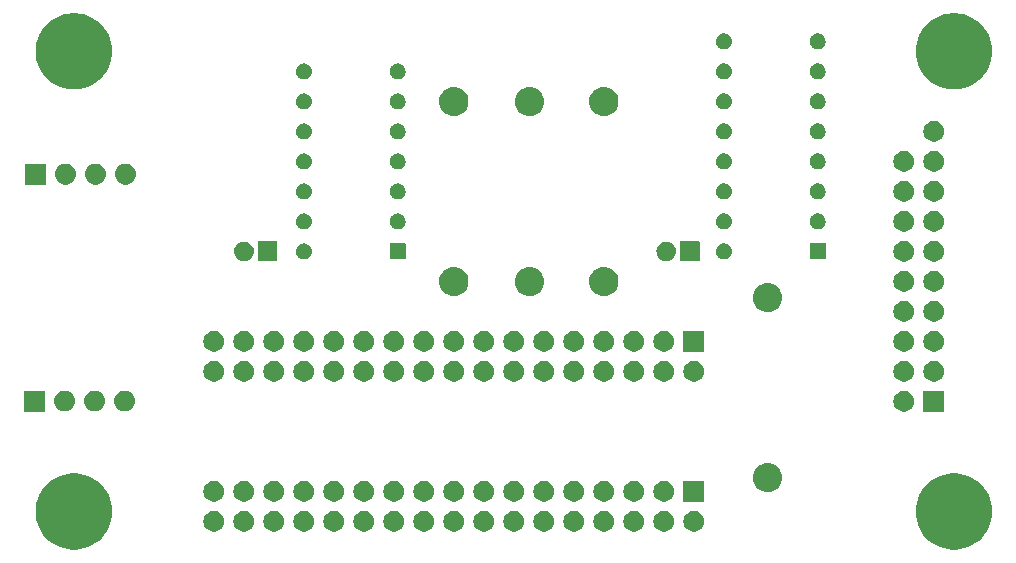
<source format=gbs>
G04 #@! TF.GenerationSoftware,KiCad,Pcbnew,8.0.3*
G04 #@! TF.CreationDate,2024-06-26T21:01:40-07:00*
G04 #@! TF.ProjectId,PCTGotekAdapter,50435447-6f74-4656-9b41-646170746572,B*
G04 #@! TF.SameCoordinates,Original*
G04 #@! TF.FileFunction,Soldermask,Bot*
G04 #@! TF.FilePolarity,Negative*
%FSLAX46Y46*%
G04 Gerber Fmt 4.6, Leading zero omitted, Abs format (unit mm)*
G04 Created by KiCad (PCBNEW 8.0.3) date 2024-06-26 21:01:40*
%MOMM*%
%LPD*%
G01*
G04 APERTURE LIST*
G04 APERTURE END LIST*
G36*
X130906794Y-115341712D02*
G01*
X131249201Y-115417081D01*
X131581451Y-115529029D01*
X131899651Y-115676244D01*
X132200068Y-115856999D01*
X132479181Y-116069175D01*
X132733717Y-116310285D01*
X132960693Y-116577502D01*
X133157448Y-116867693D01*
X133321673Y-117177455D01*
X133451445Y-117503158D01*
X133545241Y-117840982D01*
X133601963Y-118186967D01*
X133620944Y-118537056D01*
X133601963Y-118887145D01*
X133545241Y-119233130D01*
X133451445Y-119570954D01*
X133321673Y-119896657D01*
X133157448Y-120206419D01*
X132960693Y-120496610D01*
X132733717Y-120763827D01*
X132479181Y-121004937D01*
X132200068Y-121217113D01*
X131899651Y-121397868D01*
X131581451Y-121545083D01*
X131249201Y-121657031D01*
X130906794Y-121732400D01*
X130558246Y-121770307D01*
X130207642Y-121770307D01*
X129859094Y-121732400D01*
X129516687Y-121657031D01*
X129184437Y-121545083D01*
X128866237Y-121397868D01*
X128565820Y-121217113D01*
X128286707Y-121004937D01*
X128032171Y-120763827D01*
X127805195Y-120496610D01*
X127608440Y-120206419D01*
X127444215Y-119896657D01*
X127314443Y-119570954D01*
X127220647Y-119233130D01*
X127163925Y-118887145D01*
X127144944Y-118537056D01*
X127163925Y-118186967D01*
X127220647Y-117840982D01*
X127314443Y-117503158D01*
X127444215Y-117177455D01*
X127608440Y-116867693D01*
X127805195Y-116577502D01*
X128032171Y-116310285D01*
X128286707Y-116069175D01*
X128565820Y-115856999D01*
X128866237Y-115676244D01*
X129184437Y-115529029D01*
X129516687Y-115417081D01*
X129859094Y-115341712D01*
X130207642Y-115303805D01*
X130558246Y-115303805D01*
X130906794Y-115341712D01*
G37*
G36*
X205420906Y-115341712D02*
G01*
X205763313Y-115417081D01*
X206095563Y-115529029D01*
X206413763Y-115676244D01*
X206714180Y-115856999D01*
X206993293Y-116069175D01*
X207247829Y-116310285D01*
X207474805Y-116577502D01*
X207671560Y-116867693D01*
X207835785Y-117177455D01*
X207965557Y-117503158D01*
X208059353Y-117840982D01*
X208116075Y-118186967D01*
X208135056Y-118537056D01*
X208116075Y-118887145D01*
X208059353Y-119233130D01*
X207965557Y-119570954D01*
X207835785Y-119896657D01*
X207671560Y-120206419D01*
X207474805Y-120496610D01*
X207247829Y-120763827D01*
X206993293Y-121004937D01*
X206714180Y-121217113D01*
X206413763Y-121397868D01*
X206095563Y-121545083D01*
X205763313Y-121657031D01*
X205420906Y-121732400D01*
X205072358Y-121770307D01*
X204721754Y-121770307D01*
X204373206Y-121732400D01*
X204030799Y-121657031D01*
X203698549Y-121545083D01*
X203380349Y-121397868D01*
X203079932Y-121217113D01*
X202800819Y-121004937D01*
X202546283Y-120763827D01*
X202319307Y-120496610D01*
X202122552Y-120206419D01*
X201958327Y-119896657D01*
X201828555Y-119570954D01*
X201734759Y-119233130D01*
X201678037Y-118887145D01*
X201659056Y-118537056D01*
X201678037Y-118186967D01*
X201734759Y-117840982D01*
X201828555Y-117503158D01*
X201958327Y-117177455D01*
X202122552Y-116867693D01*
X202319307Y-116577502D01*
X202546283Y-116310285D01*
X202800819Y-116069175D01*
X203079932Y-115856999D01*
X203380349Y-115676244D01*
X203698549Y-115529029D01*
X204030799Y-115417081D01*
X204373206Y-115341712D01*
X204721754Y-115303805D01*
X205072358Y-115303805D01*
X205420906Y-115341712D01*
G37*
G36*
X142514407Y-118535462D02*
G01*
X142684000Y-118610969D01*
X142834188Y-118720087D01*
X142958407Y-118858047D01*
X143051228Y-119018818D01*
X143108595Y-119195374D01*
X143128000Y-119380000D01*
X143108595Y-119564626D01*
X143051228Y-119741182D01*
X142958407Y-119901953D01*
X142834188Y-120039913D01*
X142684000Y-120149031D01*
X142514407Y-120224538D01*
X142332821Y-120263135D01*
X142147179Y-120263135D01*
X141965593Y-120224538D01*
X141796000Y-120149031D01*
X141645812Y-120039913D01*
X141521593Y-119901953D01*
X141428772Y-119741182D01*
X141371405Y-119564626D01*
X141352000Y-119380000D01*
X141371405Y-119195374D01*
X141428772Y-119018818D01*
X141521593Y-118858047D01*
X141645812Y-118720087D01*
X141796000Y-118610969D01*
X141965593Y-118535462D01*
X142147179Y-118496865D01*
X142332821Y-118496865D01*
X142514407Y-118535462D01*
G37*
G36*
X145054407Y-118535462D02*
G01*
X145224000Y-118610969D01*
X145374188Y-118720087D01*
X145498407Y-118858047D01*
X145591228Y-119018818D01*
X145648595Y-119195374D01*
X145668000Y-119380000D01*
X145648595Y-119564626D01*
X145591228Y-119741182D01*
X145498407Y-119901953D01*
X145374188Y-120039913D01*
X145224000Y-120149031D01*
X145054407Y-120224538D01*
X144872821Y-120263135D01*
X144687179Y-120263135D01*
X144505593Y-120224538D01*
X144336000Y-120149031D01*
X144185812Y-120039913D01*
X144061593Y-119901953D01*
X143968772Y-119741182D01*
X143911405Y-119564626D01*
X143892000Y-119380000D01*
X143911405Y-119195374D01*
X143968772Y-119018818D01*
X144061593Y-118858047D01*
X144185812Y-118720087D01*
X144336000Y-118610969D01*
X144505593Y-118535462D01*
X144687179Y-118496865D01*
X144872821Y-118496865D01*
X145054407Y-118535462D01*
G37*
G36*
X147594407Y-118535462D02*
G01*
X147764000Y-118610969D01*
X147914188Y-118720087D01*
X148038407Y-118858047D01*
X148131228Y-119018818D01*
X148188595Y-119195374D01*
X148208000Y-119380000D01*
X148188595Y-119564626D01*
X148131228Y-119741182D01*
X148038407Y-119901953D01*
X147914188Y-120039913D01*
X147764000Y-120149031D01*
X147594407Y-120224538D01*
X147412821Y-120263135D01*
X147227179Y-120263135D01*
X147045593Y-120224538D01*
X146876000Y-120149031D01*
X146725812Y-120039913D01*
X146601593Y-119901953D01*
X146508772Y-119741182D01*
X146451405Y-119564626D01*
X146432000Y-119380000D01*
X146451405Y-119195374D01*
X146508772Y-119018818D01*
X146601593Y-118858047D01*
X146725812Y-118720087D01*
X146876000Y-118610969D01*
X147045593Y-118535462D01*
X147227179Y-118496865D01*
X147412821Y-118496865D01*
X147594407Y-118535462D01*
G37*
G36*
X150134407Y-118535462D02*
G01*
X150304000Y-118610969D01*
X150454188Y-118720087D01*
X150578407Y-118858047D01*
X150671228Y-119018818D01*
X150728595Y-119195374D01*
X150748000Y-119380000D01*
X150728595Y-119564626D01*
X150671228Y-119741182D01*
X150578407Y-119901953D01*
X150454188Y-120039913D01*
X150304000Y-120149031D01*
X150134407Y-120224538D01*
X149952821Y-120263135D01*
X149767179Y-120263135D01*
X149585593Y-120224538D01*
X149416000Y-120149031D01*
X149265812Y-120039913D01*
X149141593Y-119901953D01*
X149048772Y-119741182D01*
X148991405Y-119564626D01*
X148972000Y-119380000D01*
X148991405Y-119195374D01*
X149048772Y-119018818D01*
X149141593Y-118858047D01*
X149265812Y-118720087D01*
X149416000Y-118610969D01*
X149585593Y-118535462D01*
X149767179Y-118496865D01*
X149952821Y-118496865D01*
X150134407Y-118535462D01*
G37*
G36*
X152674407Y-118535462D02*
G01*
X152844000Y-118610969D01*
X152994188Y-118720087D01*
X153118407Y-118858047D01*
X153211228Y-119018818D01*
X153268595Y-119195374D01*
X153288000Y-119380000D01*
X153268595Y-119564626D01*
X153211228Y-119741182D01*
X153118407Y-119901953D01*
X152994188Y-120039913D01*
X152844000Y-120149031D01*
X152674407Y-120224538D01*
X152492821Y-120263135D01*
X152307179Y-120263135D01*
X152125593Y-120224538D01*
X151956000Y-120149031D01*
X151805812Y-120039913D01*
X151681593Y-119901953D01*
X151588772Y-119741182D01*
X151531405Y-119564626D01*
X151512000Y-119380000D01*
X151531405Y-119195374D01*
X151588772Y-119018818D01*
X151681593Y-118858047D01*
X151805812Y-118720087D01*
X151956000Y-118610969D01*
X152125593Y-118535462D01*
X152307179Y-118496865D01*
X152492821Y-118496865D01*
X152674407Y-118535462D01*
G37*
G36*
X155214407Y-118535462D02*
G01*
X155384000Y-118610969D01*
X155534188Y-118720087D01*
X155658407Y-118858047D01*
X155751228Y-119018818D01*
X155808595Y-119195374D01*
X155828000Y-119380000D01*
X155808595Y-119564626D01*
X155751228Y-119741182D01*
X155658407Y-119901953D01*
X155534188Y-120039913D01*
X155384000Y-120149031D01*
X155214407Y-120224538D01*
X155032821Y-120263135D01*
X154847179Y-120263135D01*
X154665593Y-120224538D01*
X154496000Y-120149031D01*
X154345812Y-120039913D01*
X154221593Y-119901953D01*
X154128772Y-119741182D01*
X154071405Y-119564626D01*
X154052000Y-119380000D01*
X154071405Y-119195374D01*
X154128772Y-119018818D01*
X154221593Y-118858047D01*
X154345812Y-118720087D01*
X154496000Y-118610969D01*
X154665593Y-118535462D01*
X154847179Y-118496865D01*
X155032821Y-118496865D01*
X155214407Y-118535462D01*
G37*
G36*
X157754407Y-118535462D02*
G01*
X157924000Y-118610969D01*
X158074188Y-118720087D01*
X158198407Y-118858047D01*
X158291228Y-119018818D01*
X158348595Y-119195374D01*
X158368000Y-119380000D01*
X158348595Y-119564626D01*
X158291228Y-119741182D01*
X158198407Y-119901953D01*
X158074188Y-120039913D01*
X157924000Y-120149031D01*
X157754407Y-120224538D01*
X157572821Y-120263135D01*
X157387179Y-120263135D01*
X157205593Y-120224538D01*
X157036000Y-120149031D01*
X156885812Y-120039913D01*
X156761593Y-119901953D01*
X156668772Y-119741182D01*
X156611405Y-119564626D01*
X156592000Y-119380000D01*
X156611405Y-119195374D01*
X156668772Y-119018818D01*
X156761593Y-118858047D01*
X156885812Y-118720087D01*
X157036000Y-118610969D01*
X157205593Y-118535462D01*
X157387179Y-118496865D01*
X157572821Y-118496865D01*
X157754407Y-118535462D01*
G37*
G36*
X160294407Y-118535462D02*
G01*
X160464000Y-118610969D01*
X160614188Y-118720087D01*
X160738407Y-118858047D01*
X160831228Y-119018818D01*
X160888595Y-119195374D01*
X160908000Y-119380000D01*
X160888595Y-119564626D01*
X160831228Y-119741182D01*
X160738407Y-119901953D01*
X160614188Y-120039913D01*
X160464000Y-120149031D01*
X160294407Y-120224538D01*
X160112821Y-120263135D01*
X159927179Y-120263135D01*
X159745593Y-120224538D01*
X159576000Y-120149031D01*
X159425812Y-120039913D01*
X159301593Y-119901953D01*
X159208772Y-119741182D01*
X159151405Y-119564626D01*
X159132000Y-119380000D01*
X159151405Y-119195374D01*
X159208772Y-119018818D01*
X159301593Y-118858047D01*
X159425812Y-118720087D01*
X159576000Y-118610969D01*
X159745593Y-118535462D01*
X159927179Y-118496865D01*
X160112821Y-118496865D01*
X160294407Y-118535462D01*
G37*
G36*
X162834407Y-118535462D02*
G01*
X163004000Y-118610969D01*
X163154188Y-118720087D01*
X163278407Y-118858047D01*
X163371228Y-119018818D01*
X163428595Y-119195374D01*
X163448000Y-119380000D01*
X163428595Y-119564626D01*
X163371228Y-119741182D01*
X163278407Y-119901953D01*
X163154188Y-120039913D01*
X163004000Y-120149031D01*
X162834407Y-120224538D01*
X162652821Y-120263135D01*
X162467179Y-120263135D01*
X162285593Y-120224538D01*
X162116000Y-120149031D01*
X161965812Y-120039913D01*
X161841593Y-119901953D01*
X161748772Y-119741182D01*
X161691405Y-119564626D01*
X161672000Y-119380000D01*
X161691405Y-119195374D01*
X161748772Y-119018818D01*
X161841593Y-118858047D01*
X161965812Y-118720087D01*
X162116000Y-118610969D01*
X162285593Y-118535462D01*
X162467179Y-118496865D01*
X162652821Y-118496865D01*
X162834407Y-118535462D01*
G37*
G36*
X165374407Y-118535462D02*
G01*
X165544000Y-118610969D01*
X165694188Y-118720087D01*
X165818407Y-118858047D01*
X165911228Y-119018818D01*
X165968595Y-119195374D01*
X165988000Y-119380000D01*
X165968595Y-119564626D01*
X165911228Y-119741182D01*
X165818407Y-119901953D01*
X165694188Y-120039913D01*
X165544000Y-120149031D01*
X165374407Y-120224538D01*
X165192821Y-120263135D01*
X165007179Y-120263135D01*
X164825593Y-120224538D01*
X164656000Y-120149031D01*
X164505812Y-120039913D01*
X164381593Y-119901953D01*
X164288772Y-119741182D01*
X164231405Y-119564626D01*
X164212000Y-119380000D01*
X164231405Y-119195374D01*
X164288772Y-119018818D01*
X164381593Y-118858047D01*
X164505812Y-118720087D01*
X164656000Y-118610969D01*
X164825593Y-118535462D01*
X165007179Y-118496865D01*
X165192821Y-118496865D01*
X165374407Y-118535462D01*
G37*
G36*
X167914407Y-118535462D02*
G01*
X168084000Y-118610969D01*
X168234188Y-118720087D01*
X168358407Y-118858047D01*
X168451228Y-119018818D01*
X168508595Y-119195374D01*
X168528000Y-119380000D01*
X168508595Y-119564626D01*
X168451228Y-119741182D01*
X168358407Y-119901953D01*
X168234188Y-120039913D01*
X168084000Y-120149031D01*
X167914407Y-120224538D01*
X167732821Y-120263135D01*
X167547179Y-120263135D01*
X167365593Y-120224538D01*
X167196000Y-120149031D01*
X167045812Y-120039913D01*
X166921593Y-119901953D01*
X166828772Y-119741182D01*
X166771405Y-119564626D01*
X166752000Y-119380000D01*
X166771405Y-119195374D01*
X166828772Y-119018818D01*
X166921593Y-118858047D01*
X167045812Y-118720087D01*
X167196000Y-118610969D01*
X167365593Y-118535462D01*
X167547179Y-118496865D01*
X167732821Y-118496865D01*
X167914407Y-118535462D01*
G37*
G36*
X170454407Y-118535462D02*
G01*
X170624000Y-118610969D01*
X170774188Y-118720087D01*
X170898407Y-118858047D01*
X170991228Y-119018818D01*
X171048595Y-119195374D01*
X171068000Y-119380000D01*
X171048595Y-119564626D01*
X170991228Y-119741182D01*
X170898407Y-119901953D01*
X170774188Y-120039913D01*
X170624000Y-120149031D01*
X170454407Y-120224538D01*
X170272821Y-120263135D01*
X170087179Y-120263135D01*
X169905593Y-120224538D01*
X169736000Y-120149031D01*
X169585812Y-120039913D01*
X169461593Y-119901953D01*
X169368772Y-119741182D01*
X169311405Y-119564626D01*
X169292000Y-119380000D01*
X169311405Y-119195374D01*
X169368772Y-119018818D01*
X169461593Y-118858047D01*
X169585812Y-118720087D01*
X169736000Y-118610969D01*
X169905593Y-118535462D01*
X170087179Y-118496865D01*
X170272821Y-118496865D01*
X170454407Y-118535462D01*
G37*
G36*
X172994407Y-118535462D02*
G01*
X173164000Y-118610969D01*
X173314188Y-118720087D01*
X173438407Y-118858047D01*
X173531228Y-119018818D01*
X173588595Y-119195374D01*
X173608000Y-119380000D01*
X173588595Y-119564626D01*
X173531228Y-119741182D01*
X173438407Y-119901953D01*
X173314188Y-120039913D01*
X173164000Y-120149031D01*
X172994407Y-120224538D01*
X172812821Y-120263135D01*
X172627179Y-120263135D01*
X172445593Y-120224538D01*
X172276000Y-120149031D01*
X172125812Y-120039913D01*
X172001593Y-119901953D01*
X171908772Y-119741182D01*
X171851405Y-119564626D01*
X171832000Y-119380000D01*
X171851405Y-119195374D01*
X171908772Y-119018818D01*
X172001593Y-118858047D01*
X172125812Y-118720087D01*
X172276000Y-118610969D01*
X172445593Y-118535462D01*
X172627179Y-118496865D01*
X172812821Y-118496865D01*
X172994407Y-118535462D01*
G37*
G36*
X175534407Y-118535462D02*
G01*
X175704000Y-118610969D01*
X175854188Y-118720087D01*
X175978407Y-118858047D01*
X176071228Y-119018818D01*
X176128595Y-119195374D01*
X176148000Y-119380000D01*
X176128595Y-119564626D01*
X176071228Y-119741182D01*
X175978407Y-119901953D01*
X175854188Y-120039913D01*
X175704000Y-120149031D01*
X175534407Y-120224538D01*
X175352821Y-120263135D01*
X175167179Y-120263135D01*
X174985593Y-120224538D01*
X174816000Y-120149031D01*
X174665812Y-120039913D01*
X174541593Y-119901953D01*
X174448772Y-119741182D01*
X174391405Y-119564626D01*
X174372000Y-119380000D01*
X174391405Y-119195374D01*
X174448772Y-119018818D01*
X174541593Y-118858047D01*
X174665812Y-118720087D01*
X174816000Y-118610969D01*
X174985593Y-118535462D01*
X175167179Y-118496865D01*
X175352821Y-118496865D01*
X175534407Y-118535462D01*
G37*
G36*
X178074407Y-118535462D02*
G01*
X178244000Y-118610969D01*
X178394188Y-118720087D01*
X178518407Y-118858047D01*
X178611228Y-119018818D01*
X178668595Y-119195374D01*
X178688000Y-119380000D01*
X178668595Y-119564626D01*
X178611228Y-119741182D01*
X178518407Y-119901953D01*
X178394188Y-120039913D01*
X178244000Y-120149031D01*
X178074407Y-120224538D01*
X177892821Y-120263135D01*
X177707179Y-120263135D01*
X177525593Y-120224538D01*
X177356000Y-120149031D01*
X177205812Y-120039913D01*
X177081593Y-119901953D01*
X176988772Y-119741182D01*
X176931405Y-119564626D01*
X176912000Y-119380000D01*
X176931405Y-119195374D01*
X176988772Y-119018818D01*
X177081593Y-118858047D01*
X177205812Y-118720087D01*
X177356000Y-118610969D01*
X177525593Y-118535462D01*
X177707179Y-118496865D01*
X177892821Y-118496865D01*
X178074407Y-118535462D01*
G37*
G36*
X180614407Y-118535462D02*
G01*
X180784000Y-118610969D01*
X180934188Y-118720087D01*
X181058407Y-118858047D01*
X181151228Y-119018818D01*
X181208595Y-119195374D01*
X181228000Y-119380000D01*
X181208595Y-119564626D01*
X181151228Y-119741182D01*
X181058407Y-119901953D01*
X180934188Y-120039913D01*
X180784000Y-120149031D01*
X180614407Y-120224538D01*
X180432821Y-120263135D01*
X180247179Y-120263135D01*
X180065593Y-120224538D01*
X179896000Y-120149031D01*
X179745812Y-120039913D01*
X179621593Y-119901953D01*
X179528772Y-119741182D01*
X179471405Y-119564626D01*
X179452000Y-119380000D01*
X179471405Y-119195374D01*
X179528772Y-119018818D01*
X179621593Y-118858047D01*
X179745812Y-118720087D01*
X179896000Y-118610969D01*
X180065593Y-118535462D01*
X180247179Y-118496865D01*
X180432821Y-118496865D01*
X180614407Y-118535462D01*
G37*
G36*
X183154407Y-118535462D02*
G01*
X183324000Y-118610969D01*
X183474188Y-118720087D01*
X183598407Y-118858047D01*
X183691228Y-119018818D01*
X183748595Y-119195374D01*
X183768000Y-119380000D01*
X183748595Y-119564626D01*
X183691228Y-119741182D01*
X183598407Y-119901953D01*
X183474188Y-120039913D01*
X183324000Y-120149031D01*
X183154407Y-120224538D01*
X182972821Y-120263135D01*
X182787179Y-120263135D01*
X182605593Y-120224538D01*
X182436000Y-120149031D01*
X182285812Y-120039913D01*
X182161593Y-119901953D01*
X182068772Y-119741182D01*
X182011405Y-119564626D01*
X181992000Y-119380000D01*
X182011405Y-119195374D01*
X182068772Y-119018818D01*
X182161593Y-118858047D01*
X182285812Y-118720087D01*
X182436000Y-118610969D01*
X182605593Y-118535462D01*
X182787179Y-118496865D01*
X182972821Y-118496865D01*
X183154407Y-118535462D01*
G37*
G36*
X183744542Y-115954893D02*
G01*
X183756870Y-115963130D01*
X183765107Y-115975458D01*
X183768000Y-115990000D01*
X183768000Y-117690000D01*
X183765107Y-117704542D01*
X183756870Y-117716870D01*
X183744542Y-117725107D01*
X183730000Y-117728000D01*
X182030000Y-117728000D01*
X182015458Y-117725107D01*
X182003130Y-117716870D01*
X181994893Y-117704542D01*
X181992000Y-117690000D01*
X181992000Y-115990000D01*
X181994893Y-115975458D01*
X182003130Y-115963130D01*
X182015458Y-115954893D01*
X182030000Y-115952000D01*
X183730000Y-115952000D01*
X183744542Y-115954893D01*
G37*
G36*
X142514407Y-115995462D02*
G01*
X142684000Y-116070969D01*
X142834188Y-116180087D01*
X142958407Y-116318047D01*
X143051228Y-116478818D01*
X143108595Y-116655374D01*
X143128000Y-116840000D01*
X143108595Y-117024626D01*
X143051228Y-117201182D01*
X142958407Y-117361953D01*
X142834188Y-117499913D01*
X142684000Y-117609031D01*
X142514407Y-117684538D01*
X142332821Y-117723135D01*
X142147179Y-117723135D01*
X141965593Y-117684538D01*
X141796000Y-117609031D01*
X141645812Y-117499913D01*
X141521593Y-117361953D01*
X141428772Y-117201182D01*
X141371405Y-117024626D01*
X141352000Y-116840000D01*
X141371405Y-116655374D01*
X141428772Y-116478818D01*
X141521593Y-116318047D01*
X141645812Y-116180087D01*
X141796000Y-116070969D01*
X141965593Y-115995462D01*
X142147179Y-115956865D01*
X142332821Y-115956865D01*
X142514407Y-115995462D01*
G37*
G36*
X145054407Y-115995462D02*
G01*
X145224000Y-116070969D01*
X145374188Y-116180087D01*
X145498407Y-116318047D01*
X145591228Y-116478818D01*
X145648595Y-116655374D01*
X145668000Y-116840000D01*
X145648595Y-117024626D01*
X145591228Y-117201182D01*
X145498407Y-117361953D01*
X145374188Y-117499913D01*
X145224000Y-117609031D01*
X145054407Y-117684538D01*
X144872821Y-117723135D01*
X144687179Y-117723135D01*
X144505593Y-117684538D01*
X144336000Y-117609031D01*
X144185812Y-117499913D01*
X144061593Y-117361953D01*
X143968772Y-117201182D01*
X143911405Y-117024626D01*
X143892000Y-116840000D01*
X143911405Y-116655374D01*
X143968772Y-116478818D01*
X144061593Y-116318047D01*
X144185812Y-116180087D01*
X144336000Y-116070969D01*
X144505593Y-115995462D01*
X144687179Y-115956865D01*
X144872821Y-115956865D01*
X145054407Y-115995462D01*
G37*
G36*
X147594407Y-115995462D02*
G01*
X147764000Y-116070969D01*
X147914188Y-116180087D01*
X148038407Y-116318047D01*
X148131228Y-116478818D01*
X148188595Y-116655374D01*
X148208000Y-116840000D01*
X148188595Y-117024626D01*
X148131228Y-117201182D01*
X148038407Y-117361953D01*
X147914188Y-117499913D01*
X147764000Y-117609031D01*
X147594407Y-117684538D01*
X147412821Y-117723135D01*
X147227179Y-117723135D01*
X147045593Y-117684538D01*
X146876000Y-117609031D01*
X146725812Y-117499913D01*
X146601593Y-117361953D01*
X146508772Y-117201182D01*
X146451405Y-117024626D01*
X146432000Y-116840000D01*
X146451405Y-116655374D01*
X146508772Y-116478818D01*
X146601593Y-116318047D01*
X146725812Y-116180087D01*
X146876000Y-116070969D01*
X147045593Y-115995462D01*
X147227179Y-115956865D01*
X147412821Y-115956865D01*
X147594407Y-115995462D01*
G37*
G36*
X150134407Y-115995462D02*
G01*
X150304000Y-116070969D01*
X150454188Y-116180087D01*
X150578407Y-116318047D01*
X150671228Y-116478818D01*
X150728595Y-116655374D01*
X150748000Y-116840000D01*
X150728595Y-117024626D01*
X150671228Y-117201182D01*
X150578407Y-117361953D01*
X150454188Y-117499913D01*
X150304000Y-117609031D01*
X150134407Y-117684538D01*
X149952821Y-117723135D01*
X149767179Y-117723135D01*
X149585593Y-117684538D01*
X149416000Y-117609031D01*
X149265812Y-117499913D01*
X149141593Y-117361953D01*
X149048772Y-117201182D01*
X148991405Y-117024626D01*
X148972000Y-116840000D01*
X148991405Y-116655374D01*
X149048772Y-116478818D01*
X149141593Y-116318047D01*
X149265812Y-116180087D01*
X149416000Y-116070969D01*
X149585593Y-115995462D01*
X149767179Y-115956865D01*
X149952821Y-115956865D01*
X150134407Y-115995462D01*
G37*
G36*
X152674407Y-115995462D02*
G01*
X152844000Y-116070969D01*
X152994188Y-116180087D01*
X153118407Y-116318047D01*
X153211228Y-116478818D01*
X153268595Y-116655374D01*
X153288000Y-116840000D01*
X153268595Y-117024626D01*
X153211228Y-117201182D01*
X153118407Y-117361953D01*
X152994188Y-117499913D01*
X152844000Y-117609031D01*
X152674407Y-117684538D01*
X152492821Y-117723135D01*
X152307179Y-117723135D01*
X152125593Y-117684538D01*
X151956000Y-117609031D01*
X151805812Y-117499913D01*
X151681593Y-117361953D01*
X151588772Y-117201182D01*
X151531405Y-117024626D01*
X151512000Y-116840000D01*
X151531405Y-116655374D01*
X151588772Y-116478818D01*
X151681593Y-116318047D01*
X151805812Y-116180087D01*
X151956000Y-116070969D01*
X152125593Y-115995462D01*
X152307179Y-115956865D01*
X152492821Y-115956865D01*
X152674407Y-115995462D01*
G37*
G36*
X155214407Y-115995462D02*
G01*
X155384000Y-116070969D01*
X155534188Y-116180087D01*
X155658407Y-116318047D01*
X155751228Y-116478818D01*
X155808595Y-116655374D01*
X155828000Y-116840000D01*
X155808595Y-117024626D01*
X155751228Y-117201182D01*
X155658407Y-117361953D01*
X155534188Y-117499913D01*
X155384000Y-117609031D01*
X155214407Y-117684538D01*
X155032821Y-117723135D01*
X154847179Y-117723135D01*
X154665593Y-117684538D01*
X154496000Y-117609031D01*
X154345812Y-117499913D01*
X154221593Y-117361953D01*
X154128772Y-117201182D01*
X154071405Y-117024626D01*
X154052000Y-116840000D01*
X154071405Y-116655374D01*
X154128772Y-116478818D01*
X154221593Y-116318047D01*
X154345812Y-116180087D01*
X154496000Y-116070969D01*
X154665593Y-115995462D01*
X154847179Y-115956865D01*
X155032821Y-115956865D01*
X155214407Y-115995462D01*
G37*
G36*
X157754407Y-115995462D02*
G01*
X157924000Y-116070969D01*
X158074188Y-116180087D01*
X158198407Y-116318047D01*
X158291228Y-116478818D01*
X158348595Y-116655374D01*
X158368000Y-116840000D01*
X158348595Y-117024626D01*
X158291228Y-117201182D01*
X158198407Y-117361953D01*
X158074188Y-117499913D01*
X157924000Y-117609031D01*
X157754407Y-117684538D01*
X157572821Y-117723135D01*
X157387179Y-117723135D01*
X157205593Y-117684538D01*
X157036000Y-117609031D01*
X156885812Y-117499913D01*
X156761593Y-117361953D01*
X156668772Y-117201182D01*
X156611405Y-117024626D01*
X156592000Y-116840000D01*
X156611405Y-116655374D01*
X156668772Y-116478818D01*
X156761593Y-116318047D01*
X156885812Y-116180087D01*
X157036000Y-116070969D01*
X157205593Y-115995462D01*
X157387179Y-115956865D01*
X157572821Y-115956865D01*
X157754407Y-115995462D01*
G37*
G36*
X160294407Y-115995462D02*
G01*
X160464000Y-116070969D01*
X160614188Y-116180087D01*
X160738407Y-116318047D01*
X160831228Y-116478818D01*
X160888595Y-116655374D01*
X160908000Y-116840000D01*
X160888595Y-117024626D01*
X160831228Y-117201182D01*
X160738407Y-117361953D01*
X160614188Y-117499913D01*
X160464000Y-117609031D01*
X160294407Y-117684538D01*
X160112821Y-117723135D01*
X159927179Y-117723135D01*
X159745593Y-117684538D01*
X159576000Y-117609031D01*
X159425812Y-117499913D01*
X159301593Y-117361953D01*
X159208772Y-117201182D01*
X159151405Y-117024626D01*
X159132000Y-116840000D01*
X159151405Y-116655374D01*
X159208772Y-116478818D01*
X159301593Y-116318047D01*
X159425812Y-116180087D01*
X159576000Y-116070969D01*
X159745593Y-115995462D01*
X159927179Y-115956865D01*
X160112821Y-115956865D01*
X160294407Y-115995462D01*
G37*
G36*
X162834407Y-115995462D02*
G01*
X163004000Y-116070969D01*
X163154188Y-116180087D01*
X163278407Y-116318047D01*
X163371228Y-116478818D01*
X163428595Y-116655374D01*
X163448000Y-116840000D01*
X163428595Y-117024626D01*
X163371228Y-117201182D01*
X163278407Y-117361953D01*
X163154188Y-117499913D01*
X163004000Y-117609031D01*
X162834407Y-117684538D01*
X162652821Y-117723135D01*
X162467179Y-117723135D01*
X162285593Y-117684538D01*
X162116000Y-117609031D01*
X161965812Y-117499913D01*
X161841593Y-117361953D01*
X161748772Y-117201182D01*
X161691405Y-117024626D01*
X161672000Y-116840000D01*
X161691405Y-116655374D01*
X161748772Y-116478818D01*
X161841593Y-116318047D01*
X161965812Y-116180087D01*
X162116000Y-116070969D01*
X162285593Y-115995462D01*
X162467179Y-115956865D01*
X162652821Y-115956865D01*
X162834407Y-115995462D01*
G37*
G36*
X165374407Y-115995462D02*
G01*
X165544000Y-116070969D01*
X165694188Y-116180087D01*
X165818407Y-116318047D01*
X165911228Y-116478818D01*
X165968595Y-116655374D01*
X165988000Y-116840000D01*
X165968595Y-117024626D01*
X165911228Y-117201182D01*
X165818407Y-117361953D01*
X165694188Y-117499913D01*
X165544000Y-117609031D01*
X165374407Y-117684538D01*
X165192821Y-117723135D01*
X165007179Y-117723135D01*
X164825593Y-117684538D01*
X164656000Y-117609031D01*
X164505812Y-117499913D01*
X164381593Y-117361953D01*
X164288772Y-117201182D01*
X164231405Y-117024626D01*
X164212000Y-116840000D01*
X164231405Y-116655374D01*
X164288772Y-116478818D01*
X164381593Y-116318047D01*
X164505812Y-116180087D01*
X164656000Y-116070969D01*
X164825593Y-115995462D01*
X165007179Y-115956865D01*
X165192821Y-115956865D01*
X165374407Y-115995462D01*
G37*
G36*
X167914407Y-115995462D02*
G01*
X168084000Y-116070969D01*
X168234188Y-116180087D01*
X168358407Y-116318047D01*
X168451228Y-116478818D01*
X168508595Y-116655374D01*
X168528000Y-116840000D01*
X168508595Y-117024626D01*
X168451228Y-117201182D01*
X168358407Y-117361953D01*
X168234188Y-117499913D01*
X168084000Y-117609031D01*
X167914407Y-117684538D01*
X167732821Y-117723135D01*
X167547179Y-117723135D01*
X167365593Y-117684538D01*
X167196000Y-117609031D01*
X167045812Y-117499913D01*
X166921593Y-117361953D01*
X166828772Y-117201182D01*
X166771405Y-117024626D01*
X166752000Y-116840000D01*
X166771405Y-116655374D01*
X166828772Y-116478818D01*
X166921593Y-116318047D01*
X167045812Y-116180087D01*
X167196000Y-116070969D01*
X167365593Y-115995462D01*
X167547179Y-115956865D01*
X167732821Y-115956865D01*
X167914407Y-115995462D01*
G37*
G36*
X170454407Y-115995462D02*
G01*
X170624000Y-116070969D01*
X170774188Y-116180087D01*
X170898407Y-116318047D01*
X170991228Y-116478818D01*
X171048595Y-116655374D01*
X171068000Y-116840000D01*
X171048595Y-117024626D01*
X170991228Y-117201182D01*
X170898407Y-117361953D01*
X170774188Y-117499913D01*
X170624000Y-117609031D01*
X170454407Y-117684538D01*
X170272821Y-117723135D01*
X170087179Y-117723135D01*
X169905593Y-117684538D01*
X169736000Y-117609031D01*
X169585812Y-117499913D01*
X169461593Y-117361953D01*
X169368772Y-117201182D01*
X169311405Y-117024626D01*
X169292000Y-116840000D01*
X169311405Y-116655374D01*
X169368772Y-116478818D01*
X169461593Y-116318047D01*
X169585812Y-116180087D01*
X169736000Y-116070969D01*
X169905593Y-115995462D01*
X170087179Y-115956865D01*
X170272821Y-115956865D01*
X170454407Y-115995462D01*
G37*
G36*
X172994407Y-115995462D02*
G01*
X173164000Y-116070969D01*
X173314188Y-116180087D01*
X173438407Y-116318047D01*
X173531228Y-116478818D01*
X173588595Y-116655374D01*
X173608000Y-116840000D01*
X173588595Y-117024626D01*
X173531228Y-117201182D01*
X173438407Y-117361953D01*
X173314188Y-117499913D01*
X173164000Y-117609031D01*
X172994407Y-117684538D01*
X172812821Y-117723135D01*
X172627179Y-117723135D01*
X172445593Y-117684538D01*
X172276000Y-117609031D01*
X172125812Y-117499913D01*
X172001593Y-117361953D01*
X171908772Y-117201182D01*
X171851405Y-117024626D01*
X171832000Y-116840000D01*
X171851405Y-116655374D01*
X171908772Y-116478818D01*
X172001593Y-116318047D01*
X172125812Y-116180087D01*
X172276000Y-116070969D01*
X172445593Y-115995462D01*
X172627179Y-115956865D01*
X172812821Y-115956865D01*
X172994407Y-115995462D01*
G37*
G36*
X175534407Y-115995462D02*
G01*
X175704000Y-116070969D01*
X175854188Y-116180087D01*
X175978407Y-116318047D01*
X176071228Y-116478818D01*
X176128595Y-116655374D01*
X176148000Y-116840000D01*
X176128595Y-117024626D01*
X176071228Y-117201182D01*
X175978407Y-117361953D01*
X175854188Y-117499913D01*
X175704000Y-117609031D01*
X175534407Y-117684538D01*
X175352821Y-117723135D01*
X175167179Y-117723135D01*
X174985593Y-117684538D01*
X174816000Y-117609031D01*
X174665812Y-117499913D01*
X174541593Y-117361953D01*
X174448772Y-117201182D01*
X174391405Y-117024626D01*
X174372000Y-116840000D01*
X174391405Y-116655374D01*
X174448772Y-116478818D01*
X174541593Y-116318047D01*
X174665812Y-116180087D01*
X174816000Y-116070969D01*
X174985593Y-115995462D01*
X175167179Y-115956865D01*
X175352821Y-115956865D01*
X175534407Y-115995462D01*
G37*
G36*
X178074407Y-115995462D02*
G01*
X178244000Y-116070969D01*
X178394188Y-116180087D01*
X178518407Y-116318047D01*
X178611228Y-116478818D01*
X178668595Y-116655374D01*
X178688000Y-116840000D01*
X178668595Y-117024626D01*
X178611228Y-117201182D01*
X178518407Y-117361953D01*
X178394188Y-117499913D01*
X178244000Y-117609031D01*
X178074407Y-117684538D01*
X177892821Y-117723135D01*
X177707179Y-117723135D01*
X177525593Y-117684538D01*
X177356000Y-117609031D01*
X177205812Y-117499913D01*
X177081593Y-117361953D01*
X176988772Y-117201182D01*
X176931405Y-117024626D01*
X176912000Y-116840000D01*
X176931405Y-116655374D01*
X176988772Y-116478818D01*
X177081593Y-116318047D01*
X177205812Y-116180087D01*
X177356000Y-116070969D01*
X177525593Y-115995462D01*
X177707179Y-115956865D01*
X177892821Y-115956865D01*
X178074407Y-115995462D01*
G37*
G36*
X180614407Y-115995462D02*
G01*
X180784000Y-116070969D01*
X180934188Y-116180087D01*
X181058407Y-116318047D01*
X181151228Y-116478818D01*
X181208595Y-116655374D01*
X181228000Y-116840000D01*
X181208595Y-117024626D01*
X181151228Y-117201182D01*
X181058407Y-117361953D01*
X180934188Y-117499913D01*
X180784000Y-117609031D01*
X180614407Y-117684538D01*
X180432821Y-117723135D01*
X180247179Y-117723135D01*
X180065593Y-117684538D01*
X179896000Y-117609031D01*
X179745812Y-117499913D01*
X179621593Y-117361953D01*
X179528772Y-117201182D01*
X179471405Y-117024626D01*
X179452000Y-116840000D01*
X179471405Y-116655374D01*
X179528772Y-116478818D01*
X179621593Y-116318047D01*
X179745812Y-116180087D01*
X179896000Y-116070969D01*
X180065593Y-115995462D01*
X180247179Y-115956865D01*
X180432821Y-115956865D01*
X180614407Y-115995462D01*
G37*
G36*
X189342554Y-114450551D02*
G01*
X189550999Y-114506404D01*
X189746578Y-114597604D01*
X189923349Y-114721380D01*
X190075941Y-114873972D01*
X190199717Y-115050743D01*
X190290917Y-115246322D01*
X190346770Y-115454767D01*
X190365578Y-115669743D01*
X190346770Y-115884719D01*
X190290917Y-116093164D01*
X190199717Y-116288743D01*
X190075941Y-116465514D01*
X189923349Y-116618106D01*
X189746578Y-116741882D01*
X189550999Y-116833082D01*
X189342554Y-116888935D01*
X189127578Y-116907743D01*
X188912602Y-116888935D01*
X188704157Y-116833082D01*
X188508578Y-116741882D01*
X188331807Y-116618106D01*
X188179215Y-116465514D01*
X188055439Y-116288743D01*
X187964239Y-116093164D01*
X187908386Y-115884719D01*
X187889578Y-115669743D01*
X187908386Y-115454767D01*
X187964239Y-115246322D01*
X188055439Y-115050743D01*
X188179215Y-114873972D01*
X188331807Y-114721380D01*
X188508578Y-114597604D01*
X188704157Y-114506404D01*
X188912602Y-114450551D01*
X189127578Y-114431743D01*
X189342554Y-114450551D01*
G37*
G36*
X204064542Y-108334893D02*
G01*
X204076870Y-108343130D01*
X204085107Y-108355458D01*
X204088000Y-108370000D01*
X204088000Y-110070000D01*
X204085107Y-110084542D01*
X204076870Y-110096870D01*
X204064542Y-110105107D01*
X204050000Y-110108000D01*
X202350000Y-110108000D01*
X202335458Y-110105107D01*
X202323130Y-110096870D01*
X202314893Y-110084542D01*
X202312000Y-110070000D01*
X202312000Y-108370000D01*
X202314893Y-108355458D01*
X202323130Y-108343130D01*
X202335458Y-108334893D01*
X202350000Y-108332000D01*
X204050000Y-108332000D01*
X204064542Y-108334893D01*
G37*
G36*
X200934407Y-108375462D02*
G01*
X201104000Y-108450969D01*
X201254188Y-108560087D01*
X201378407Y-108698047D01*
X201471228Y-108858818D01*
X201528595Y-109035374D01*
X201548000Y-109220000D01*
X201528595Y-109404626D01*
X201471228Y-109581182D01*
X201378407Y-109741953D01*
X201254188Y-109879913D01*
X201104000Y-109989031D01*
X200934407Y-110064538D01*
X200752821Y-110103135D01*
X200567179Y-110103135D01*
X200385593Y-110064538D01*
X200216000Y-109989031D01*
X200065812Y-109879913D01*
X199941593Y-109741953D01*
X199848772Y-109581182D01*
X199791405Y-109404626D01*
X199772000Y-109220000D01*
X199791405Y-109035374D01*
X199848772Y-108858818D01*
X199941593Y-108698047D01*
X200065812Y-108560087D01*
X200216000Y-108450969D01*
X200385593Y-108375462D01*
X200567179Y-108336865D01*
X200752821Y-108336865D01*
X200934407Y-108375462D01*
G37*
G36*
X127934542Y-108309893D02*
G01*
X127946870Y-108318130D01*
X127955107Y-108330458D01*
X127958000Y-108345000D01*
X127958000Y-110045000D01*
X127955107Y-110059542D01*
X127946870Y-110071870D01*
X127934542Y-110080107D01*
X127920000Y-110083000D01*
X126220000Y-110083000D01*
X126205458Y-110080107D01*
X126193130Y-110071870D01*
X126184893Y-110059542D01*
X126182000Y-110045000D01*
X126182000Y-108345000D01*
X126184893Y-108330458D01*
X126193130Y-108318130D01*
X126205458Y-108309893D01*
X126220000Y-108307000D01*
X127920000Y-108307000D01*
X127934542Y-108309893D01*
G37*
G36*
X129884407Y-108350462D02*
G01*
X130054000Y-108425969D01*
X130204188Y-108535087D01*
X130328407Y-108673047D01*
X130421228Y-108833818D01*
X130478595Y-109010374D01*
X130498000Y-109195000D01*
X130478595Y-109379626D01*
X130421228Y-109556182D01*
X130328407Y-109716953D01*
X130204188Y-109854913D01*
X130054000Y-109964031D01*
X129884407Y-110039538D01*
X129702821Y-110078135D01*
X129517179Y-110078135D01*
X129335593Y-110039538D01*
X129166000Y-109964031D01*
X129015812Y-109854913D01*
X128891593Y-109716953D01*
X128798772Y-109556182D01*
X128741405Y-109379626D01*
X128722000Y-109195000D01*
X128741405Y-109010374D01*
X128798772Y-108833818D01*
X128891593Y-108673047D01*
X129015812Y-108535087D01*
X129166000Y-108425969D01*
X129335593Y-108350462D01*
X129517179Y-108311865D01*
X129702821Y-108311865D01*
X129884407Y-108350462D01*
G37*
G36*
X132424407Y-108350462D02*
G01*
X132594000Y-108425969D01*
X132744188Y-108535087D01*
X132868407Y-108673047D01*
X132961228Y-108833818D01*
X133018595Y-109010374D01*
X133038000Y-109195000D01*
X133018595Y-109379626D01*
X132961228Y-109556182D01*
X132868407Y-109716953D01*
X132744188Y-109854913D01*
X132594000Y-109964031D01*
X132424407Y-110039538D01*
X132242821Y-110078135D01*
X132057179Y-110078135D01*
X131875593Y-110039538D01*
X131706000Y-109964031D01*
X131555812Y-109854913D01*
X131431593Y-109716953D01*
X131338772Y-109556182D01*
X131281405Y-109379626D01*
X131262000Y-109195000D01*
X131281405Y-109010374D01*
X131338772Y-108833818D01*
X131431593Y-108673047D01*
X131555812Y-108535087D01*
X131706000Y-108425969D01*
X131875593Y-108350462D01*
X132057179Y-108311865D01*
X132242821Y-108311865D01*
X132424407Y-108350462D01*
G37*
G36*
X134964407Y-108350462D02*
G01*
X135134000Y-108425969D01*
X135284188Y-108535087D01*
X135408407Y-108673047D01*
X135501228Y-108833818D01*
X135558595Y-109010374D01*
X135578000Y-109195000D01*
X135558595Y-109379626D01*
X135501228Y-109556182D01*
X135408407Y-109716953D01*
X135284188Y-109854913D01*
X135134000Y-109964031D01*
X134964407Y-110039538D01*
X134782821Y-110078135D01*
X134597179Y-110078135D01*
X134415593Y-110039538D01*
X134246000Y-109964031D01*
X134095812Y-109854913D01*
X133971593Y-109716953D01*
X133878772Y-109556182D01*
X133821405Y-109379626D01*
X133802000Y-109195000D01*
X133821405Y-109010374D01*
X133878772Y-108833818D01*
X133971593Y-108673047D01*
X134095812Y-108535087D01*
X134246000Y-108425969D01*
X134415593Y-108350462D01*
X134597179Y-108311865D01*
X134782821Y-108311865D01*
X134964407Y-108350462D01*
G37*
G36*
X142514407Y-105835462D02*
G01*
X142684000Y-105910969D01*
X142834188Y-106020087D01*
X142958407Y-106158047D01*
X143051228Y-106318818D01*
X143108595Y-106495374D01*
X143128000Y-106680000D01*
X143108595Y-106864626D01*
X143051228Y-107041182D01*
X142958407Y-107201953D01*
X142834188Y-107339913D01*
X142684000Y-107449031D01*
X142514407Y-107524538D01*
X142332821Y-107563135D01*
X142147179Y-107563135D01*
X141965593Y-107524538D01*
X141796000Y-107449031D01*
X141645812Y-107339913D01*
X141521593Y-107201953D01*
X141428772Y-107041182D01*
X141371405Y-106864626D01*
X141352000Y-106680000D01*
X141371405Y-106495374D01*
X141428772Y-106318818D01*
X141521593Y-106158047D01*
X141645812Y-106020087D01*
X141796000Y-105910969D01*
X141965593Y-105835462D01*
X142147179Y-105796865D01*
X142332821Y-105796865D01*
X142514407Y-105835462D01*
G37*
G36*
X145054407Y-105835462D02*
G01*
X145224000Y-105910969D01*
X145374188Y-106020087D01*
X145498407Y-106158047D01*
X145591228Y-106318818D01*
X145648595Y-106495374D01*
X145668000Y-106680000D01*
X145648595Y-106864626D01*
X145591228Y-107041182D01*
X145498407Y-107201953D01*
X145374188Y-107339913D01*
X145224000Y-107449031D01*
X145054407Y-107524538D01*
X144872821Y-107563135D01*
X144687179Y-107563135D01*
X144505593Y-107524538D01*
X144336000Y-107449031D01*
X144185812Y-107339913D01*
X144061593Y-107201953D01*
X143968772Y-107041182D01*
X143911405Y-106864626D01*
X143892000Y-106680000D01*
X143911405Y-106495374D01*
X143968772Y-106318818D01*
X144061593Y-106158047D01*
X144185812Y-106020087D01*
X144336000Y-105910969D01*
X144505593Y-105835462D01*
X144687179Y-105796865D01*
X144872821Y-105796865D01*
X145054407Y-105835462D01*
G37*
G36*
X147594407Y-105835462D02*
G01*
X147764000Y-105910969D01*
X147914188Y-106020087D01*
X148038407Y-106158047D01*
X148131228Y-106318818D01*
X148188595Y-106495374D01*
X148208000Y-106680000D01*
X148188595Y-106864626D01*
X148131228Y-107041182D01*
X148038407Y-107201953D01*
X147914188Y-107339913D01*
X147764000Y-107449031D01*
X147594407Y-107524538D01*
X147412821Y-107563135D01*
X147227179Y-107563135D01*
X147045593Y-107524538D01*
X146876000Y-107449031D01*
X146725812Y-107339913D01*
X146601593Y-107201953D01*
X146508772Y-107041182D01*
X146451405Y-106864626D01*
X146432000Y-106680000D01*
X146451405Y-106495374D01*
X146508772Y-106318818D01*
X146601593Y-106158047D01*
X146725812Y-106020087D01*
X146876000Y-105910969D01*
X147045593Y-105835462D01*
X147227179Y-105796865D01*
X147412821Y-105796865D01*
X147594407Y-105835462D01*
G37*
G36*
X150134407Y-105835462D02*
G01*
X150304000Y-105910969D01*
X150454188Y-106020087D01*
X150578407Y-106158047D01*
X150671228Y-106318818D01*
X150728595Y-106495374D01*
X150748000Y-106680000D01*
X150728595Y-106864626D01*
X150671228Y-107041182D01*
X150578407Y-107201953D01*
X150454188Y-107339913D01*
X150304000Y-107449031D01*
X150134407Y-107524538D01*
X149952821Y-107563135D01*
X149767179Y-107563135D01*
X149585593Y-107524538D01*
X149416000Y-107449031D01*
X149265812Y-107339913D01*
X149141593Y-107201953D01*
X149048772Y-107041182D01*
X148991405Y-106864626D01*
X148972000Y-106680000D01*
X148991405Y-106495374D01*
X149048772Y-106318818D01*
X149141593Y-106158047D01*
X149265812Y-106020087D01*
X149416000Y-105910969D01*
X149585593Y-105835462D01*
X149767179Y-105796865D01*
X149952821Y-105796865D01*
X150134407Y-105835462D01*
G37*
G36*
X152674407Y-105835462D02*
G01*
X152844000Y-105910969D01*
X152994188Y-106020087D01*
X153118407Y-106158047D01*
X153211228Y-106318818D01*
X153268595Y-106495374D01*
X153288000Y-106680000D01*
X153268595Y-106864626D01*
X153211228Y-107041182D01*
X153118407Y-107201953D01*
X152994188Y-107339913D01*
X152844000Y-107449031D01*
X152674407Y-107524538D01*
X152492821Y-107563135D01*
X152307179Y-107563135D01*
X152125593Y-107524538D01*
X151956000Y-107449031D01*
X151805812Y-107339913D01*
X151681593Y-107201953D01*
X151588772Y-107041182D01*
X151531405Y-106864626D01*
X151512000Y-106680000D01*
X151531405Y-106495374D01*
X151588772Y-106318818D01*
X151681593Y-106158047D01*
X151805812Y-106020087D01*
X151956000Y-105910969D01*
X152125593Y-105835462D01*
X152307179Y-105796865D01*
X152492821Y-105796865D01*
X152674407Y-105835462D01*
G37*
G36*
X155214407Y-105835462D02*
G01*
X155384000Y-105910969D01*
X155534188Y-106020087D01*
X155658407Y-106158047D01*
X155751228Y-106318818D01*
X155808595Y-106495374D01*
X155828000Y-106680000D01*
X155808595Y-106864626D01*
X155751228Y-107041182D01*
X155658407Y-107201953D01*
X155534188Y-107339913D01*
X155384000Y-107449031D01*
X155214407Y-107524538D01*
X155032821Y-107563135D01*
X154847179Y-107563135D01*
X154665593Y-107524538D01*
X154496000Y-107449031D01*
X154345812Y-107339913D01*
X154221593Y-107201953D01*
X154128772Y-107041182D01*
X154071405Y-106864626D01*
X154052000Y-106680000D01*
X154071405Y-106495374D01*
X154128772Y-106318818D01*
X154221593Y-106158047D01*
X154345812Y-106020087D01*
X154496000Y-105910969D01*
X154665593Y-105835462D01*
X154847179Y-105796865D01*
X155032821Y-105796865D01*
X155214407Y-105835462D01*
G37*
G36*
X157754407Y-105835462D02*
G01*
X157924000Y-105910969D01*
X158074188Y-106020087D01*
X158198407Y-106158047D01*
X158291228Y-106318818D01*
X158348595Y-106495374D01*
X158368000Y-106680000D01*
X158348595Y-106864626D01*
X158291228Y-107041182D01*
X158198407Y-107201953D01*
X158074188Y-107339913D01*
X157924000Y-107449031D01*
X157754407Y-107524538D01*
X157572821Y-107563135D01*
X157387179Y-107563135D01*
X157205593Y-107524538D01*
X157036000Y-107449031D01*
X156885812Y-107339913D01*
X156761593Y-107201953D01*
X156668772Y-107041182D01*
X156611405Y-106864626D01*
X156592000Y-106680000D01*
X156611405Y-106495374D01*
X156668772Y-106318818D01*
X156761593Y-106158047D01*
X156885812Y-106020087D01*
X157036000Y-105910969D01*
X157205593Y-105835462D01*
X157387179Y-105796865D01*
X157572821Y-105796865D01*
X157754407Y-105835462D01*
G37*
G36*
X160294407Y-105835462D02*
G01*
X160464000Y-105910969D01*
X160614188Y-106020087D01*
X160738407Y-106158047D01*
X160831228Y-106318818D01*
X160888595Y-106495374D01*
X160908000Y-106680000D01*
X160888595Y-106864626D01*
X160831228Y-107041182D01*
X160738407Y-107201953D01*
X160614188Y-107339913D01*
X160464000Y-107449031D01*
X160294407Y-107524538D01*
X160112821Y-107563135D01*
X159927179Y-107563135D01*
X159745593Y-107524538D01*
X159576000Y-107449031D01*
X159425812Y-107339913D01*
X159301593Y-107201953D01*
X159208772Y-107041182D01*
X159151405Y-106864626D01*
X159132000Y-106680000D01*
X159151405Y-106495374D01*
X159208772Y-106318818D01*
X159301593Y-106158047D01*
X159425812Y-106020087D01*
X159576000Y-105910969D01*
X159745593Y-105835462D01*
X159927179Y-105796865D01*
X160112821Y-105796865D01*
X160294407Y-105835462D01*
G37*
G36*
X162834407Y-105835462D02*
G01*
X163004000Y-105910969D01*
X163154188Y-106020087D01*
X163278407Y-106158047D01*
X163371228Y-106318818D01*
X163428595Y-106495374D01*
X163448000Y-106680000D01*
X163428595Y-106864626D01*
X163371228Y-107041182D01*
X163278407Y-107201953D01*
X163154188Y-107339913D01*
X163004000Y-107449031D01*
X162834407Y-107524538D01*
X162652821Y-107563135D01*
X162467179Y-107563135D01*
X162285593Y-107524538D01*
X162116000Y-107449031D01*
X161965812Y-107339913D01*
X161841593Y-107201953D01*
X161748772Y-107041182D01*
X161691405Y-106864626D01*
X161672000Y-106680000D01*
X161691405Y-106495374D01*
X161748772Y-106318818D01*
X161841593Y-106158047D01*
X161965812Y-106020087D01*
X162116000Y-105910969D01*
X162285593Y-105835462D01*
X162467179Y-105796865D01*
X162652821Y-105796865D01*
X162834407Y-105835462D01*
G37*
G36*
X165374407Y-105835462D02*
G01*
X165544000Y-105910969D01*
X165694188Y-106020087D01*
X165818407Y-106158047D01*
X165911228Y-106318818D01*
X165968595Y-106495374D01*
X165988000Y-106680000D01*
X165968595Y-106864626D01*
X165911228Y-107041182D01*
X165818407Y-107201953D01*
X165694188Y-107339913D01*
X165544000Y-107449031D01*
X165374407Y-107524538D01*
X165192821Y-107563135D01*
X165007179Y-107563135D01*
X164825593Y-107524538D01*
X164656000Y-107449031D01*
X164505812Y-107339913D01*
X164381593Y-107201953D01*
X164288772Y-107041182D01*
X164231405Y-106864626D01*
X164212000Y-106680000D01*
X164231405Y-106495374D01*
X164288772Y-106318818D01*
X164381593Y-106158047D01*
X164505812Y-106020087D01*
X164656000Y-105910969D01*
X164825593Y-105835462D01*
X165007179Y-105796865D01*
X165192821Y-105796865D01*
X165374407Y-105835462D01*
G37*
G36*
X167914407Y-105835462D02*
G01*
X168084000Y-105910969D01*
X168234188Y-106020087D01*
X168358407Y-106158047D01*
X168451228Y-106318818D01*
X168508595Y-106495374D01*
X168528000Y-106680000D01*
X168508595Y-106864626D01*
X168451228Y-107041182D01*
X168358407Y-107201953D01*
X168234188Y-107339913D01*
X168084000Y-107449031D01*
X167914407Y-107524538D01*
X167732821Y-107563135D01*
X167547179Y-107563135D01*
X167365593Y-107524538D01*
X167196000Y-107449031D01*
X167045812Y-107339913D01*
X166921593Y-107201953D01*
X166828772Y-107041182D01*
X166771405Y-106864626D01*
X166752000Y-106680000D01*
X166771405Y-106495374D01*
X166828772Y-106318818D01*
X166921593Y-106158047D01*
X167045812Y-106020087D01*
X167196000Y-105910969D01*
X167365593Y-105835462D01*
X167547179Y-105796865D01*
X167732821Y-105796865D01*
X167914407Y-105835462D01*
G37*
G36*
X170454407Y-105835462D02*
G01*
X170624000Y-105910969D01*
X170774188Y-106020087D01*
X170898407Y-106158047D01*
X170991228Y-106318818D01*
X171048595Y-106495374D01*
X171068000Y-106680000D01*
X171048595Y-106864626D01*
X170991228Y-107041182D01*
X170898407Y-107201953D01*
X170774188Y-107339913D01*
X170624000Y-107449031D01*
X170454407Y-107524538D01*
X170272821Y-107563135D01*
X170087179Y-107563135D01*
X169905593Y-107524538D01*
X169736000Y-107449031D01*
X169585812Y-107339913D01*
X169461593Y-107201953D01*
X169368772Y-107041182D01*
X169311405Y-106864626D01*
X169292000Y-106680000D01*
X169311405Y-106495374D01*
X169368772Y-106318818D01*
X169461593Y-106158047D01*
X169585812Y-106020087D01*
X169736000Y-105910969D01*
X169905593Y-105835462D01*
X170087179Y-105796865D01*
X170272821Y-105796865D01*
X170454407Y-105835462D01*
G37*
G36*
X172994407Y-105835462D02*
G01*
X173164000Y-105910969D01*
X173314188Y-106020087D01*
X173438407Y-106158047D01*
X173531228Y-106318818D01*
X173588595Y-106495374D01*
X173608000Y-106680000D01*
X173588595Y-106864626D01*
X173531228Y-107041182D01*
X173438407Y-107201953D01*
X173314188Y-107339913D01*
X173164000Y-107449031D01*
X172994407Y-107524538D01*
X172812821Y-107563135D01*
X172627179Y-107563135D01*
X172445593Y-107524538D01*
X172276000Y-107449031D01*
X172125812Y-107339913D01*
X172001593Y-107201953D01*
X171908772Y-107041182D01*
X171851405Y-106864626D01*
X171832000Y-106680000D01*
X171851405Y-106495374D01*
X171908772Y-106318818D01*
X172001593Y-106158047D01*
X172125812Y-106020087D01*
X172276000Y-105910969D01*
X172445593Y-105835462D01*
X172627179Y-105796865D01*
X172812821Y-105796865D01*
X172994407Y-105835462D01*
G37*
G36*
X175534407Y-105835462D02*
G01*
X175704000Y-105910969D01*
X175854188Y-106020087D01*
X175978407Y-106158047D01*
X176071228Y-106318818D01*
X176128595Y-106495374D01*
X176148000Y-106680000D01*
X176128595Y-106864626D01*
X176071228Y-107041182D01*
X175978407Y-107201953D01*
X175854188Y-107339913D01*
X175704000Y-107449031D01*
X175534407Y-107524538D01*
X175352821Y-107563135D01*
X175167179Y-107563135D01*
X174985593Y-107524538D01*
X174816000Y-107449031D01*
X174665812Y-107339913D01*
X174541593Y-107201953D01*
X174448772Y-107041182D01*
X174391405Y-106864626D01*
X174372000Y-106680000D01*
X174391405Y-106495374D01*
X174448772Y-106318818D01*
X174541593Y-106158047D01*
X174665812Y-106020087D01*
X174816000Y-105910969D01*
X174985593Y-105835462D01*
X175167179Y-105796865D01*
X175352821Y-105796865D01*
X175534407Y-105835462D01*
G37*
G36*
X178074407Y-105835462D02*
G01*
X178244000Y-105910969D01*
X178394188Y-106020087D01*
X178518407Y-106158047D01*
X178611228Y-106318818D01*
X178668595Y-106495374D01*
X178688000Y-106680000D01*
X178668595Y-106864626D01*
X178611228Y-107041182D01*
X178518407Y-107201953D01*
X178394188Y-107339913D01*
X178244000Y-107449031D01*
X178074407Y-107524538D01*
X177892821Y-107563135D01*
X177707179Y-107563135D01*
X177525593Y-107524538D01*
X177356000Y-107449031D01*
X177205812Y-107339913D01*
X177081593Y-107201953D01*
X176988772Y-107041182D01*
X176931405Y-106864626D01*
X176912000Y-106680000D01*
X176931405Y-106495374D01*
X176988772Y-106318818D01*
X177081593Y-106158047D01*
X177205812Y-106020087D01*
X177356000Y-105910969D01*
X177525593Y-105835462D01*
X177707179Y-105796865D01*
X177892821Y-105796865D01*
X178074407Y-105835462D01*
G37*
G36*
X180614407Y-105835462D02*
G01*
X180784000Y-105910969D01*
X180934188Y-106020087D01*
X181058407Y-106158047D01*
X181151228Y-106318818D01*
X181208595Y-106495374D01*
X181228000Y-106680000D01*
X181208595Y-106864626D01*
X181151228Y-107041182D01*
X181058407Y-107201953D01*
X180934188Y-107339913D01*
X180784000Y-107449031D01*
X180614407Y-107524538D01*
X180432821Y-107563135D01*
X180247179Y-107563135D01*
X180065593Y-107524538D01*
X179896000Y-107449031D01*
X179745812Y-107339913D01*
X179621593Y-107201953D01*
X179528772Y-107041182D01*
X179471405Y-106864626D01*
X179452000Y-106680000D01*
X179471405Y-106495374D01*
X179528772Y-106318818D01*
X179621593Y-106158047D01*
X179745812Y-106020087D01*
X179896000Y-105910969D01*
X180065593Y-105835462D01*
X180247179Y-105796865D01*
X180432821Y-105796865D01*
X180614407Y-105835462D01*
G37*
G36*
X183154407Y-105835462D02*
G01*
X183324000Y-105910969D01*
X183474188Y-106020087D01*
X183598407Y-106158047D01*
X183691228Y-106318818D01*
X183748595Y-106495374D01*
X183768000Y-106680000D01*
X183748595Y-106864626D01*
X183691228Y-107041182D01*
X183598407Y-107201953D01*
X183474188Y-107339913D01*
X183324000Y-107449031D01*
X183154407Y-107524538D01*
X182972821Y-107563135D01*
X182787179Y-107563135D01*
X182605593Y-107524538D01*
X182436000Y-107449031D01*
X182285812Y-107339913D01*
X182161593Y-107201953D01*
X182068772Y-107041182D01*
X182011405Y-106864626D01*
X181992000Y-106680000D01*
X182011405Y-106495374D01*
X182068772Y-106318818D01*
X182161593Y-106158047D01*
X182285812Y-106020087D01*
X182436000Y-105910969D01*
X182605593Y-105835462D01*
X182787179Y-105796865D01*
X182972821Y-105796865D01*
X183154407Y-105835462D01*
G37*
G36*
X200934407Y-105835462D02*
G01*
X201104000Y-105910969D01*
X201254188Y-106020087D01*
X201378407Y-106158047D01*
X201471228Y-106318818D01*
X201528595Y-106495374D01*
X201548000Y-106680000D01*
X201528595Y-106864626D01*
X201471228Y-107041182D01*
X201378407Y-107201953D01*
X201254188Y-107339913D01*
X201104000Y-107449031D01*
X200934407Y-107524538D01*
X200752821Y-107563135D01*
X200567179Y-107563135D01*
X200385593Y-107524538D01*
X200216000Y-107449031D01*
X200065812Y-107339913D01*
X199941593Y-107201953D01*
X199848772Y-107041182D01*
X199791405Y-106864626D01*
X199772000Y-106680000D01*
X199791405Y-106495374D01*
X199848772Y-106318818D01*
X199941593Y-106158047D01*
X200065812Y-106020087D01*
X200216000Y-105910969D01*
X200385593Y-105835462D01*
X200567179Y-105796865D01*
X200752821Y-105796865D01*
X200934407Y-105835462D01*
G37*
G36*
X203474407Y-105835462D02*
G01*
X203644000Y-105910969D01*
X203794188Y-106020087D01*
X203918407Y-106158047D01*
X204011228Y-106318818D01*
X204068595Y-106495374D01*
X204088000Y-106680000D01*
X204068595Y-106864626D01*
X204011228Y-107041182D01*
X203918407Y-107201953D01*
X203794188Y-107339913D01*
X203644000Y-107449031D01*
X203474407Y-107524538D01*
X203292821Y-107563135D01*
X203107179Y-107563135D01*
X202925593Y-107524538D01*
X202756000Y-107449031D01*
X202605812Y-107339913D01*
X202481593Y-107201953D01*
X202388772Y-107041182D01*
X202331405Y-106864626D01*
X202312000Y-106680000D01*
X202331405Y-106495374D01*
X202388772Y-106318818D01*
X202481593Y-106158047D01*
X202605812Y-106020087D01*
X202756000Y-105910969D01*
X202925593Y-105835462D01*
X203107179Y-105796865D01*
X203292821Y-105796865D01*
X203474407Y-105835462D01*
G37*
G36*
X183744542Y-103254893D02*
G01*
X183756870Y-103263130D01*
X183765107Y-103275458D01*
X183768000Y-103290000D01*
X183768000Y-104990000D01*
X183765107Y-105004542D01*
X183756870Y-105016870D01*
X183744542Y-105025107D01*
X183730000Y-105028000D01*
X182030000Y-105028000D01*
X182015458Y-105025107D01*
X182003130Y-105016870D01*
X181994893Y-105004542D01*
X181992000Y-104990000D01*
X181992000Y-103290000D01*
X181994893Y-103275458D01*
X182003130Y-103263130D01*
X182015458Y-103254893D01*
X182030000Y-103252000D01*
X183730000Y-103252000D01*
X183744542Y-103254893D01*
G37*
G36*
X142514407Y-103295462D02*
G01*
X142684000Y-103370969D01*
X142834188Y-103480087D01*
X142958407Y-103618047D01*
X143051228Y-103778818D01*
X143108595Y-103955374D01*
X143128000Y-104140000D01*
X143108595Y-104324626D01*
X143051228Y-104501182D01*
X142958407Y-104661953D01*
X142834188Y-104799913D01*
X142684000Y-104909031D01*
X142514407Y-104984538D01*
X142332821Y-105023135D01*
X142147179Y-105023135D01*
X141965593Y-104984538D01*
X141796000Y-104909031D01*
X141645812Y-104799913D01*
X141521593Y-104661953D01*
X141428772Y-104501182D01*
X141371405Y-104324626D01*
X141352000Y-104140000D01*
X141371405Y-103955374D01*
X141428772Y-103778818D01*
X141521593Y-103618047D01*
X141645812Y-103480087D01*
X141796000Y-103370969D01*
X141965593Y-103295462D01*
X142147179Y-103256865D01*
X142332821Y-103256865D01*
X142514407Y-103295462D01*
G37*
G36*
X145054407Y-103295462D02*
G01*
X145224000Y-103370969D01*
X145374188Y-103480087D01*
X145498407Y-103618047D01*
X145591228Y-103778818D01*
X145648595Y-103955374D01*
X145668000Y-104140000D01*
X145648595Y-104324626D01*
X145591228Y-104501182D01*
X145498407Y-104661953D01*
X145374188Y-104799913D01*
X145224000Y-104909031D01*
X145054407Y-104984538D01*
X144872821Y-105023135D01*
X144687179Y-105023135D01*
X144505593Y-104984538D01*
X144336000Y-104909031D01*
X144185812Y-104799913D01*
X144061593Y-104661953D01*
X143968772Y-104501182D01*
X143911405Y-104324626D01*
X143892000Y-104140000D01*
X143911405Y-103955374D01*
X143968772Y-103778818D01*
X144061593Y-103618047D01*
X144185812Y-103480087D01*
X144336000Y-103370969D01*
X144505593Y-103295462D01*
X144687179Y-103256865D01*
X144872821Y-103256865D01*
X145054407Y-103295462D01*
G37*
G36*
X147594407Y-103295462D02*
G01*
X147764000Y-103370969D01*
X147914188Y-103480087D01*
X148038407Y-103618047D01*
X148131228Y-103778818D01*
X148188595Y-103955374D01*
X148208000Y-104140000D01*
X148188595Y-104324626D01*
X148131228Y-104501182D01*
X148038407Y-104661953D01*
X147914188Y-104799913D01*
X147764000Y-104909031D01*
X147594407Y-104984538D01*
X147412821Y-105023135D01*
X147227179Y-105023135D01*
X147045593Y-104984538D01*
X146876000Y-104909031D01*
X146725812Y-104799913D01*
X146601593Y-104661953D01*
X146508772Y-104501182D01*
X146451405Y-104324626D01*
X146432000Y-104140000D01*
X146451405Y-103955374D01*
X146508772Y-103778818D01*
X146601593Y-103618047D01*
X146725812Y-103480087D01*
X146876000Y-103370969D01*
X147045593Y-103295462D01*
X147227179Y-103256865D01*
X147412821Y-103256865D01*
X147594407Y-103295462D01*
G37*
G36*
X150134407Y-103295462D02*
G01*
X150304000Y-103370969D01*
X150454188Y-103480087D01*
X150578407Y-103618047D01*
X150671228Y-103778818D01*
X150728595Y-103955374D01*
X150748000Y-104140000D01*
X150728595Y-104324626D01*
X150671228Y-104501182D01*
X150578407Y-104661953D01*
X150454188Y-104799913D01*
X150304000Y-104909031D01*
X150134407Y-104984538D01*
X149952821Y-105023135D01*
X149767179Y-105023135D01*
X149585593Y-104984538D01*
X149416000Y-104909031D01*
X149265812Y-104799913D01*
X149141593Y-104661953D01*
X149048772Y-104501182D01*
X148991405Y-104324626D01*
X148972000Y-104140000D01*
X148991405Y-103955374D01*
X149048772Y-103778818D01*
X149141593Y-103618047D01*
X149265812Y-103480087D01*
X149416000Y-103370969D01*
X149585593Y-103295462D01*
X149767179Y-103256865D01*
X149952821Y-103256865D01*
X150134407Y-103295462D01*
G37*
G36*
X152674407Y-103295462D02*
G01*
X152844000Y-103370969D01*
X152994188Y-103480087D01*
X153118407Y-103618047D01*
X153211228Y-103778818D01*
X153268595Y-103955374D01*
X153288000Y-104140000D01*
X153268595Y-104324626D01*
X153211228Y-104501182D01*
X153118407Y-104661953D01*
X152994188Y-104799913D01*
X152844000Y-104909031D01*
X152674407Y-104984538D01*
X152492821Y-105023135D01*
X152307179Y-105023135D01*
X152125593Y-104984538D01*
X151956000Y-104909031D01*
X151805812Y-104799913D01*
X151681593Y-104661953D01*
X151588772Y-104501182D01*
X151531405Y-104324626D01*
X151512000Y-104140000D01*
X151531405Y-103955374D01*
X151588772Y-103778818D01*
X151681593Y-103618047D01*
X151805812Y-103480087D01*
X151956000Y-103370969D01*
X152125593Y-103295462D01*
X152307179Y-103256865D01*
X152492821Y-103256865D01*
X152674407Y-103295462D01*
G37*
G36*
X155214407Y-103295462D02*
G01*
X155384000Y-103370969D01*
X155534188Y-103480087D01*
X155658407Y-103618047D01*
X155751228Y-103778818D01*
X155808595Y-103955374D01*
X155828000Y-104140000D01*
X155808595Y-104324626D01*
X155751228Y-104501182D01*
X155658407Y-104661953D01*
X155534188Y-104799913D01*
X155384000Y-104909031D01*
X155214407Y-104984538D01*
X155032821Y-105023135D01*
X154847179Y-105023135D01*
X154665593Y-104984538D01*
X154496000Y-104909031D01*
X154345812Y-104799913D01*
X154221593Y-104661953D01*
X154128772Y-104501182D01*
X154071405Y-104324626D01*
X154052000Y-104140000D01*
X154071405Y-103955374D01*
X154128772Y-103778818D01*
X154221593Y-103618047D01*
X154345812Y-103480087D01*
X154496000Y-103370969D01*
X154665593Y-103295462D01*
X154847179Y-103256865D01*
X155032821Y-103256865D01*
X155214407Y-103295462D01*
G37*
G36*
X157754407Y-103295462D02*
G01*
X157924000Y-103370969D01*
X158074188Y-103480087D01*
X158198407Y-103618047D01*
X158291228Y-103778818D01*
X158348595Y-103955374D01*
X158368000Y-104140000D01*
X158348595Y-104324626D01*
X158291228Y-104501182D01*
X158198407Y-104661953D01*
X158074188Y-104799913D01*
X157924000Y-104909031D01*
X157754407Y-104984538D01*
X157572821Y-105023135D01*
X157387179Y-105023135D01*
X157205593Y-104984538D01*
X157036000Y-104909031D01*
X156885812Y-104799913D01*
X156761593Y-104661953D01*
X156668772Y-104501182D01*
X156611405Y-104324626D01*
X156592000Y-104140000D01*
X156611405Y-103955374D01*
X156668772Y-103778818D01*
X156761593Y-103618047D01*
X156885812Y-103480087D01*
X157036000Y-103370969D01*
X157205593Y-103295462D01*
X157387179Y-103256865D01*
X157572821Y-103256865D01*
X157754407Y-103295462D01*
G37*
G36*
X160294407Y-103295462D02*
G01*
X160464000Y-103370969D01*
X160614188Y-103480087D01*
X160738407Y-103618047D01*
X160831228Y-103778818D01*
X160888595Y-103955374D01*
X160908000Y-104140000D01*
X160888595Y-104324626D01*
X160831228Y-104501182D01*
X160738407Y-104661953D01*
X160614188Y-104799913D01*
X160464000Y-104909031D01*
X160294407Y-104984538D01*
X160112821Y-105023135D01*
X159927179Y-105023135D01*
X159745593Y-104984538D01*
X159576000Y-104909031D01*
X159425812Y-104799913D01*
X159301593Y-104661953D01*
X159208772Y-104501182D01*
X159151405Y-104324626D01*
X159132000Y-104140000D01*
X159151405Y-103955374D01*
X159208772Y-103778818D01*
X159301593Y-103618047D01*
X159425812Y-103480087D01*
X159576000Y-103370969D01*
X159745593Y-103295462D01*
X159927179Y-103256865D01*
X160112821Y-103256865D01*
X160294407Y-103295462D01*
G37*
G36*
X162834407Y-103295462D02*
G01*
X163004000Y-103370969D01*
X163154188Y-103480087D01*
X163278407Y-103618047D01*
X163371228Y-103778818D01*
X163428595Y-103955374D01*
X163448000Y-104140000D01*
X163428595Y-104324626D01*
X163371228Y-104501182D01*
X163278407Y-104661953D01*
X163154188Y-104799913D01*
X163004000Y-104909031D01*
X162834407Y-104984538D01*
X162652821Y-105023135D01*
X162467179Y-105023135D01*
X162285593Y-104984538D01*
X162116000Y-104909031D01*
X161965812Y-104799913D01*
X161841593Y-104661953D01*
X161748772Y-104501182D01*
X161691405Y-104324626D01*
X161672000Y-104140000D01*
X161691405Y-103955374D01*
X161748772Y-103778818D01*
X161841593Y-103618047D01*
X161965812Y-103480087D01*
X162116000Y-103370969D01*
X162285593Y-103295462D01*
X162467179Y-103256865D01*
X162652821Y-103256865D01*
X162834407Y-103295462D01*
G37*
G36*
X165374407Y-103295462D02*
G01*
X165544000Y-103370969D01*
X165694188Y-103480087D01*
X165818407Y-103618047D01*
X165911228Y-103778818D01*
X165968595Y-103955374D01*
X165988000Y-104140000D01*
X165968595Y-104324626D01*
X165911228Y-104501182D01*
X165818407Y-104661953D01*
X165694188Y-104799913D01*
X165544000Y-104909031D01*
X165374407Y-104984538D01*
X165192821Y-105023135D01*
X165007179Y-105023135D01*
X164825593Y-104984538D01*
X164656000Y-104909031D01*
X164505812Y-104799913D01*
X164381593Y-104661953D01*
X164288772Y-104501182D01*
X164231405Y-104324626D01*
X164212000Y-104140000D01*
X164231405Y-103955374D01*
X164288772Y-103778818D01*
X164381593Y-103618047D01*
X164505812Y-103480087D01*
X164656000Y-103370969D01*
X164825593Y-103295462D01*
X165007179Y-103256865D01*
X165192821Y-103256865D01*
X165374407Y-103295462D01*
G37*
G36*
X167914407Y-103295462D02*
G01*
X168084000Y-103370969D01*
X168234188Y-103480087D01*
X168358407Y-103618047D01*
X168451228Y-103778818D01*
X168508595Y-103955374D01*
X168528000Y-104140000D01*
X168508595Y-104324626D01*
X168451228Y-104501182D01*
X168358407Y-104661953D01*
X168234188Y-104799913D01*
X168084000Y-104909031D01*
X167914407Y-104984538D01*
X167732821Y-105023135D01*
X167547179Y-105023135D01*
X167365593Y-104984538D01*
X167196000Y-104909031D01*
X167045812Y-104799913D01*
X166921593Y-104661953D01*
X166828772Y-104501182D01*
X166771405Y-104324626D01*
X166752000Y-104140000D01*
X166771405Y-103955374D01*
X166828772Y-103778818D01*
X166921593Y-103618047D01*
X167045812Y-103480087D01*
X167196000Y-103370969D01*
X167365593Y-103295462D01*
X167547179Y-103256865D01*
X167732821Y-103256865D01*
X167914407Y-103295462D01*
G37*
G36*
X170454407Y-103295462D02*
G01*
X170624000Y-103370969D01*
X170774188Y-103480087D01*
X170898407Y-103618047D01*
X170991228Y-103778818D01*
X171048595Y-103955374D01*
X171068000Y-104140000D01*
X171048595Y-104324626D01*
X170991228Y-104501182D01*
X170898407Y-104661953D01*
X170774188Y-104799913D01*
X170624000Y-104909031D01*
X170454407Y-104984538D01*
X170272821Y-105023135D01*
X170087179Y-105023135D01*
X169905593Y-104984538D01*
X169736000Y-104909031D01*
X169585812Y-104799913D01*
X169461593Y-104661953D01*
X169368772Y-104501182D01*
X169311405Y-104324626D01*
X169292000Y-104140000D01*
X169311405Y-103955374D01*
X169368772Y-103778818D01*
X169461593Y-103618047D01*
X169585812Y-103480087D01*
X169736000Y-103370969D01*
X169905593Y-103295462D01*
X170087179Y-103256865D01*
X170272821Y-103256865D01*
X170454407Y-103295462D01*
G37*
G36*
X172994407Y-103295462D02*
G01*
X173164000Y-103370969D01*
X173314188Y-103480087D01*
X173438407Y-103618047D01*
X173531228Y-103778818D01*
X173588595Y-103955374D01*
X173608000Y-104140000D01*
X173588595Y-104324626D01*
X173531228Y-104501182D01*
X173438407Y-104661953D01*
X173314188Y-104799913D01*
X173164000Y-104909031D01*
X172994407Y-104984538D01*
X172812821Y-105023135D01*
X172627179Y-105023135D01*
X172445593Y-104984538D01*
X172276000Y-104909031D01*
X172125812Y-104799913D01*
X172001593Y-104661953D01*
X171908772Y-104501182D01*
X171851405Y-104324626D01*
X171832000Y-104140000D01*
X171851405Y-103955374D01*
X171908772Y-103778818D01*
X172001593Y-103618047D01*
X172125812Y-103480087D01*
X172276000Y-103370969D01*
X172445593Y-103295462D01*
X172627179Y-103256865D01*
X172812821Y-103256865D01*
X172994407Y-103295462D01*
G37*
G36*
X175534407Y-103295462D02*
G01*
X175704000Y-103370969D01*
X175854188Y-103480087D01*
X175978407Y-103618047D01*
X176071228Y-103778818D01*
X176128595Y-103955374D01*
X176148000Y-104140000D01*
X176128595Y-104324626D01*
X176071228Y-104501182D01*
X175978407Y-104661953D01*
X175854188Y-104799913D01*
X175704000Y-104909031D01*
X175534407Y-104984538D01*
X175352821Y-105023135D01*
X175167179Y-105023135D01*
X174985593Y-104984538D01*
X174816000Y-104909031D01*
X174665812Y-104799913D01*
X174541593Y-104661953D01*
X174448772Y-104501182D01*
X174391405Y-104324626D01*
X174372000Y-104140000D01*
X174391405Y-103955374D01*
X174448772Y-103778818D01*
X174541593Y-103618047D01*
X174665812Y-103480087D01*
X174816000Y-103370969D01*
X174985593Y-103295462D01*
X175167179Y-103256865D01*
X175352821Y-103256865D01*
X175534407Y-103295462D01*
G37*
G36*
X178074407Y-103295462D02*
G01*
X178244000Y-103370969D01*
X178394188Y-103480087D01*
X178518407Y-103618047D01*
X178611228Y-103778818D01*
X178668595Y-103955374D01*
X178688000Y-104140000D01*
X178668595Y-104324626D01*
X178611228Y-104501182D01*
X178518407Y-104661953D01*
X178394188Y-104799913D01*
X178244000Y-104909031D01*
X178074407Y-104984538D01*
X177892821Y-105023135D01*
X177707179Y-105023135D01*
X177525593Y-104984538D01*
X177356000Y-104909031D01*
X177205812Y-104799913D01*
X177081593Y-104661953D01*
X176988772Y-104501182D01*
X176931405Y-104324626D01*
X176912000Y-104140000D01*
X176931405Y-103955374D01*
X176988772Y-103778818D01*
X177081593Y-103618047D01*
X177205812Y-103480087D01*
X177356000Y-103370969D01*
X177525593Y-103295462D01*
X177707179Y-103256865D01*
X177892821Y-103256865D01*
X178074407Y-103295462D01*
G37*
G36*
X180614407Y-103295462D02*
G01*
X180784000Y-103370969D01*
X180934188Y-103480087D01*
X181058407Y-103618047D01*
X181151228Y-103778818D01*
X181208595Y-103955374D01*
X181228000Y-104140000D01*
X181208595Y-104324626D01*
X181151228Y-104501182D01*
X181058407Y-104661953D01*
X180934188Y-104799913D01*
X180784000Y-104909031D01*
X180614407Y-104984538D01*
X180432821Y-105023135D01*
X180247179Y-105023135D01*
X180065593Y-104984538D01*
X179896000Y-104909031D01*
X179745812Y-104799913D01*
X179621593Y-104661953D01*
X179528772Y-104501182D01*
X179471405Y-104324626D01*
X179452000Y-104140000D01*
X179471405Y-103955374D01*
X179528772Y-103778818D01*
X179621593Y-103618047D01*
X179745812Y-103480087D01*
X179896000Y-103370969D01*
X180065593Y-103295462D01*
X180247179Y-103256865D01*
X180432821Y-103256865D01*
X180614407Y-103295462D01*
G37*
G36*
X200934407Y-103295462D02*
G01*
X201104000Y-103370969D01*
X201254188Y-103480087D01*
X201378407Y-103618047D01*
X201471228Y-103778818D01*
X201528595Y-103955374D01*
X201548000Y-104140000D01*
X201528595Y-104324626D01*
X201471228Y-104501182D01*
X201378407Y-104661953D01*
X201254188Y-104799913D01*
X201104000Y-104909031D01*
X200934407Y-104984538D01*
X200752821Y-105023135D01*
X200567179Y-105023135D01*
X200385593Y-104984538D01*
X200216000Y-104909031D01*
X200065812Y-104799913D01*
X199941593Y-104661953D01*
X199848772Y-104501182D01*
X199791405Y-104324626D01*
X199772000Y-104140000D01*
X199791405Y-103955374D01*
X199848772Y-103778818D01*
X199941593Y-103618047D01*
X200065812Y-103480087D01*
X200216000Y-103370969D01*
X200385593Y-103295462D01*
X200567179Y-103256865D01*
X200752821Y-103256865D01*
X200934407Y-103295462D01*
G37*
G36*
X203474407Y-103295462D02*
G01*
X203644000Y-103370969D01*
X203794188Y-103480087D01*
X203918407Y-103618047D01*
X204011228Y-103778818D01*
X204068595Y-103955374D01*
X204088000Y-104140000D01*
X204068595Y-104324626D01*
X204011228Y-104501182D01*
X203918407Y-104661953D01*
X203794188Y-104799913D01*
X203644000Y-104909031D01*
X203474407Y-104984538D01*
X203292821Y-105023135D01*
X203107179Y-105023135D01*
X202925593Y-104984538D01*
X202756000Y-104909031D01*
X202605812Y-104799913D01*
X202481593Y-104661953D01*
X202388772Y-104501182D01*
X202331405Y-104324626D01*
X202312000Y-104140000D01*
X202331405Y-103955374D01*
X202388772Y-103778818D01*
X202481593Y-103618047D01*
X202605812Y-103480087D01*
X202756000Y-103370969D01*
X202925593Y-103295462D01*
X203107179Y-103256865D01*
X203292821Y-103256865D01*
X203474407Y-103295462D01*
G37*
G36*
X200934407Y-100755462D02*
G01*
X201104000Y-100830969D01*
X201254188Y-100940087D01*
X201378407Y-101078047D01*
X201471228Y-101238818D01*
X201528595Y-101415374D01*
X201548000Y-101600000D01*
X201528595Y-101784626D01*
X201471228Y-101961182D01*
X201378407Y-102121953D01*
X201254188Y-102259913D01*
X201104000Y-102369031D01*
X200934407Y-102444538D01*
X200752821Y-102483135D01*
X200567179Y-102483135D01*
X200385593Y-102444538D01*
X200216000Y-102369031D01*
X200065812Y-102259913D01*
X199941593Y-102121953D01*
X199848772Y-101961182D01*
X199791405Y-101784626D01*
X199772000Y-101600000D01*
X199791405Y-101415374D01*
X199848772Y-101238818D01*
X199941593Y-101078047D01*
X200065812Y-100940087D01*
X200216000Y-100830969D01*
X200385593Y-100755462D01*
X200567179Y-100716865D01*
X200752821Y-100716865D01*
X200934407Y-100755462D01*
G37*
G36*
X203474407Y-100755462D02*
G01*
X203644000Y-100830969D01*
X203794188Y-100940087D01*
X203918407Y-101078047D01*
X204011228Y-101238818D01*
X204068595Y-101415374D01*
X204088000Y-101600000D01*
X204068595Y-101784626D01*
X204011228Y-101961182D01*
X203918407Y-102121953D01*
X203794188Y-102259913D01*
X203644000Y-102369031D01*
X203474407Y-102444538D01*
X203292821Y-102483135D01*
X203107179Y-102483135D01*
X202925593Y-102444538D01*
X202756000Y-102369031D01*
X202605812Y-102259913D01*
X202481593Y-102121953D01*
X202388772Y-101961182D01*
X202331405Y-101784626D01*
X202312000Y-101600000D01*
X202331405Y-101415374D01*
X202388772Y-101238818D01*
X202481593Y-101078047D01*
X202605812Y-100940087D01*
X202756000Y-100830969D01*
X202925593Y-100755462D01*
X203107179Y-100716865D01*
X203292821Y-100716865D01*
X203474407Y-100755462D01*
G37*
G36*
X189342554Y-99210551D02*
G01*
X189550999Y-99266404D01*
X189746578Y-99357604D01*
X189923349Y-99481380D01*
X190075941Y-99633972D01*
X190199717Y-99810743D01*
X190290917Y-100006322D01*
X190346770Y-100214767D01*
X190365578Y-100429743D01*
X190346770Y-100644719D01*
X190290917Y-100853164D01*
X190199717Y-101048743D01*
X190075941Y-101225514D01*
X189923349Y-101378106D01*
X189746578Y-101501882D01*
X189550999Y-101593082D01*
X189342554Y-101648935D01*
X189127578Y-101667743D01*
X188912602Y-101648935D01*
X188704157Y-101593082D01*
X188508578Y-101501882D01*
X188331807Y-101378106D01*
X188179215Y-101225514D01*
X188055439Y-101048743D01*
X187964239Y-100853164D01*
X187908386Y-100644719D01*
X187889578Y-100429743D01*
X187908386Y-100214767D01*
X187964239Y-100006322D01*
X188055439Y-99810743D01*
X188179215Y-99633972D01*
X188331807Y-99481380D01*
X188508578Y-99357604D01*
X188704157Y-99266404D01*
X188912602Y-99210551D01*
X189127578Y-99191743D01*
X189342554Y-99210551D01*
G37*
G36*
X169185707Y-97854394D02*
G01*
X169394152Y-97910247D01*
X169589731Y-98001447D01*
X169766502Y-98125223D01*
X169919094Y-98277815D01*
X170042870Y-98454586D01*
X170134070Y-98650165D01*
X170189923Y-98858610D01*
X170208731Y-99073586D01*
X170189923Y-99288562D01*
X170134070Y-99497007D01*
X170042870Y-99692586D01*
X169919094Y-99869357D01*
X169766502Y-100021949D01*
X169589731Y-100145725D01*
X169394152Y-100236925D01*
X169185707Y-100292778D01*
X168970731Y-100311586D01*
X168755755Y-100292778D01*
X168547310Y-100236925D01*
X168351731Y-100145725D01*
X168174960Y-100021949D01*
X168022368Y-99869357D01*
X167898592Y-99692586D01*
X167807392Y-99497007D01*
X167751539Y-99288562D01*
X167732731Y-99073586D01*
X167751539Y-98858610D01*
X167807392Y-98650165D01*
X167898592Y-98454586D01*
X168022368Y-98277815D01*
X168174960Y-98125223D01*
X168351731Y-98001447D01*
X168547310Y-97910247D01*
X168755755Y-97854394D01*
X168970731Y-97835586D01*
X169185707Y-97854394D01*
G37*
G36*
X162774976Y-97840808D02*
G01*
X162983421Y-97896661D01*
X163179000Y-97987861D01*
X163355771Y-98111637D01*
X163508363Y-98264229D01*
X163632139Y-98441000D01*
X163723339Y-98636579D01*
X163779192Y-98845024D01*
X163798000Y-99060000D01*
X163779192Y-99274976D01*
X163723339Y-99483421D01*
X163632139Y-99679000D01*
X163508363Y-99855771D01*
X163355771Y-100008363D01*
X163179000Y-100132139D01*
X162983421Y-100223339D01*
X162774976Y-100279192D01*
X162560000Y-100298000D01*
X162345024Y-100279192D01*
X162136579Y-100223339D01*
X161941000Y-100132139D01*
X161764229Y-100008363D01*
X161611637Y-99855771D01*
X161487861Y-99679000D01*
X161396661Y-99483421D01*
X161340808Y-99274976D01*
X161322000Y-99060000D01*
X161340808Y-98845024D01*
X161396661Y-98636579D01*
X161487861Y-98441000D01*
X161611637Y-98264229D01*
X161764229Y-98111637D01*
X161941000Y-97987861D01*
X162136579Y-97896661D01*
X162345024Y-97840808D01*
X162560000Y-97822000D01*
X162774976Y-97840808D01*
G37*
G36*
X175474976Y-97840808D02*
G01*
X175683421Y-97896661D01*
X175879000Y-97987861D01*
X176055771Y-98111637D01*
X176208363Y-98264229D01*
X176332139Y-98441000D01*
X176423339Y-98636579D01*
X176479192Y-98845024D01*
X176498000Y-99060000D01*
X176479192Y-99274976D01*
X176423339Y-99483421D01*
X176332139Y-99679000D01*
X176208363Y-99855771D01*
X176055771Y-100008363D01*
X175879000Y-100132139D01*
X175683421Y-100223339D01*
X175474976Y-100279192D01*
X175260000Y-100298000D01*
X175045024Y-100279192D01*
X174836579Y-100223339D01*
X174641000Y-100132139D01*
X174464229Y-100008363D01*
X174311637Y-99855771D01*
X174187861Y-99679000D01*
X174096661Y-99483421D01*
X174040808Y-99274976D01*
X174022000Y-99060000D01*
X174040808Y-98845024D01*
X174096661Y-98636579D01*
X174187861Y-98441000D01*
X174311637Y-98264229D01*
X174464229Y-98111637D01*
X174641000Y-97987861D01*
X174836579Y-97896661D01*
X175045024Y-97840808D01*
X175260000Y-97822000D01*
X175474976Y-97840808D01*
G37*
G36*
X200934407Y-98215462D02*
G01*
X201104000Y-98290969D01*
X201254188Y-98400087D01*
X201378407Y-98538047D01*
X201471228Y-98698818D01*
X201528595Y-98875374D01*
X201548000Y-99060000D01*
X201528595Y-99244626D01*
X201471228Y-99421182D01*
X201378407Y-99581953D01*
X201254188Y-99719913D01*
X201104000Y-99829031D01*
X200934407Y-99904538D01*
X200752821Y-99943135D01*
X200567179Y-99943135D01*
X200385593Y-99904538D01*
X200216000Y-99829031D01*
X200065812Y-99719913D01*
X199941593Y-99581953D01*
X199848772Y-99421182D01*
X199791405Y-99244626D01*
X199772000Y-99060000D01*
X199791405Y-98875374D01*
X199848772Y-98698818D01*
X199941593Y-98538047D01*
X200065812Y-98400087D01*
X200216000Y-98290969D01*
X200385593Y-98215462D01*
X200567179Y-98176865D01*
X200752821Y-98176865D01*
X200934407Y-98215462D01*
G37*
G36*
X203474407Y-98215462D02*
G01*
X203644000Y-98290969D01*
X203794188Y-98400087D01*
X203918407Y-98538047D01*
X204011228Y-98698818D01*
X204068595Y-98875374D01*
X204088000Y-99060000D01*
X204068595Y-99244626D01*
X204011228Y-99421182D01*
X203918407Y-99581953D01*
X203794188Y-99719913D01*
X203644000Y-99829031D01*
X203474407Y-99904538D01*
X203292821Y-99943135D01*
X203107179Y-99943135D01*
X202925593Y-99904538D01*
X202756000Y-99829031D01*
X202605812Y-99719913D01*
X202481593Y-99581953D01*
X202388772Y-99421182D01*
X202331405Y-99244626D01*
X202312000Y-99060000D01*
X202331405Y-98875374D01*
X202388772Y-98698818D01*
X202481593Y-98538047D01*
X202605812Y-98400087D01*
X202756000Y-98290969D01*
X202925593Y-98215462D01*
X203107179Y-98176865D01*
X203292821Y-98176865D01*
X203474407Y-98215462D01*
G37*
G36*
X200934407Y-95675462D02*
G01*
X201104000Y-95750969D01*
X201254188Y-95860087D01*
X201378407Y-95998047D01*
X201471228Y-96158818D01*
X201528595Y-96335374D01*
X201548000Y-96520000D01*
X201528595Y-96704626D01*
X201471228Y-96881182D01*
X201378407Y-97041953D01*
X201254188Y-97179913D01*
X201104000Y-97289031D01*
X200934407Y-97364538D01*
X200752821Y-97403135D01*
X200567179Y-97403135D01*
X200385593Y-97364538D01*
X200216000Y-97289031D01*
X200065812Y-97179913D01*
X199941593Y-97041953D01*
X199848772Y-96881182D01*
X199791405Y-96704626D01*
X199772000Y-96520000D01*
X199791405Y-96335374D01*
X199848772Y-96158818D01*
X199941593Y-95998047D01*
X200065812Y-95860087D01*
X200216000Y-95750969D01*
X200385593Y-95675462D01*
X200567179Y-95636865D01*
X200752821Y-95636865D01*
X200934407Y-95675462D01*
G37*
G36*
X203474407Y-95675462D02*
G01*
X203644000Y-95750969D01*
X203794188Y-95860087D01*
X203918407Y-95998047D01*
X204011228Y-96158818D01*
X204068595Y-96335374D01*
X204088000Y-96520000D01*
X204068595Y-96704626D01*
X204011228Y-96881182D01*
X203918407Y-97041953D01*
X203794188Y-97179913D01*
X203644000Y-97289031D01*
X203474407Y-97364538D01*
X203292821Y-97403135D01*
X203107179Y-97403135D01*
X202925593Y-97364538D01*
X202756000Y-97289031D01*
X202605812Y-97179913D01*
X202481593Y-97041953D01*
X202388772Y-96881182D01*
X202331405Y-96704626D01*
X202312000Y-96520000D01*
X202331405Y-96335374D01*
X202388772Y-96158818D01*
X202481593Y-95998047D01*
X202605812Y-95860087D01*
X202756000Y-95750969D01*
X202925593Y-95675462D01*
X203107179Y-95636865D01*
X203292821Y-95636865D01*
X203474407Y-95675462D01*
G37*
G36*
X147594542Y-95684893D02*
G01*
X147606870Y-95693130D01*
X147615107Y-95705458D01*
X147618000Y-95720000D01*
X147618000Y-97320000D01*
X147615107Y-97334542D01*
X147606870Y-97346870D01*
X147594542Y-97355107D01*
X147580000Y-97358000D01*
X145980000Y-97358000D01*
X145965458Y-97355107D01*
X145953130Y-97346870D01*
X145944893Y-97334542D01*
X145942000Y-97320000D01*
X145942000Y-95720000D01*
X145944893Y-95705458D01*
X145953130Y-95693130D01*
X145965458Y-95684893D01*
X145980000Y-95682000D01*
X147580000Y-95682000D01*
X147594542Y-95684893D01*
G37*
G36*
X183351840Y-95684893D02*
G01*
X183364168Y-95693130D01*
X183372405Y-95705458D01*
X183375298Y-95720000D01*
X183375298Y-97320000D01*
X183372405Y-97334542D01*
X183364168Y-97346870D01*
X183351840Y-97355107D01*
X183337298Y-97358000D01*
X181737298Y-97358000D01*
X181722756Y-97355107D01*
X181710428Y-97346870D01*
X181702191Y-97334542D01*
X181699298Y-97320000D01*
X181699298Y-95720000D01*
X181702191Y-95705458D01*
X181710428Y-95693130D01*
X181722756Y-95684893D01*
X181737298Y-95682000D01*
X183337298Y-95682000D01*
X183351840Y-95684893D01*
G37*
G36*
X145038956Y-95723015D02*
G01*
X145199000Y-95794271D01*
X145340731Y-95897245D01*
X145457956Y-96027436D01*
X145545551Y-96179155D01*
X145599688Y-96345770D01*
X145618000Y-96520000D01*
X145599688Y-96694230D01*
X145545551Y-96860845D01*
X145457956Y-97012564D01*
X145340731Y-97142755D01*
X145199000Y-97245729D01*
X145038956Y-97316985D01*
X144867595Y-97353409D01*
X144692405Y-97353409D01*
X144521044Y-97316985D01*
X144361000Y-97245729D01*
X144219269Y-97142755D01*
X144102044Y-97012564D01*
X144014449Y-96860845D01*
X143960312Y-96694230D01*
X143942000Y-96520000D01*
X143960312Y-96345770D01*
X144014449Y-96179155D01*
X144102044Y-96027436D01*
X144219269Y-95897245D01*
X144361000Y-95794271D01*
X144521044Y-95723015D01*
X144692405Y-95686591D01*
X144867595Y-95686591D01*
X145038956Y-95723015D01*
G37*
G36*
X180796254Y-95723015D02*
G01*
X180956298Y-95794271D01*
X181098029Y-95897245D01*
X181215254Y-96027436D01*
X181302849Y-96179155D01*
X181356986Y-96345770D01*
X181375298Y-96520000D01*
X181356986Y-96694230D01*
X181302849Y-96860845D01*
X181215254Y-97012564D01*
X181098029Y-97142755D01*
X180956298Y-97245729D01*
X180796254Y-97316985D01*
X180624893Y-97353409D01*
X180449703Y-97353409D01*
X180278342Y-97316985D01*
X180118298Y-97245729D01*
X179976567Y-97142755D01*
X179859342Y-97012564D01*
X179771747Y-96860845D01*
X179717610Y-96694230D01*
X179699298Y-96520000D01*
X179717610Y-96345770D01*
X179771747Y-96179155D01*
X179859342Y-96027436D01*
X179976567Y-95897245D01*
X180118298Y-95794271D01*
X180278342Y-95723015D01*
X180449703Y-95686591D01*
X180624893Y-95686591D01*
X180796254Y-95723015D01*
G37*
G36*
X194014542Y-95844893D02*
G01*
X194026870Y-95853130D01*
X194035107Y-95865458D01*
X194038000Y-95880000D01*
X194038000Y-97160000D01*
X194035107Y-97174542D01*
X194026870Y-97186870D01*
X194014542Y-97195107D01*
X194000000Y-97198000D01*
X192720000Y-97198000D01*
X192705458Y-97195107D01*
X192693130Y-97186870D01*
X192684893Y-97174542D01*
X192682000Y-97160000D01*
X192682000Y-95880000D01*
X192684893Y-95865458D01*
X192693130Y-95853130D01*
X192705458Y-95844893D01*
X192720000Y-95842000D01*
X194000000Y-95842000D01*
X194014542Y-95844893D01*
G37*
G36*
X185461066Y-95846943D02*
G01*
X185501724Y-95846943D01*
X185535959Y-95855381D01*
X185570800Y-95859307D01*
X185615870Y-95875077D01*
X185660422Y-95886059D01*
X185686766Y-95899885D01*
X185714037Y-95909428D01*
X185760127Y-95938388D01*
X185805148Y-95962017D01*
X185823237Y-95978042D01*
X185842525Y-95990162D01*
X185886078Y-96033715D01*
X185927490Y-96070403D01*
X185938017Y-96085654D01*
X185949837Y-96097474D01*
X185986994Y-96156610D01*
X186020339Y-96204918D01*
X186024892Y-96216925D01*
X186030571Y-96225962D01*
X186057418Y-96302686D01*
X186078299Y-96357744D01*
X186079157Y-96364813D01*
X186080692Y-96369199D01*
X186093599Y-96483761D01*
X186098000Y-96520000D01*
X186093599Y-96556241D01*
X186080692Y-96670800D01*
X186079157Y-96675185D01*
X186078299Y-96682256D01*
X186057413Y-96737325D01*
X186030571Y-96814037D01*
X186024893Y-96823072D01*
X186020339Y-96835082D01*
X185986987Y-96883399D01*
X185949837Y-96942525D01*
X185938019Y-96954342D01*
X185927490Y-96969597D01*
X185886069Y-97006292D01*
X185842525Y-97049837D01*
X185823241Y-97061953D01*
X185805148Y-97077983D01*
X185760117Y-97101616D01*
X185714037Y-97130571D01*
X185686771Y-97140111D01*
X185660422Y-97153941D01*
X185615860Y-97164924D01*
X185570800Y-97180692D01*
X185535967Y-97184616D01*
X185501724Y-97193057D01*
X185461057Y-97193057D01*
X185420000Y-97197683D01*
X185378943Y-97193057D01*
X185338276Y-97193057D01*
X185304033Y-97184616D01*
X185269199Y-97180692D01*
X185224135Y-97164923D01*
X185179578Y-97153941D01*
X185153230Y-97140112D01*
X185125962Y-97130571D01*
X185079876Y-97101613D01*
X185034852Y-97077983D01*
X185016761Y-97061955D01*
X184997474Y-97049837D01*
X184953921Y-97006284D01*
X184912510Y-96969597D01*
X184901982Y-96954345D01*
X184890162Y-96942525D01*
X184853000Y-96883383D01*
X184819661Y-96835082D01*
X184815107Y-96823076D01*
X184809428Y-96814037D01*
X184782573Y-96737291D01*
X184761701Y-96682256D01*
X184760843Y-96675189D01*
X184759307Y-96670800D01*
X184746386Y-96556127D01*
X184742000Y-96520000D01*
X184746386Y-96483875D01*
X184759307Y-96369199D01*
X184760843Y-96364808D01*
X184761701Y-96357744D01*
X184782568Y-96302720D01*
X184809428Y-96225962D01*
X184815108Y-96216921D01*
X184819661Y-96204918D01*
X184852993Y-96156626D01*
X184890162Y-96097474D01*
X184901985Y-96085650D01*
X184912510Y-96070403D01*
X184953913Y-96033722D01*
X184997474Y-95990162D01*
X185016765Y-95978040D01*
X185034852Y-95962017D01*
X185079866Y-95938391D01*
X185125962Y-95909428D01*
X185153235Y-95899884D01*
X185179578Y-95886059D01*
X185224126Y-95875078D01*
X185269199Y-95859307D01*
X185304040Y-95855381D01*
X185338276Y-95846943D01*
X185378934Y-95846943D01*
X185420000Y-95842316D01*
X185461066Y-95846943D01*
G37*
G36*
X158449542Y-95849893D02*
G01*
X158461870Y-95858130D01*
X158470107Y-95870458D01*
X158473000Y-95885000D01*
X158473000Y-97155000D01*
X158470107Y-97169542D01*
X158461870Y-97181870D01*
X158449542Y-97190107D01*
X158435000Y-97193000D01*
X157165000Y-97193000D01*
X157150458Y-97190107D01*
X157138130Y-97181870D01*
X157129893Y-97169542D01*
X157127000Y-97155000D01*
X157127000Y-95885000D01*
X157129893Y-95870458D01*
X157138130Y-95858130D01*
X157150458Y-95849893D01*
X157165000Y-95847000D01*
X158435000Y-95847000D01*
X158449542Y-95849893D01*
G37*
G36*
X149900746Y-95851907D02*
G01*
X149941121Y-95851907D01*
X149975120Y-95860287D01*
X150009689Y-95864182D01*
X150054405Y-95879828D01*
X150098649Y-95890734D01*
X150124811Y-95904465D01*
X150151866Y-95913932D01*
X150197588Y-95942661D01*
X150242308Y-95966132D01*
X150260277Y-95982051D01*
X150279408Y-95994072D01*
X150322601Y-96037265D01*
X150363748Y-96073718D01*
X150374208Y-96088872D01*
X150385927Y-96100591D01*
X150422770Y-96159227D01*
X150455912Y-96207241D01*
X150460437Y-96219173D01*
X150466067Y-96228133D01*
X150492690Y-96304217D01*
X150513444Y-96358941D01*
X150514296Y-96365966D01*
X150515817Y-96370310D01*
X150528600Y-96483765D01*
X150533000Y-96520000D01*
X150528599Y-96556237D01*
X150515817Y-96669689D01*
X150514297Y-96674032D01*
X150513444Y-96681059D01*
X150492685Y-96735794D01*
X150466067Y-96811866D01*
X150460438Y-96820823D01*
X150455912Y-96832759D01*
X150422763Y-96880782D01*
X150385927Y-96939408D01*
X150374210Y-96951124D01*
X150363748Y-96966282D01*
X150322593Y-97002741D01*
X150279408Y-97045927D01*
X150260281Y-97057945D01*
X150242308Y-97073868D01*
X150197579Y-97097343D01*
X150151866Y-97126067D01*
X150124817Y-97135531D01*
X150098649Y-97149266D01*
X150054395Y-97160173D01*
X150009689Y-97175817D01*
X149975127Y-97179711D01*
X149941121Y-97188093D01*
X149900737Y-97188093D01*
X149860000Y-97192683D01*
X149819263Y-97188093D01*
X149778879Y-97188093D01*
X149744873Y-97179711D01*
X149710310Y-97175817D01*
X149665600Y-97160172D01*
X149621351Y-97149266D01*
X149595184Y-97135532D01*
X149568133Y-97126067D01*
X149522414Y-97097340D01*
X149477692Y-97073868D01*
X149459721Y-97057947D01*
X149440591Y-97045927D01*
X149397398Y-97002734D01*
X149356252Y-96966282D01*
X149345791Y-96951127D01*
X149334072Y-96939408D01*
X149297225Y-96880766D01*
X149264088Y-96832759D01*
X149259563Y-96820827D01*
X149253932Y-96811866D01*
X149227301Y-96735760D01*
X149206556Y-96681059D01*
X149205703Y-96674036D01*
X149204182Y-96669689D01*
X149191386Y-96556123D01*
X149187000Y-96520000D01*
X149191385Y-96483879D01*
X149204182Y-96370310D01*
X149205703Y-96365961D01*
X149206556Y-96358941D01*
X149227297Y-96304251D01*
X149253932Y-96228133D01*
X149259564Y-96219169D01*
X149264088Y-96207241D01*
X149297218Y-96159243D01*
X149334072Y-96100591D01*
X149345794Y-96088868D01*
X149356252Y-96073718D01*
X149397389Y-96037273D01*
X149440591Y-95994072D01*
X149459725Y-95982049D01*
X149477692Y-95966132D01*
X149522404Y-95942664D01*
X149568133Y-95913932D01*
X149595190Y-95904464D01*
X149621351Y-95890734D01*
X149665591Y-95879829D01*
X149710310Y-95864182D01*
X149744880Y-95860286D01*
X149778879Y-95851907D01*
X149819254Y-95851907D01*
X149860000Y-95847316D01*
X149900746Y-95851907D01*
G37*
G36*
X200934407Y-93135462D02*
G01*
X201104000Y-93210969D01*
X201254188Y-93320087D01*
X201378407Y-93458047D01*
X201471228Y-93618818D01*
X201528595Y-93795374D01*
X201548000Y-93980000D01*
X201528595Y-94164626D01*
X201471228Y-94341182D01*
X201378407Y-94501953D01*
X201254188Y-94639913D01*
X201104000Y-94749031D01*
X200934407Y-94824538D01*
X200752821Y-94863135D01*
X200567179Y-94863135D01*
X200385593Y-94824538D01*
X200216000Y-94749031D01*
X200065812Y-94639913D01*
X199941593Y-94501953D01*
X199848772Y-94341182D01*
X199791405Y-94164626D01*
X199772000Y-93980000D01*
X199791405Y-93795374D01*
X199848772Y-93618818D01*
X199941593Y-93458047D01*
X200065812Y-93320087D01*
X200216000Y-93210969D01*
X200385593Y-93135462D01*
X200567179Y-93096865D01*
X200752821Y-93096865D01*
X200934407Y-93135462D01*
G37*
G36*
X203474407Y-93135462D02*
G01*
X203644000Y-93210969D01*
X203794188Y-93320087D01*
X203918407Y-93458047D01*
X204011228Y-93618818D01*
X204068595Y-93795374D01*
X204088000Y-93980000D01*
X204068595Y-94164626D01*
X204011228Y-94341182D01*
X203918407Y-94501953D01*
X203794188Y-94639913D01*
X203644000Y-94749031D01*
X203474407Y-94824538D01*
X203292821Y-94863135D01*
X203107179Y-94863135D01*
X202925593Y-94824538D01*
X202756000Y-94749031D01*
X202605812Y-94639913D01*
X202481593Y-94501953D01*
X202388772Y-94341182D01*
X202331405Y-94164626D01*
X202312000Y-93980000D01*
X202331405Y-93795374D01*
X202388772Y-93618818D01*
X202481593Y-93458047D01*
X202605812Y-93320087D01*
X202756000Y-93210969D01*
X202925593Y-93135462D01*
X203107179Y-93096865D01*
X203292821Y-93096865D01*
X203474407Y-93135462D01*
G37*
G36*
X185461066Y-93306943D02*
G01*
X185501724Y-93306943D01*
X185535959Y-93315381D01*
X185570800Y-93319307D01*
X185615870Y-93335077D01*
X185660422Y-93346059D01*
X185686766Y-93359885D01*
X185714037Y-93369428D01*
X185760127Y-93398388D01*
X185805148Y-93422017D01*
X185823237Y-93438042D01*
X185842525Y-93450162D01*
X185886078Y-93493715D01*
X185927490Y-93530403D01*
X185938017Y-93545654D01*
X185949837Y-93557474D01*
X185986994Y-93616610D01*
X186020339Y-93664918D01*
X186024892Y-93676925D01*
X186030571Y-93685962D01*
X186057418Y-93762686D01*
X186078299Y-93817744D01*
X186079157Y-93824813D01*
X186080692Y-93829199D01*
X186093599Y-93943761D01*
X186098000Y-93980000D01*
X186093599Y-94016241D01*
X186080692Y-94130800D01*
X186079157Y-94135185D01*
X186078299Y-94142256D01*
X186057413Y-94197325D01*
X186030571Y-94274037D01*
X186024893Y-94283072D01*
X186020339Y-94295082D01*
X185986987Y-94343399D01*
X185949837Y-94402525D01*
X185938019Y-94414342D01*
X185927490Y-94429597D01*
X185886069Y-94466292D01*
X185842525Y-94509837D01*
X185823241Y-94521953D01*
X185805148Y-94537983D01*
X185760117Y-94561616D01*
X185714037Y-94590571D01*
X185686771Y-94600111D01*
X185660422Y-94613941D01*
X185615860Y-94624924D01*
X185570800Y-94640692D01*
X185535967Y-94644616D01*
X185501724Y-94653057D01*
X185461057Y-94653057D01*
X185420000Y-94657683D01*
X185378943Y-94653057D01*
X185338276Y-94653057D01*
X185304033Y-94644616D01*
X185269199Y-94640692D01*
X185224135Y-94624923D01*
X185179578Y-94613941D01*
X185153230Y-94600112D01*
X185125962Y-94590571D01*
X185079876Y-94561613D01*
X185034852Y-94537983D01*
X185016761Y-94521955D01*
X184997474Y-94509837D01*
X184953921Y-94466284D01*
X184912510Y-94429597D01*
X184901982Y-94414345D01*
X184890162Y-94402525D01*
X184853000Y-94343383D01*
X184819661Y-94295082D01*
X184815107Y-94283076D01*
X184809428Y-94274037D01*
X184782573Y-94197291D01*
X184761701Y-94142256D01*
X184760843Y-94135189D01*
X184759307Y-94130800D01*
X184746386Y-94016127D01*
X184742000Y-93980000D01*
X184746386Y-93943875D01*
X184759307Y-93829199D01*
X184760843Y-93824808D01*
X184761701Y-93817744D01*
X184782568Y-93762720D01*
X184809428Y-93685962D01*
X184815108Y-93676921D01*
X184819661Y-93664918D01*
X184852993Y-93616626D01*
X184890162Y-93557474D01*
X184901985Y-93545650D01*
X184912510Y-93530403D01*
X184953913Y-93493722D01*
X184997474Y-93450162D01*
X185016765Y-93438040D01*
X185034852Y-93422017D01*
X185079866Y-93398391D01*
X185125962Y-93369428D01*
X185153235Y-93359884D01*
X185179578Y-93346059D01*
X185224126Y-93335078D01*
X185269199Y-93319307D01*
X185304040Y-93315381D01*
X185338276Y-93306943D01*
X185378934Y-93306943D01*
X185420000Y-93302316D01*
X185461066Y-93306943D01*
G37*
G36*
X193401066Y-93306943D02*
G01*
X193441724Y-93306943D01*
X193475959Y-93315381D01*
X193510800Y-93319307D01*
X193555870Y-93335077D01*
X193600422Y-93346059D01*
X193626766Y-93359885D01*
X193654037Y-93369428D01*
X193700127Y-93398388D01*
X193745148Y-93422017D01*
X193763237Y-93438042D01*
X193782525Y-93450162D01*
X193826078Y-93493715D01*
X193867490Y-93530403D01*
X193878017Y-93545654D01*
X193889837Y-93557474D01*
X193926994Y-93616610D01*
X193960339Y-93664918D01*
X193964892Y-93676925D01*
X193970571Y-93685962D01*
X193997418Y-93762686D01*
X194018299Y-93817744D01*
X194019157Y-93824813D01*
X194020692Y-93829199D01*
X194033599Y-93943761D01*
X194038000Y-93980000D01*
X194033599Y-94016241D01*
X194020692Y-94130800D01*
X194019157Y-94135185D01*
X194018299Y-94142256D01*
X193997413Y-94197325D01*
X193970571Y-94274037D01*
X193964893Y-94283072D01*
X193960339Y-94295082D01*
X193926987Y-94343399D01*
X193889837Y-94402525D01*
X193878019Y-94414342D01*
X193867490Y-94429597D01*
X193826069Y-94466292D01*
X193782525Y-94509837D01*
X193763241Y-94521953D01*
X193745148Y-94537983D01*
X193700117Y-94561616D01*
X193654037Y-94590571D01*
X193626771Y-94600111D01*
X193600422Y-94613941D01*
X193555860Y-94624924D01*
X193510800Y-94640692D01*
X193475967Y-94644616D01*
X193441724Y-94653057D01*
X193401057Y-94653057D01*
X193360000Y-94657683D01*
X193318943Y-94653057D01*
X193278276Y-94653057D01*
X193244033Y-94644616D01*
X193209199Y-94640692D01*
X193164135Y-94624923D01*
X193119578Y-94613941D01*
X193093230Y-94600112D01*
X193065962Y-94590571D01*
X193019876Y-94561613D01*
X192974852Y-94537983D01*
X192956761Y-94521955D01*
X192937474Y-94509837D01*
X192893921Y-94466284D01*
X192852510Y-94429597D01*
X192841982Y-94414345D01*
X192830162Y-94402525D01*
X192793000Y-94343383D01*
X192759661Y-94295082D01*
X192755107Y-94283076D01*
X192749428Y-94274037D01*
X192722573Y-94197291D01*
X192701701Y-94142256D01*
X192700843Y-94135189D01*
X192699307Y-94130800D01*
X192686386Y-94016127D01*
X192682000Y-93980000D01*
X192686386Y-93943875D01*
X192699307Y-93829199D01*
X192700843Y-93824808D01*
X192701701Y-93817744D01*
X192722568Y-93762720D01*
X192749428Y-93685962D01*
X192755108Y-93676921D01*
X192759661Y-93664918D01*
X192792993Y-93616626D01*
X192830162Y-93557474D01*
X192841985Y-93545650D01*
X192852510Y-93530403D01*
X192893913Y-93493722D01*
X192937474Y-93450162D01*
X192956765Y-93438040D01*
X192974852Y-93422017D01*
X193019866Y-93398391D01*
X193065962Y-93369428D01*
X193093235Y-93359884D01*
X193119578Y-93346059D01*
X193164126Y-93335078D01*
X193209199Y-93319307D01*
X193244040Y-93315381D01*
X193278276Y-93306943D01*
X193318934Y-93306943D01*
X193360000Y-93302316D01*
X193401066Y-93306943D01*
G37*
G36*
X149900746Y-93311907D02*
G01*
X149941121Y-93311907D01*
X149975120Y-93320287D01*
X150009689Y-93324182D01*
X150054405Y-93339828D01*
X150098649Y-93350734D01*
X150124811Y-93364465D01*
X150151866Y-93373932D01*
X150197588Y-93402661D01*
X150242308Y-93426132D01*
X150260277Y-93442051D01*
X150279408Y-93454072D01*
X150322601Y-93497265D01*
X150363748Y-93533718D01*
X150374208Y-93548872D01*
X150385927Y-93560591D01*
X150422770Y-93619227D01*
X150455912Y-93667241D01*
X150460437Y-93679173D01*
X150466067Y-93688133D01*
X150492690Y-93764217D01*
X150513444Y-93818941D01*
X150514296Y-93825966D01*
X150515817Y-93830310D01*
X150528600Y-93943765D01*
X150533000Y-93980000D01*
X150528599Y-94016237D01*
X150515817Y-94129689D01*
X150514297Y-94134032D01*
X150513444Y-94141059D01*
X150492685Y-94195794D01*
X150466067Y-94271866D01*
X150460438Y-94280823D01*
X150455912Y-94292759D01*
X150422763Y-94340782D01*
X150385927Y-94399408D01*
X150374210Y-94411124D01*
X150363748Y-94426282D01*
X150322593Y-94462741D01*
X150279408Y-94505927D01*
X150260281Y-94517945D01*
X150242308Y-94533868D01*
X150197579Y-94557343D01*
X150151866Y-94586067D01*
X150124817Y-94595531D01*
X150098649Y-94609266D01*
X150054395Y-94620173D01*
X150009689Y-94635817D01*
X149975127Y-94639711D01*
X149941121Y-94648093D01*
X149900737Y-94648093D01*
X149860000Y-94652683D01*
X149819263Y-94648093D01*
X149778879Y-94648093D01*
X149744873Y-94639711D01*
X149710310Y-94635817D01*
X149665600Y-94620172D01*
X149621351Y-94609266D01*
X149595184Y-94595532D01*
X149568133Y-94586067D01*
X149522414Y-94557340D01*
X149477692Y-94533868D01*
X149459721Y-94517947D01*
X149440591Y-94505927D01*
X149397398Y-94462734D01*
X149356252Y-94426282D01*
X149345791Y-94411127D01*
X149334072Y-94399408D01*
X149297225Y-94340766D01*
X149264088Y-94292759D01*
X149259563Y-94280827D01*
X149253932Y-94271866D01*
X149227301Y-94195760D01*
X149206556Y-94141059D01*
X149205703Y-94134036D01*
X149204182Y-94129689D01*
X149191386Y-94016123D01*
X149187000Y-93980000D01*
X149191385Y-93943879D01*
X149204182Y-93830310D01*
X149205703Y-93825961D01*
X149206556Y-93818941D01*
X149227297Y-93764251D01*
X149253932Y-93688133D01*
X149259564Y-93679169D01*
X149264088Y-93667241D01*
X149297218Y-93619243D01*
X149334072Y-93560591D01*
X149345794Y-93548868D01*
X149356252Y-93533718D01*
X149397389Y-93497273D01*
X149440591Y-93454072D01*
X149459725Y-93442049D01*
X149477692Y-93426132D01*
X149522404Y-93402664D01*
X149568133Y-93373932D01*
X149595190Y-93364464D01*
X149621351Y-93350734D01*
X149665591Y-93339829D01*
X149710310Y-93324182D01*
X149744880Y-93320286D01*
X149778879Y-93311907D01*
X149819254Y-93311907D01*
X149860000Y-93307316D01*
X149900746Y-93311907D01*
G37*
G36*
X157840746Y-93311907D02*
G01*
X157881121Y-93311907D01*
X157915120Y-93320287D01*
X157949689Y-93324182D01*
X157994405Y-93339828D01*
X158038649Y-93350734D01*
X158064811Y-93364465D01*
X158091866Y-93373932D01*
X158137588Y-93402661D01*
X158182308Y-93426132D01*
X158200277Y-93442051D01*
X158219408Y-93454072D01*
X158262601Y-93497265D01*
X158303748Y-93533718D01*
X158314208Y-93548872D01*
X158325927Y-93560591D01*
X158362770Y-93619227D01*
X158395912Y-93667241D01*
X158400437Y-93679173D01*
X158406067Y-93688133D01*
X158432690Y-93764217D01*
X158453444Y-93818941D01*
X158454296Y-93825966D01*
X158455817Y-93830310D01*
X158468600Y-93943765D01*
X158473000Y-93980000D01*
X158468599Y-94016237D01*
X158455817Y-94129689D01*
X158454297Y-94134032D01*
X158453444Y-94141059D01*
X158432685Y-94195794D01*
X158406067Y-94271866D01*
X158400438Y-94280823D01*
X158395912Y-94292759D01*
X158362763Y-94340782D01*
X158325927Y-94399408D01*
X158314210Y-94411124D01*
X158303748Y-94426282D01*
X158262593Y-94462741D01*
X158219408Y-94505927D01*
X158200281Y-94517945D01*
X158182308Y-94533868D01*
X158137579Y-94557343D01*
X158091866Y-94586067D01*
X158064817Y-94595531D01*
X158038649Y-94609266D01*
X157994395Y-94620173D01*
X157949689Y-94635817D01*
X157915127Y-94639711D01*
X157881121Y-94648093D01*
X157840737Y-94648093D01*
X157800000Y-94652683D01*
X157759263Y-94648093D01*
X157718879Y-94648093D01*
X157684873Y-94639711D01*
X157650310Y-94635817D01*
X157605600Y-94620172D01*
X157561351Y-94609266D01*
X157535184Y-94595532D01*
X157508133Y-94586067D01*
X157462414Y-94557340D01*
X157417692Y-94533868D01*
X157399721Y-94517947D01*
X157380591Y-94505927D01*
X157337398Y-94462734D01*
X157296252Y-94426282D01*
X157285791Y-94411127D01*
X157274072Y-94399408D01*
X157237225Y-94340766D01*
X157204088Y-94292759D01*
X157199563Y-94280827D01*
X157193932Y-94271866D01*
X157167301Y-94195760D01*
X157146556Y-94141059D01*
X157145703Y-94134036D01*
X157144182Y-94129689D01*
X157131386Y-94016123D01*
X157127000Y-93980000D01*
X157131385Y-93943879D01*
X157144182Y-93830310D01*
X157145703Y-93825961D01*
X157146556Y-93818941D01*
X157167297Y-93764251D01*
X157193932Y-93688133D01*
X157199564Y-93679169D01*
X157204088Y-93667241D01*
X157237218Y-93619243D01*
X157274072Y-93560591D01*
X157285794Y-93548868D01*
X157296252Y-93533718D01*
X157337389Y-93497273D01*
X157380591Y-93454072D01*
X157399725Y-93442049D01*
X157417692Y-93426132D01*
X157462404Y-93402664D01*
X157508133Y-93373932D01*
X157535190Y-93364464D01*
X157561351Y-93350734D01*
X157605591Y-93339829D01*
X157650310Y-93324182D01*
X157684880Y-93320286D01*
X157718879Y-93311907D01*
X157759254Y-93311907D01*
X157800000Y-93307316D01*
X157840746Y-93311907D01*
G37*
G36*
X200934407Y-90595462D02*
G01*
X201104000Y-90670969D01*
X201254188Y-90780087D01*
X201378407Y-90918047D01*
X201471228Y-91078818D01*
X201528595Y-91255374D01*
X201548000Y-91440000D01*
X201528595Y-91624626D01*
X201471228Y-91801182D01*
X201378407Y-91961953D01*
X201254188Y-92099913D01*
X201104000Y-92209031D01*
X200934407Y-92284538D01*
X200752821Y-92323135D01*
X200567179Y-92323135D01*
X200385593Y-92284538D01*
X200216000Y-92209031D01*
X200065812Y-92099913D01*
X199941593Y-91961953D01*
X199848772Y-91801182D01*
X199791405Y-91624626D01*
X199772000Y-91440000D01*
X199791405Y-91255374D01*
X199848772Y-91078818D01*
X199941593Y-90918047D01*
X200065812Y-90780087D01*
X200216000Y-90670969D01*
X200385593Y-90595462D01*
X200567179Y-90556865D01*
X200752821Y-90556865D01*
X200934407Y-90595462D01*
G37*
G36*
X203474407Y-90595462D02*
G01*
X203644000Y-90670969D01*
X203794188Y-90780087D01*
X203918407Y-90918047D01*
X204011228Y-91078818D01*
X204068595Y-91255374D01*
X204088000Y-91440000D01*
X204068595Y-91624626D01*
X204011228Y-91801182D01*
X203918407Y-91961953D01*
X203794188Y-92099913D01*
X203644000Y-92209031D01*
X203474407Y-92284538D01*
X203292821Y-92323135D01*
X203107179Y-92323135D01*
X202925593Y-92284538D01*
X202756000Y-92209031D01*
X202605812Y-92099913D01*
X202481593Y-91961953D01*
X202388772Y-91801182D01*
X202331405Y-91624626D01*
X202312000Y-91440000D01*
X202331405Y-91255374D01*
X202388772Y-91078818D01*
X202481593Y-90918047D01*
X202605812Y-90780087D01*
X202756000Y-90670969D01*
X202925593Y-90595462D01*
X203107179Y-90556865D01*
X203292821Y-90556865D01*
X203474407Y-90595462D01*
G37*
G36*
X185461066Y-90766943D02*
G01*
X185501724Y-90766943D01*
X185535959Y-90775381D01*
X185570800Y-90779307D01*
X185615870Y-90795077D01*
X185660422Y-90806059D01*
X185686766Y-90819885D01*
X185714037Y-90829428D01*
X185760127Y-90858388D01*
X185805148Y-90882017D01*
X185823237Y-90898042D01*
X185842525Y-90910162D01*
X185886078Y-90953715D01*
X185927490Y-90990403D01*
X185938017Y-91005654D01*
X185949837Y-91017474D01*
X185986994Y-91076610D01*
X186020339Y-91124918D01*
X186024892Y-91136925D01*
X186030571Y-91145962D01*
X186057418Y-91222686D01*
X186078299Y-91277744D01*
X186079157Y-91284813D01*
X186080692Y-91289199D01*
X186093599Y-91403761D01*
X186098000Y-91440000D01*
X186093599Y-91476241D01*
X186080692Y-91590800D01*
X186079157Y-91595185D01*
X186078299Y-91602256D01*
X186057413Y-91657325D01*
X186030571Y-91734037D01*
X186024893Y-91743072D01*
X186020339Y-91755082D01*
X185986987Y-91803399D01*
X185949837Y-91862525D01*
X185938019Y-91874342D01*
X185927490Y-91889597D01*
X185886069Y-91926292D01*
X185842525Y-91969837D01*
X185823241Y-91981953D01*
X185805148Y-91997983D01*
X185760117Y-92021616D01*
X185714037Y-92050571D01*
X185686771Y-92060111D01*
X185660422Y-92073941D01*
X185615860Y-92084924D01*
X185570800Y-92100692D01*
X185535967Y-92104616D01*
X185501724Y-92113057D01*
X185461057Y-92113057D01*
X185420000Y-92117683D01*
X185378943Y-92113057D01*
X185338276Y-92113057D01*
X185304033Y-92104616D01*
X185269199Y-92100692D01*
X185224135Y-92084923D01*
X185179578Y-92073941D01*
X185153230Y-92060112D01*
X185125962Y-92050571D01*
X185079876Y-92021613D01*
X185034852Y-91997983D01*
X185016761Y-91981955D01*
X184997474Y-91969837D01*
X184953921Y-91926284D01*
X184912510Y-91889597D01*
X184901982Y-91874345D01*
X184890162Y-91862525D01*
X184853000Y-91803383D01*
X184819661Y-91755082D01*
X184815107Y-91743076D01*
X184809428Y-91734037D01*
X184782573Y-91657291D01*
X184761701Y-91602256D01*
X184760843Y-91595189D01*
X184759307Y-91590800D01*
X184746386Y-91476127D01*
X184742000Y-91440000D01*
X184746386Y-91403875D01*
X184759307Y-91289199D01*
X184760843Y-91284808D01*
X184761701Y-91277744D01*
X184782568Y-91222720D01*
X184809428Y-91145962D01*
X184815108Y-91136921D01*
X184819661Y-91124918D01*
X184852993Y-91076626D01*
X184890162Y-91017474D01*
X184901985Y-91005650D01*
X184912510Y-90990403D01*
X184953913Y-90953722D01*
X184997474Y-90910162D01*
X185016765Y-90898040D01*
X185034852Y-90882017D01*
X185079866Y-90858391D01*
X185125962Y-90829428D01*
X185153235Y-90819884D01*
X185179578Y-90806059D01*
X185224126Y-90795078D01*
X185269199Y-90779307D01*
X185304040Y-90775381D01*
X185338276Y-90766943D01*
X185378934Y-90766943D01*
X185420000Y-90762316D01*
X185461066Y-90766943D01*
G37*
G36*
X193401066Y-90766943D02*
G01*
X193441724Y-90766943D01*
X193475959Y-90775381D01*
X193510800Y-90779307D01*
X193555870Y-90795077D01*
X193600422Y-90806059D01*
X193626766Y-90819885D01*
X193654037Y-90829428D01*
X193700127Y-90858388D01*
X193745148Y-90882017D01*
X193763237Y-90898042D01*
X193782525Y-90910162D01*
X193826078Y-90953715D01*
X193867490Y-90990403D01*
X193878017Y-91005654D01*
X193889837Y-91017474D01*
X193926994Y-91076610D01*
X193960339Y-91124918D01*
X193964892Y-91136925D01*
X193970571Y-91145962D01*
X193997418Y-91222686D01*
X194018299Y-91277744D01*
X194019157Y-91284813D01*
X194020692Y-91289199D01*
X194033599Y-91403761D01*
X194038000Y-91440000D01*
X194033599Y-91476241D01*
X194020692Y-91590800D01*
X194019157Y-91595185D01*
X194018299Y-91602256D01*
X193997413Y-91657325D01*
X193970571Y-91734037D01*
X193964893Y-91743072D01*
X193960339Y-91755082D01*
X193926987Y-91803399D01*
X193889837Y-91862525D01*
X193878019Y-91874342D01*
X193867490Y-91889597D01*
X193826069Y-91926292D01*
X193782525Y-91969837D01*
X193763241Y-91981953D01*
X193745148Y-91997983D01*
X193700117Y-92021616D01*
X193654037Y-92050571D01*
X193626771Y-92060111D01*
X193600422Y-92073941D01*
X193555860Y-92084924D01*
X193510800Y-92100692D01*
X193475967Y-92104616D01*
X193441724Y-92113057D01*
X193401057Y-92113057D01*
X193360000Y-92117683D01*
X193318943Y-92113057D01*
X193278276Y-92113057D01*
X193244033Y-92104616D01*
X193209199Y-92100692D01*
X193164135Y-92084923D01*
X193119578Y-92073941D01*
X193093230Y-92060112D01*
X193065962Y-92050571D01*
X193019876Y-92021613D01*
X192974852Y-91997983D01*
X192956761Y-91981955D01*
X192937474Y-91969837D01*
X192893921Y-91926284D01*
X192852510Y-91889597D01*
X192841982Y-91874345D01*
X192830162Y-91862525D01*
X192793000Y-91803383D01*
X192759661Y-91755082D01*
X192755107Y-91743076D01*
X192749428Y-91734037D01*
X192722573Y-91657291D01*
X192701701Y-91602256D01*
X192700843Y-91595189D01*
X192699307Y-91590800D01*
X192686386Y-91476127D01*
X192682000Y-91440000D01*
X192686386Y-91403875D01*
X192699307Y-91289199D01*
X192700843Y-91284808D01*
X192701701Y-91277744D01*
X192722568Y-91222720D01*
X192749428Y-91145962D01*
X192755108Y-91136921D01*
X192759661Y-91124918D01*
X192792993Y-91076626D01*
X192830162Y-91017474D01*
X192841985Y-91005650D01*
X192852510Y-90990403D01*
X192893913Y-90953722D01*
X192937474Y-90910162D01*
X192956765Y-90898040D01*
X192974852Y-90882017D01*
X193019866Y-90858391D01*
X193065962Y-90829428D01*
X193093235Y-90819884D01*
X193119578Y-90806059D01*
X193164126Y-90795078D01*
X193209199Y-90779307D01*
X193244040Y-90775381D01*
X193278276Y-90766943D01*
X193318934Y-90766943D01*
X193360000Y-90762316D01*
X193401066Y-90766943D01*
G37*
G36*
X149900746Y-90771907D02*
G01*
X149941121Y-90771907D01*
X149975120Y-90780287D01*
X150009689Y-90784182D01*
X150054405Y-90799828D01*
X150098649Y-90810734D01*
X150124811Y-90824465D01*
X150151866Y-90833932D01*
X150197588Y-90862661D01*
X150242308Y-90886132D01*
X150260277Y-90902051D01*
X150279408Y-90914072D01*
X150322601Y-90957265D01*
X150363748Y-90993718D01*
X150374208Y-91008872D01*
X150385927Y-91020591D01*
X150422770Y-91079227D01*
X150455912Y-91127241D01*
X150460437Y-91139173D01*
X150466067Y-91148133D01*
X150492690Y-91224217D01*
X150513444Y-91278941D01*
X150514296Y-91285966D01*
X150515817Y-91290310D01*
X150528600Y-91403765D01*
X150533000Y-91440000D01*
X150528599Y-91476237D01*
X150515817Y-91589689D01*
X150514297Y-91594032D01*
X150513444Y-91601059D01*
X150492685Y-91655794D01*
X150466067Y-91731866D01*
X150460438Y-91740823D01*
X150455912Y-91752759D01*
X150422763Y-91800782D01*
X150385927Y-91859408D01*
X150374210Y-91871124D01*
X150363748Y-91886282D01*
X150322593Y-91922741D01*
X150279408Y-91965927D01*
X150260281Y-91977945D01*
X150242308Y-91993868D01*
X150197579Y-92017343D01*
X150151866Y-92046067D01*
X150124817Y-92055531D01*
X150098649Y-92069266D01*
X150054395Y-92080173D01*
X150009689Y-92095817D01*
X149975127Y-92099711D01*
X149941121Y-92108093D01*
X149900737Y-92108093D01*
X149860000Y-92112683D01*
X149819263Y-92108093D01*
X149778879Y-92108093D01*
X149744873Y-92099711D01*
X149710310Y-92095817D01*
X149665600Y-92080172D01*
X149621351Y-92069266D01*
X149595184Y-92055532D01*
X149568133Y-92046067D01*
X149522414Y-92017340D01*
X149477692Y-91993868D01*
X149459721Y-91977947D01*
X149440591Y-91965927D01*
X149397398Y-91922734D01*
X149356252Y-91886282D01*
X149345791Y-91871127D01*
X149334072Y-91859408D01*
X149297225Y-91800766D01*
X149264088Y-91752759D01*
X149259563Y-91740827D01*
X149253932Y-91731866D01*
X149227301Y-91655760D01*
X149206556Y-91601059D01*
X149205703Y-91594036D01*
X149204182Y-91589689D01*
X149191386Y-91476123D01*
X149187000Y-91440000D01*
X149191385Y-91403879D01*
X149204182Y-91290310D01*
X149205703Y-91285961D01*
X149206556Y-91278941D01*
X149227297Y-91224251D01*
X149253932Y-91148133D01*
X149259564Y-91139169D01*
X149264088Y-91127241D01*
X149297218Y-91079243D01*
X149334072Y-91020591D01*
X149345794Y-91008868D01*
X149356252Y-90993718D01*
X149397389Y-90957273D01*
X149440591Y-90914072D01*
X149459725Y-90902049D01*
X149477692Y-90886132D01*
X149522404Y-90862664D01*
X149568133Y-90833932D01*
X149595190Y-90824464D01*
X149621351Y-90810734D01*
X149665591Y-90799829D01*
X149710310Y-90784182D01*
X149744880Y-90780286D01*
X149778879Y-90771907D01*
X149819254Y-90771907D01*
X149860000Y-90767316D01*
X149900746Y-90771907D01*
G37*
G36*
X157840746Y-90771907D02*
G01*
X157881121Y-90771907D01*
X157915120Y-90780287D01*
X157949689Y-90784182D01*
X157994405Y-90799828D01*
X158038649Y-90810734D01*
X158064811Y-90824465D01*
X158091866Y-90833932D01*
X158137588Y-90862661D01*
X158182308Y-90886132D01*
X158200277Y-90902051D01*
X158219408Y-90914072D01*
X158262601Y-90957265D01*
X158303748Y-90993718D01*
X158314208Y-91008872D01*
X158325927Y-91020591D01*
X158362770Y-91079227D01*
X158395912Y-91127241D01*
X158400437Y-91139173D01*
X158406067Y-91148133D01*
X158432690Y-91224217D01*
X158453444Y-91278941D01*
X158454296Y-91285966D01*
X158455817Y-91290310D01*
X158468600Y-91403765D01*
X158473000Y-91440000D01*
X158468599Y-91476237D01*
X158455817Y-91589689D01*
X158454297Y-91594032D01*
X158453444Y-91601059D01*
X158432685Y-91655794D01*
X158406067Y-91731866D01*
X158400438Y-91740823D01*
X158395912Y-91752759D01*
X158362763Y-91800782D01*
X158325927Y-91859408D01*
X158314210Y-91871124D01*
X158303748Y-91886282D01*
X158262593Y-91922741D01*
X158219408Y-91965927D01*
X158200281Y-91977945D01*
X158182308Y-91993868D01*
X158137579Y-92017343D01*
X158091866Y-92046067D01*
X158064817Y-92055531D01*
X158038649Y-92069266D01*
X157994395Y-92080173D01*
X157949689Y-92095817D01*
X157915127Y-92099711D01*
X157881121Y-92108093D01*
X157840737Y-92108093D01*
X157800000Y-92112683D01*
X157759263Y-92108093D01*
X157718879Y-92108093D01*
X157684873Y-92099711D01*
X157650310Y-92095817D01*
X157605600Y-92080172D01*
X157561351Y-92069266D01*
X157535184Y-92055532D01*
X157508133Y-92046067D01*
X157462414Y-92017340D01*
X157417692Y-91993868D01*
X157399721Y-91977947D01*
X157380591Y-91965927D01*
X157337398Y-91922734D01*
X157296252Y-91886282D01*
X157285791Y-91871127D01*
X157274072Y-91859408D01*
X157237225Y-91800766D01*
X157204088Y-91752759D01*
X157199563Y-91740827D01*
X157193932Y-91731866D01*
X157167301Y-91655760D01*
X157146556Y-91601059D01*
X157145703Y-91594036D01*
X157144182Y-91589689D01*
X157131386Y-91476123D01*
X157127000Y-91440000D01*
X157131385Y-91403879D01*
X157144182Y-91290310D01*
X157145703Y-91285961D01*
X157146556Y-91278941D01*
X157167297Y-91224251D01*
X157193932Y-91148133D01*
X157199564Y-91139169D01*
X157204088Y-91127241D01*
X157237218Y-91079243D01*
X157274072Y-91020591D01*
X157285794Y-91008868D01*
X157296252Y-90993718D01*
X157337389Y-90957273D01*
X157380591Y-90914072D01*
X157399725Y-90902049D01*
X157417692Y-90886132D01*
X157462404Y-90862664D01*
X157508133Y-90833932D01*
X157535190Y-90824464D01*
X157561351Y-90810734D01*
X157605591Y-90799829D01*
X157650310Y-90784182D01*
X157684880Y-90780286D01*
X157718879Y-90771907D01*
X157759254Y-90771907D01*
X157800000Y-90767316D01*
X157840746Y-90771907D01*
G37*
G36*
X127986060Y-89100759D02*
G01*
X127998388Y-89108996D01*
X128006625Y-89121324D01*
X128009518Y-89135866D01*
X128009518Y-90835866D01*
X128006625Y-90850408D01*
X127998388Y-90862736D01*
X127986060Y-90870973D01*
X127971518Y-90873866D01*
X126271518Y-90873866D01*
X126256976Y-90870973D01*
X126244648Y-90862736D01*
X126236411Y-90850408D01*
X126233518Y-90835866D01*
X126233518Y-89135866D01*
X126236411Y-89121324D01*
X126244648Y-89108996D01*
X126256976Y-89100759D01*
X126271518Y-89097866D01*
X127971518Y-89097866D01*
X127986060Y-89100759D01*
G37*
G36*
X129935925Y-89141328D02*
G01*
X130105518Y-89216835D01*
X130255706Y-89325953D01*
X130379925Y-89463913D01*
X130472746Y-89624684D01*
X130530113Y-89801240D01*
X130549518Y-89985866D01*
X130530113Y-90170492D01*
X130472746Y-90347048D01*
X130379925Y-90507819D01*
X130255706Y-90645779D01*
X130105518Y-90754897D01*
X129935925Y-90830404D01*
X129754339Y-90869001D01*
X129568697Y-90869001D01*
X129387111Y-90830404D01*
X129217518Y-90754897D01*
X129067330Y-90645779D01*
X128943111Y-90507819D01*
X128850290Y-90347048D01*
X128792923Y-90170492D01*
X128773518Y-89985866D01*
X128792923Y-89801240D01*
X128850290Y-89624684D01*
X128943111Y-89463913D01*
X129067330Y-89325953D01*
X129217518Y-89216835D01*
X129387111Y-89141328D01*
X129568697Y-89102731D01*
X129754339Y-89102731D01*
X129935925Y-89141328D01*
G37*
G36*
X132475925Y-89141328D02*
G01*
X132645518Y-89216835D01*
X132795706Y-89325953D01*
X132919925Y-89463913D01*
X133012746Y-89624684D01*
X133070113Y-89801240D01*
X133089518Y-89985866D01*
X133070113Y-90170492D01*
X133012746Y-90347048D01*
X132919925Y-90507819D01*
X132795706Y-90645779D01*
X132645518Y-90754897D01*
X132475925Y-90830404D01*
X132294339Y-90869001D01*
X132108697Y-90869001D01*
X131927111Y-90830404D01*
X131757518Y-90754897D01*
X131607330Y-90645779D01*
X131483111Y-90507819D01*
X131390290Y-90347048D01*
X131332923Y-90170492D01*
X131313518Y-89985866D01*
X131332923Y-89801240D01*
X131390290Y-89624684D01*
X131483111Y-89463913D01*
X131607330Y-89325953D01*
X131757518Y-89216835D01*
X131927111Y-89141328D01*
X132108697Y-89102731D01*
X132294339Y-89102731D01*
X132475925Y-89141328D01*
G37*
G36*
X135015925Y-89141328D02*
G01*
X135185518Y-89216835D01*
X135335706Y-89325953D01*
X135459925Y-89463913D01*
X135552746Y-89624684D01*
X135610113Y-89801240D01*
X135629518Y-89985866D01*
X135610113Y-90170492D01*
X135552746Y-90347048D01*
X135459925Y-90507819D01*
X135335706Y-90645779D01*
X135185518Y-90754897D01*
X135015925Y-90830404D01*
X134834339Y-90869001D01*
X134648697Y-90869001D01*
X134467111Y-90830404D01*
X134297518Y-90754897D01*
X134147330Y-90645779D01*
X134023111Y-90507819D01*
X133930290Y-90347048D01*
X133872923Y-90170492D01*
X133853518Y-89985866D01*
X133872923Y-89801240D01*
X133930290Y-89624684D01*
X134023111Y-89463913D01*
X134147330Y-89325953D01*
X134297518Y-89216835D01*
X134467111Y-89141328D01*
X134648697Y-89102731D01*
X134834339Y-89102731D01*
X135015925Y-89141328D01*
G37*
G36*
X200934407Y-88055462D02*
G01*
X201104000Y-88130969D01*
X201254188Y-88240087D01*
X201378407Y-88378047D01*
X201471228Y-88538818D01*
X201528595Y-88715374D01*
X201548000Y-88900000D01*
X201528595Y-89084626D01*
X201471228Y-89261182D01*
X201378407Y-89421953D01*
X201254188Y-89559913D01*
X201104000Y-89669031D01*
X200934407Y-89744538D01*
X200752821Y-89783135D01*
X200567179Y-89783135D01*
X200385593Y-89744538D01*
X200216000Y-89669031D01*
X200065812Y-89559913D01*
X199941593Y-89421953D01*
X199848772Y-89261182D01*
X199791405Y-89084626D01*
X199772000Y-88900000D01*
X199791405Y-88715374D01*
X199848772Y-88538818D01*
X199941593Y-88378047D01*
X200065812Y-88240087D01*
X200216000Y-88130969D01*
X200385593Y-88055462D01*
X200567179Y-88016865D01*
X200752821Y-88016865D01*
X200934407Y-88055462D01*
G37*
G36*
X203474407Y-88055462D02*
G01*
X203644000Y-88130969D01*
X203794188Y-88240087D01*
X203918407Y-88378047D01*
X204011228Y-88538818D01*
X204068595Y-88715374D01*
X204088000Y-88900000D01*
X204068595Y-89084626D01*
X204011228Y-89261182D01*
X203918407Y-89421953D01*
X203794188Y-89559913D01*
X203644000Y-89669031D01*
X203474407Y-89744538D01*
X203292821Y-89783135D01*
X203107179Y-89783135D01*
X202925593Y-89744538D01*
X202756000Y-89669031D01*
X202605812Y-89559913D01*
X202481593Y-89421953D01*
X202388772Y-89261182D01*
X202331405Y-89084626D01*
X202312000Y-88900000D01*
X202331405Y-88715374D01*
X202388772Y-88538818D01*
X202481593Y-88378047D01*
X202605812Y-88240087D01*
X202756000Y-88130969D01*
X202925593Y-88055462D01*
X203107179Y-88016865D01*
X203292821Y-88016865D01*
X203474407Y-88055462D01*
G37*
G36*
X185461066Y-88226943D02*
G01*
X185501724Y-88226943D01*
X185535959Y-88235381D01*
X185570800Y-88239307D01*
X185615870Y-88255077D01*
X185660422Y-88266059D01*
X185686766Y-88279885D01*
X185714037Y-88289428D01*
X185760127Y-88318388D01*
X185805148Y-88342017D01*
X185823237Y-88358042D01*
X185842525Y-88370162D01*
X185886078Y-88413715D01*
X185927490Y-88450403D01*
X185938017Y-88465654D01*
X185949837Y-88477474D01*
X185986994Y-88536610D01*
X186020339Y-88584918D01*
X186024892Y-88596925D01*
X186030571Y-88605962D01*
X186057418Y-88682686D01*
X186078299Y-88737744D01*
X186079157Y-88744813D01*
X186080692Y-88749199D01*
X186093599Y-88863761D01*
X186098000Y-88900000D01*
X186093599Y-88936241D01*
X186080692Y-89050800D01*
X186079157Y-89055185D01*
X186078299Y-89062256D01*
X186057413Y-89117325D01*
X186030571Y-89194037D01*
X186024893Y-89203072D01*
X186020339Y-89215082D01*
X185986987Y-89263399D01*
X185949837Y-89322525D01*
X185938019Y-89334342D01*
X185927490Y-89349597D01*
X185886069Y-89386292D01*
X185842525Y-89429837D01*
X185823241Y-89441953D01*
X185805148Y-89457983D01*
X185760117Y-89481616D01*
X185714037Y-89510571D01*
X185686771Y-89520111D01*
X185660422Y-89533941D01*
X185615860Y-89544924D01*
X185570800Y-89560692D01*
X185535967Y-89564616D01*
X185501724Y-89573057D01*
X185461057Y-89573057D01*
X185420000Y-89577683D01*
X185378943Y-89573057D01*
X185338276Y-89573057D01*
X185304033Y-89564616D01*
X185269199Y-89560692D01*
X185224135Y-89544923D01*
X185179578Y-89533941D01*
X185153230Y-89520112D01*
X185125962Y-89510571D01*
X185079876Y-89481613D01*
X185034852Y-89457983D01*
X185016761Y-89441955D01*
X184997474Y-89429837D01*
X184953921Y-89386284D01*
X184912510Y-89349597D01*
X184901982Y-89334345D01*
X184890162Y-89322525D01*
X184853000Y-89263383D01*
X184819661Y-89215082D01*
X184815107Y-89203076D01*
X184809428Y-89194037D01*
X184782573Y-89117291D01*
X184761701Y-89062256D01*
X184760843Y-89055189D01*
X184759307Y-89050800D01*
X184746386Y-88936127D01*
X184742000Y-88900000D01*
X184746386Y-88863875D01*
X184759307Y-88749199D01*
X184760843Y-88744808D01*
X184761701Y-88737744D01*
X184782568Y-88682720D01*
X184809428Y-88605962D01*
X184815108Y-88596921D01*
X184819661Y-88584918D01*
X184852993Y-88536626D01*
X184890162Y-88477474D01*
X184901985Y-88465650D01*
X184912510Y-88450403D01*
X184953913Y-88413722D01*
X184997474Y-88370162D01*
X185016765Y-88358040D01*
X185034852Y-88342017D01*
X185079866Y-88318391D01*
X185125962Y-88289428D01*
X185153235Y-88279884D01*
X185179578Y-88266059D01*
X185224126Y-88255078D01*
X185269199Y-88239307D01*
X185304040Y-88235381D01*
X185338276Y-88226943D01*
X185378934Y-88226943D01*
X185420000Y-88222316D01*
X185461066Y-88226943D01*
G37*
G36*
X193401066Y-88226943D02*
G01*
X193441724Y-88226943D01*
X193475959Y-88235381D01*
X193510800Y-88239307D01*
X193555870Y-88255077D01*
X193600422Y-88266059D01*
X193626766Y-88279885D01*
X193654037Y-88289428D01*
X193700127Y-88318388D01*
X193745148Y-88342017D01*
X193763237Y-88358042D01*
X193782525Y-88370162D01*
X193826078Y-88413715D01*
X193867490Y-88450403D01*
X193878017Y-88465654D01*
X193889837Y-88477474D01*
X193926994Y-88536610D01*
X193960339Y-88584918D01*
X193964892Y-88596925D01*
X193970571Y-88605962D01*
X193997418Y-88682686D01*
X194018299Y-88737744D01*
X194019157Y-88744813D01*
X194020692Y-88749199D01*
X194033599Y-88863761D01*
X194038000Y-88900000D01*
X194033599Y-88936241D01*
X194020692Y-89050800D01*
X194019157Y-89055185D01*
X194018299Y-89062256D01*
X193997413Y-89117325D01*
X193970571Y-89194037D01*
X193964893Y-89203072D01*
X193960339Y-89215082D01*
X193926987Y-89263399D01*
X193889837Y-89322525D01*
X193878019Y-89334342D01*
X193867490Y-89349597D01*
X193826069Y-89386292D01*
X193782525Y-89429837D01*
X193763241Y-89441953D01*
X193745148Y-89457983D01*
X193700117Y-89481616D01*
X193654037Y-89510571D01*
X193626771Y-89520111D01*
X193600422Y-89533941D01*
X193555860Y-89544924D01*
X193510800Y-89560692D01*
X193475967Y-89564616D01*
X193441724Y-89573057D01*
X193401057Y-89573057D01*
X193360000Y-89577683D01*
X193318943Y-89573057D01*
X193278276Y-89573057D01*
X193244033Y-89564616D01*
X193209199Y-89560692D01*
X193164135Y-89544923D01*
X193119578Y-89533941D01*
X193093230Y-89520112D01*
X193065962Y-89510571D01*
X193019876Y-89481613D01*
X192974852Y-89457983D01*
X192956761Y-89441955D01*
X192937474Y-89429837D01*
X192893921Y-89386284D01*
X192852510Y-89349597D01*
X192841982Y-89334345D01*
X192830162Y-89322525D01*
X192793000Y-89263383D01*
X192759661Y-89215082D01*
X192755107Y-89203076D01*
X192749428Y-89194037D01*
X192722573Y-89117291D01*
X192701701Y-89062256D01*
X192700843Y-89055189D01*
X192699307Y-89050800D01*
X192686386Y-88936127D01*
X192682000Y-88900000D01*
X192686386Y-88863875D01*
X192699307Y-88749199D01*
X192700843Y-88744808D01*
X192701701Y-88737744D01*
X192722568Y-88682720D01*
X192749428Y-88605962D01*
X192755108Y-88596921D01*
X192759661Y-88584918D01*
X192792993Y-88536626D01*
X192830162Y-88477474D01*
X192841985Y-88465650D01*
X192852510Y-88450403D01*
X192893913Y-88413722D01*
X192937474Y-88370162D01*
X192956765Y-88358040D01*
X192974852Y-88342017D01*
X193019866Y-88318391D01*
X193065962Y-88289428D01*
X193093235Y-88279884D01*
X193119578Y-88266059D01*
X193164126Y-88255078D01*
X193209199Y-88239307D01*
X193244040Y-88235381D01*
X193278276Y-88226943D01*
X193318934Y-88226943D01*
X193360000Y-88222316D01*
X193401066Y-88226943D01*
G37*
G36*
X149900746Y-88231907D02*
G01*
X149941121Y-88231907D01*
X149975120Y-88240287D01*
X150009689Y-88244182D01*
X150054405Y-88259828D01*
X150098649Y-88270734D01*
X150124811Y-88284465D01*
X150151866Y-88293932D01*
X150197588Y-88322661D01*
X150242308Y-88346132D01*
X150260277Y-88362051D01*
X150279408Y-88374072D01*
X150322601Y-88417265D01*
X150363748Y-88453718D01*
X150374208Y-88468872D01*
X150385927Y-88480591D01*
X150422770Y-88539227D01*
X150455912Y-88587241D01*
X150460437Y-88599173D01*
X150466067Y-88608133D01*
X150492690Y-88684217D01*
X150513444Y-88738941D01*
X150514296Y-88745966D01*
X150515817Y-88750310D01*
X150528600Y-88863765D01*
X150533000Y-88900000D01*
X150528599Y-88936237D01*
X150515817Y-89049689D01*
X150514297Y-89054032D01*
X150513444Y-89061059D01*
X150492685Y-89115794D01*
X150466067Y-89191866D01*
X150460438Y-89200823D01*
X150455912Y-89212759D01*
X150422763Y-89260782D01*
X150385927Y-89319408D01*
X150374210Y-89331124D01*
X150363748Y-89346282D01*
X150322593Y-89382741D01*
X150279408Y-89425927D01*
X150260281Y-89437945D01*
X150242308Y-89453868D01*
X150197579Y-89477343D01*
X150151866Y-89506067D01*
X150124817Y-89515531D01*
X150098649Y-89529266D01*
X150054395Y-89540173D01*
X150009689Y-89555817D01*
X149975127Y-89559711D01*
X149941121Y-89568093D01*
X149900737Y-89568093D01*
X149860000Y-89572683D01*
X149819263Y-89568093D01*
X149778879Y-89568093D01*
X149744873Y-89559711D01*
X149710310Y-89555817D01*
X149665600Y-89540172D01*
X149621351Y-89529266D01*
X149595184Y-89515532D01*
X149568133Y-89506067D01*
X149522414Y-89477340D01*
X149477692Y-89453868D01*
X149459721Y-89437947D01*
X149440591Y-89425927D01*
X149397398Y-89382734D01*
X149356252Y-89346282D01*
X149345791Y-89331127D01*
X149334072Y-89319408D01*
X149297225Y-89260766D01*
X149264088Y-89212759D01*
X149259563Y-89200827D01*
X149253932Y-89191866D01*
X149227301Y-89115760D01*
X149206556Y-89061059D01*
X149205703Y-89054036D01*
X149204182Y-89049689D01*
X149191386Y-88936123D01*
X149187000Y-88900000D01*
X149191385Y-88863879D01*
X149204182Y-88750310D01*
X149205703Y-88745961D01*
X149206556Y-88738941D01*
X149227297Y-88684251D01*
X149253932Y-88608133D01*
X149259564Y-88599169D01*
X149264088Y-88587241D01*
X149297218Y-88539243D01*
X149334072Y-88480591D01*
X149345794Y-88468868D01*
X149356252Y-88453718D01*
X149397389Y-88417273D01*
X149440591Y-88374072D01*
X149459725Y-88362049D01*
X149477692Y-88346132D01*
X149522404Y-88322664D01*
X149568133Y-88293932D01*
X149595190Y-88284464D01*
X149621351Y-88270734D01*
X149665591Y-88259829D01*
X149710310Y-88244182D01*
X149744880Y-88240286D01*
X149778879Y-88231907D01*
X149819254Y-88231907D01*
X149860000Y-88227316D01*
X149900746Y-88231907D01*
G37*
G36*
X157840746Y-88231907D02*
G01*
X157881121Y-88231907D01*
X157915120Y-88240287D01*
X157949689Y-88244182D01*
X157994405Y-88259828D01*
X158038649Y-88270734D01*
X158064811Y-88284465D01*
X158091866Y-88293932D01*
X158137588Y-88322661D01*
X158182308Y-88346132D01*
X158200277Y-88362051D01*
X158219408Y-88374072D01*
X158262601Y-88417265D01*
X158303748Y-88453718D01*
X158314208Y-88468872D01*
X158325927Y-88480591D01*
X158362770Y-88539227D01*
X158395912Y-88587241D01*
X158400437Y-88599173D01*
X158406067Y-88608133D01*
X158432690Y-88684217D01*
X158453444Y-88738941D01*
X158454296Y-88745966D01*
X158455817Y-88750310D01*
X158468600Y-88863765D01*
X158473000Y-88900000D01*
X158468599Y-88936237D01*
X158455817Y-89049689D01*
X158454297Y-89054032D01*
X158453444Y-89061059D01*
X158432685Y-89115794D01*
X158406067Y-89191866D01*
X158400438Y-89200823D01*
X158395912Y-89212759D01*
X158362763Y-89260782D01*
X158325927Y-89319408D01*
X158314210Y-89331124D01*
X158303748Y-89346282D01*
X158262593Y-89382741D01*
X158219408Y-89425927D01*
X158200281Y-89437945D01*
X158182308Y-89453868D01*
X158137579Y-89477343D01*
X158091866Y-89506067D01*
X158064817Y-89515531D01*
X158038649Y-89529266D01*
X157994395Y-89540173D01*
X157949689Y-89555817D01*
X157915127Y-89559711D01*
X157881121Y-89568093D01*
X157840737Y-89568093D01*
X157800000Y-89572683D01*
X157759263Y-89568093D01*
X157718879Y-89568093D01*
X157684873Y-89559711D01*
X157650310Y-89555817D01*
X157605600Y-89540172D01*
X157561351Y-89529266D01*
X157535184Y-89515532D01*
X157508133Y-89506067D01*
X157462414Y-89477340D01*
X157417692Y-89453868D01*
X157399721Y-89437947D01*
X157380591Y-89425927D01*
X157337398Y-89382734D01*
X157296252Y-89346282D01*
X157285791Y-89331127D01*
X157274072Y-89319408D01*
X157237225Y-89260766D01*
X157204088Y-89212759D01*
X157199563Y-89200827D01*
X157193932Y-89191866D01*
X157167301Y-89115760D01*
X157146556Y-89061059D01*
X157145703Y-89054036D01*
X157144182Y-89049689D01*
X157131386Y-88936123D01*
X157127000Y-88900000D01*
X157131385Y-88863879D01*
X157144182Y-88750310D01*
X157145703Y-88745961D01*
X157146556Y-88738941D01*
X157167297Y-88684251D01*
X157193932Y-88608133D01*
X157199564Y-88599169D01*
X157204088Y-88587241D01*
X157237218Y-88539243D01*
X157274072Y-88480591D01*
X157285794Y-88468868D01*
X157296252Y-88453718D01*
X157337389Y-88417273D01*
X157380591Y-88374072D01*
X157399725Y-88362049D01*
X157417692Y-88346132D01*
X157462404Y-88322664D01*
X157508133Y-88293932D01*
X157535190Y-88284464D01*
X157561351Y-88270734D01*
X157605591Y-88259829D01*
X157650310Y-88244182D01*
X157684880Y-88240286D01*
X157718879Y-88231907D01*
X157759254Y-88231907D01*
X157800000Y-88227316D01*
X157840746Y-88231907D01*
G37*
G36*
X203474407Y-85515462D02*
G01*
X203644000Y-85590969D01*
X203794188Y-85700087D01*
X203918407Y-85838047D01*
X204011228Y-85998818D01*
X204068595Y-86175374D01*
X204088000Y-86360000D01*
X204068595Y-86544626D01*
X204011228Y-86721182D01*
X203918407Y-86881953D01*
X203794188Y-87019913D01*
X203644000Y-87129031D01*
X203474407Y-87204538D01*
X203292821Y-87243135D01*
X203107179Y-87243135D01*
X202925593Y-87204538D01*
X202756000Y-87129031D01*
X202605812Y-87019913D01*
X202481593Y-86881953D01*
X202388772Y-86721182D01*
X202331405Y-86544626D01*
X202312000Y-86360000D01*
X202331405Y-86175374D01*
X202388772Y-85998818D01*
X202481593Y-85838047D01*
X202605812Y-85700087D01*
X202756000Y-85590969D01*
X202925593Y-85515462D01*
X203107179Y-85476865D01*
X203292821Y-85476865D01*
X203474407Y-85515462D01*
G37*
G36*
X185461066Y-85686943D02*
G01*
X185501724Y-85686943D01*
X185535959Y-85695381D01*
X185570800Y-85699307D01*
X185615870Y-85715077D01*
X185660422Y-85726059D01*
X185686766Y-85739885D01*
X185714037Y-85749428D01*
X185760127Y-85778388D01*
X185805148Y-85802017D01*
X185823237Y-85818042D01*
X185842525Y-85830162D01*
X185886078Y-85873715D01*
X185927490Y-85910403D01*
X185938017Y-85925654D01*
X185949837Y-85937474D01*
X185986994Y-85996610D01*
X186020339Y-86044918D01*
X186024892Y-86056925D01*
X186030571Y-86065962D01*
X186057418Y-86142686D01*
X186078299Y-86197744D01*
X186079157Y-86204813D01*
X186080692Y-86209199D01*
X186093599Y-86323761D01*
X186098000Y-86360000D01*
X186093599Y-86396241D01*
X186080692Y-86510800D01*
X186079157Y-86515185D01*
X186078299Y-86522256D01*
X186057413Y-86577325D01*
X186030571Y-86654037D01*
X186024893Y-86663072D01*
X186020339Y-86675082D01*
X185986987Y-86723399D01*
X185949837Y-86782525D01*
X185938019Y-86794342D01*
X185927490Y-86809597D01*
X185886069Y-86846292D01*
X185842525Y-86889837D01*
X185823241Y-86901953D01*
X185805148Y-86917983D01*
X185760117Y-86941616D01*
X185714037Y-86970571D01*
X185686771Y-86980111D01*
X185660422Y-86993941D01*
X185615860Y-87004924D01*
X185570800Y-87020692D01*
X185535967Y-87024616D01*
X185501724Y-87033057D01*
X185461057Y-87033057D01*
X185420000Y-87037683D01*
X185378943Y-87033057D01*
X185338276Y-87033057D01*
X185304033Y-87024616D01*
X185269199Y-87020692D01*
X185224135Y-87004923D01*
X185179578Y-86993941D01*
X185153230Y-86980112D01*
X185125962Y-86970571D01*
X185079876Y-86941613D01*
X185034852Y-86917983D01*
X185016761Y-86901955D01*
X184997474Y-86889837D01*
X184953921Y-86846284D01*
X184912510Y-86809597D01*
X184901982Y-86794345D01*
X184890162Y-86782525D01*
X184853000Y-86723383D01*
X184819661Y-86675082D01*
X184815107Y-86663076D01*
X184809428Y-86654037D01*
X184782573Y-86577291D01*
X184761701Y-86522256D01*
X184760843Y-86515189D01*
X184759307Y-86510800D01*
X184746386Y-86396127D01*
X184742000Y-86360000D01*
X184746386Y-86323875D01*
X184759307Y-86209199D01*
X184760843Y-86204808D01*
X184761701Y-86197744D01*
X184782568Y-86142720D01*
X184809428Y-86065962D01*
X184815108Y-86056921D01*
X184819661Y-86044918D01*
X184852993Y-85996626D01*
X184890162Y-85937474D01*
X184901985Y-85925650D01*
X184912510Y-85910403D01*
X184953913Y-85873722D01*
X184997474Y-85830162D01*
X185016765Y-85818040D01*
X185034852Y-85802017D01*
X185079866Y-85778391D01*
X185125962Y-85749428D01*
X185153235Y-85739884D01*
X185179578Y-85726059D01*
X185224126Y-85715078D01*
X185269199Y-85699307D01*
X185304040Y-85695381D01*
X185338276Y-85686943D01*
X185378934Y-85686943D01*
X185420000Y-85682316D01*
X185461066Y-85686943D01*
G37*
G36*
X193401066Y-85686943D02*
G01*
X193441724Y-85686943D01*
X193475959Y-85695381D01*
X193510800Y-85699307D01*
X193555870Y-85715077D01*
X193600422Y-85726059D01*
X193626766Y-85739885D01*
X193654037Y-85749428D01*
X193700127Y-85778388D01*
X193745148Y-85802017D01*
X193763237Y-85818042D01*
X193782525Y-85830162D01*
X193826078Y-85873715D01*
X193867490Y-85910403D01*
X193878017Y-85925654D01*
X193889837Y-85937474D01*
X193926994Y-85996610D01*
X193960339Y-86044918D01*
X193964892Y-86056925D01*
X193970571Y-86065962D01*
X193997418Y-86142686D01*
X194018299Y-86197744D01*
X194019157Y-86204813D01*
X194020692Y-86209199D01*
X194033599Y-86323761D01*
X194038000Y-86360000D01*
X194033599Y-86396241D01*
X194020692Y-86510800D01*
X194019157Y-86515185D01*
X194018299Y-86522256D01*
X193997413Y-86577325D01*
X193970571Y-86654037D01*
X193964893Y-86663072D01*
X193960339Y-86675082D01*
X193926987Y-86723399D01*
X193889837Y-86782525D01*
X193878019Y-86794342D01*
X193867490Y-86809597D01*
X193826069Y-86846292D01*
X193782525Y-86889837D01*
X193763241Y-86901953D01*
X193745148Y-86917983D01*
X193700117Y-86941616D01*
X193654037Y-86970571D01*
X193626771Y-86980111D01*
X193600422Y-86993941D01*
X193555860Y-87004924D01*
X193510800Y-87020692D01*
X193475967Y-87024616D01*
X193441724Y-87033057D01*
X193401057Y-87033057D01*
X193360000Y-87037683D01*
X193318943Y-87033057D01*
X193278276Y-87033057D01*
X193244033Y-87024616D01*
X193209199Y-87020692D01*
X193164135Y-87004923D01*
X193119578Y-86993941D01*
X193093230Y-86980112D01*
X193065962Y-86970571D01*
X193019876Y-86941613D01*
X192974852Y-86917983D01*
X192956761Y-86901955D01*
X192937474Y-86889837D01*
X192893921Y-86846284D01*
X192852510Y-86809597D01*
X192841982Y-86794345D01*
X192830162Y-86782525D01*
X192793000Y-86723383D01*
X192759661Y-86675082D01*
X192755107Y-86663076D01*
X192749428Y-86654037D01*
X192722573Y-86577291D01*
X192701701Y-86522256D01*
X192700843Y-86515189D01*
X192699307Y-86510800D01*
X192686386Y-86396127D01*
X192682000Y-86360000D01*
X192686386Y-86323875D01*
X192699307Y-86209199D01*
X192700843Y-86204808D01*
X192701701Y-86197744D01*
X192722568Y-86142720D01*
X192749428Y-86065962D01*
X192755108Y-86056921D01*
X192759661Y-86044918D01*
X192792993Y-85996626D01*
X192830162Y-85937474D01*
X192841985Y-85925650D01*
X192852510Y-85910403D01*
X192893913Y-85873722D01*
X192937474Y-85830162D01*
X192956765Y-85818040D01*
X192974852Y-85802017D01*
X193019866Y-85778391D01*
X193065962Y-85749428D01*
X193093235Y-85739884D01*
X193119578Y-85726059D01*
X193164126Y-85715078D01*
X193209199Y-85699307D01*
X193244040Y-85695381D01*
X193278276Y-85686943D01*
X193318934Y-85686943D01*
X193360000Y-85682316D01*
X193401066Y-85686943D01*
G37*
G36*
X149900746Y-85691907D02*
G01*
X149941121Y-85691907D01*
X149975120Y-85700287D01*
X150009689Y-85704182D01*
X150054405Y-85719828D01*
X150098649Y-85730734D01*
X150124811Y-85744465D01*
X150151866Y-85753932D01*
X150197588Y-85782661D01*
X150242308Y-85806132D01*
X150260277Y-85822051D01*
X150279408Y-85834072D01*
X150322601Y-85877265D01*
X150363748Y-85913718D01*
X150374208Y-85928872D01*
X150385927Y-85940591D01*
X150422770Y-85999227D01*
X150455912Y-86047241D01*
X150460437Y-86059173D01*
X150466067Y-86068133D01*
X150492690Y-86144217D01*
X150513444Y-86198941D01*
X150514296Y-86205966D01*
X150515817Y-86210310D01*
X150528600Y-86323765D01*
X150533000Y-86360000D01*
X150528599Y-86396237D01*
X150515817Y-86509689D01*
X150514297Y-86514032D01*
X150513444Y-86521059D01*
X150492685Y-86575794D01*
X150466067Y-86651866D01*
X150460438Y-86660823D01*
X150455912Y-86672759D01*
X150422763Y-86720782D01*
X150385927Y-86779408D01*
X150374210Y-86791124D01*
X150363748Y-86806282D01*
X150322593Y-86842741D01*
X150279408Y-86885927D01*
X150260281Y-86897945D01*
X150242308Y-86913868D01*
X150197579Y-86937343D01*
X150151866Y-86966067D01*
X150124817Y-86975531D01*
X150098649Y-86989266D01*
X150054395Y-87000173D01*
X150009689Y-87015817D01*
X149975127Y-87019711D01*
X149941121Y-87028093D01*
X149900737Y-87028093D01*
X149860000Y-87032683D01*
X149819263Y-87028093D01*
X149778879Y-87028093D01*
X149744873Y-87019711D01*
X149710310Y-87015817D01*
X149665600Y-87000172D01*
X149621351Y-86989266D01*
X149595184Y-86975532D01*
X149568133Y-86966067D01*
X149522414Y-86937340D01*
X149477692Y-86913868D01*
X149459721Y-86897947D01*
X149440591Y-86885927D01*
X149397398Y-86842734D01*
X149356252Y-86806282D01*
X149345791Y-86791127D01*
X149334072Y-86779408D01*
X149297225Y-86720766D01*
X149264088Y-86672759D01*
X149259563Y-86660827D01*
X149253932Y-86651866D01*
X149227301Y-86575760D01*
X149206556Y-86521059D01*
X149205703Y-86514036D01*
X149204182Y-86509689D01*
X149191386Y-86396123D01*
X149187000Y-86360000D01*
X149191385Y-86323879D01*
X149204182Y-86210310D01*
X149205703Y-86205961D01*
X149206556Y-86198941D01*
X149227297Y-86144251D01*
X149253932Y-86068133D01*
X149259564Y-86059169D01*
X149264088Y-86047241D01*
X149297218Y-85999243D01*
X149334072Y-85940591D01*
X149345794Y-85928868D01*
X149356252Y-85913718D01*
X149397389Y-85877273D01*
X149440591Y-85834072D01*
X149459725Y-85822049D01*
X149477692Y-85806132D01*
X149522404Y-85782664D01*
X149568133Y-85753932D01*
X149595190Y-85744464D01*
X149621351Y-85730734D01*
X149665591Y-85719829D01*
X149710310Y-85704182D01*
X149744880Y-85700286D01*
X149778879Y-85691907D01*
X149819254Y-85691907D01*
X149860000Y-85687316D01*
X149900746Y-85691907D01*
G37*
G36*
X157840746Y-85691907D02*
G01*
X157881121Y-85691907D01*
X157915120Y-85700287D01*
X157949689Y-85704182D01*
X157994405Y-85719828D01*
X158038649Y-85730734D01*
X158064811Y-85744465D01*
X158091866Y-85753932D01*
X158137588Y-85782661D01*
X158182308Y-85806132D01*
X158200277Y-85822051D01*
X158219408Y-85834072D01*
X158262601Y-85877265D01*
X158303748Y-85913718D01*
X158314208Y-85928872D01*
X158325927Y-85940591D01*
X158362770Y-85999227D01*
X158395912Y-86047241D01*
X158400437Y-86059173D01*
X158406067Y-86068133D01*
X158432690Y-86144217D01*
X158453444Y-86198941D01*
X158454296Y-86205966D01*
X158455817Y-86210310D01*
X158468600Y-86323765D01*
X158473000Y-86360000D01*
X158468599Y-86396237D01*
X158455817Y-86509689D01*
X158454297Y-86514032D01*
X158453444Y-86521059D01*
X158432685Y-86575794D01*
X158406067Y-86651866D01*
X158400438Y-86660823D01*
X158395912Y-86672759D01*
X158362763Y-86720782D01*
X158325927Y-86779408D01*
X158314210Y-86791124D01*
X158303748Y-86806282D01*
X158262593Y-86842741D01*
X158219408Y-86885927D01*
X158200281Y-86897945D01*
X158182308Y-86913868D01*
X158137579Y-86937343D01*
X158091866Y-86966067D01*
X158064817Y-86975531D01*
X158038649Y-86989266D01*
X157994395Y-87000173D01*
X157949689Y-87015817D01*
X157915127Y-87019711D01*
X157881121Y-87028093D01*
X157840737Y-87028093D01*
X157800000Y-87032683D01*
X157759263Y-87028093D01*
X157718879Y-87028093D01*
X157684873Y-87019711D01*
X157650310Y-87015817D01*
X157605600Y-87000172D01*
X157561351Y-86989266D01*
X157535184Y-86975532D01*
X157508133Y-86966067D01*
X157462414Y-86937340D01*
X157417692Y-86913868D01*
X157399721Y-86897947D01*
X157380591Y-86885927D01*
X157337398Y-86842734D01*
X157296252Y-86806282D01*
X157285791Y-86791127D01*
X157274072Y-86779408D01*
X157237225Y-86720766D01*
X157204088Y-86672759D01*
X157199563Y-86660827D01*
X157193932Y-86651866D01*
X157167301Y-86575760D01*
X157146556Y-86521059D01*
X157145703Y-86514036D01*
X157144182Y-86509689D01*
X157131386Y-86396123D01*
X157127000Y-86360000D01*
X157131385Y-86323879D01*
X157144182Y-86210310D01*
X157145703Y-86205961D01*
X157146556Y-86198941D01*
X157167297Y-86144251D01*
X157193932Y-86068133D01*
X157199564Y-86059169D01*
X157204088Y-86047241D01*
X157237218Y-85999243D01*
X157274072Y-85940591D01*
X157285794Y-85928868D01*
X157296252Y-85913718D01*
X157337389Y-85877273D01*
X157380591Y-85834072D01*
X157399725Y-85822049D01*
X157417692Y-85806132D01*
X157462404Y-85782664D01*
X157508133Y-85753932D01*
X157535190Y-85744464D01*
X157561351Y-85730734D01*
X157605591Y-85719829D01*
X157650310Y-85704182D01*
X157684880Y-85700286D01*
X157718879Y-85691907D01*
X157759254Y-85691907D01*
X157800000Y-85687316D01*
X157840746Y-85691907D01*
G37*
G36*
X169185707Y-82614394D02*
G01*
X169394152Y-82670247D01*
X169589731Y-82761447D01*
X169766502Y-82885223D01*
X169919094Y-83037815D01*
X170042870Y-83214586D01*
X170134070Y-83410165D01*
X170189923Y-83618610D01*
X170208731Y-83833586D01*
X170189923Y-84048562D01*
X170134070Y-84257007D01*
X170042870Y-84452586D01*
X169919094Y-84629357D01*
X169766502Y-84781949D01*
X169589731Y-84905725D01*
X169394152Y-84996925D01*
X169185707Y-85052778D01*
X168970731Y-85071586D01*
X168755755Y-85052778D01*
X168547310Y-84996925D01*
X168351731Y-84905725D01*
X168174960Y-84781949D01*
X168022368Y-84629357D01*
X167898592Y-84452586D01*
X167807392Y-84257007D01*
X167751539Y-84048562D01*
X167732731Y-83833586D01*
X167751539Y-83618610D01*
X167807392Y-83410165D01*
X167898592Y-83214586D01*
X168022368Y-83037815D01*
X168174960Y-82885223D01*
X168351731Y-82761447D01*
X168547310Y-82670247D01*
X168755755Y-82614394D01*
X168970731Y-82595586D01*
X169185707Y-82614394D01*
G37*
G36*
X162774976Y-82600808D02*
G01*
X162983421Y-82656661D01*
X163179000Y-82747861D01*
X163355771Y-82871637D01*
X163508363Y-83024229D01*
X163632139Y-83201000D01*
X163723339Y-83396579D01*
X163779192Y-83605024D01*
X163798000Y-83820000D01*
X163779192Y-84034976D01*
X163723339Y-84243421D01*
X163632139Y-84439000D01*
X163508363Y-84615771D01*
X163355771Y-84768363D01*
X163179000Y-84892139D01*
X162983421Y-84983339D01*
X162774976Y-85039192D01*
X162560000Y-85058000D01*
X162345024Y-85039192D01*
X162136579Y-84983339D01*
X161941000Y-84892139D01*
X161764229Y-84768363D01*
X161611637Y-84615771D01*
X161487861Y-84439000D01*
X161396661Y-84243421D01*
X161340808Y-84034976D01*
X161322000Y-83820000D01*
X161340808Y-83605024D01*
X161396661Y-83396579D01*
X161487861Y-83201000D01*
X161611637Y-83024229D01*
X161764229Y-82871637D01*
X161941000Y-82747861D01*
X162136579Y-82656661D01*
X162345024Y-82600808D01*
X162560000Y-82582000D01*
X162774976Y-82600808D01*
G37*
G36*
X175474976Y-82600808D02*
G01*
X175683421Y-82656661D01*
X175879000Y-82747861D01*
X176055771Y-82871637D01*
X176208363Y-83024229D01*
X176332139Y-83201000D01*
X176423339Y-83396579D01*
X176479192Y-83605024D01*
X176498000Y-83820000D01*
X176479192Y-84034976D01*
X176423339Y-84243421D01*
X176332139Y-84439000D01*
X176208363Y-84615771D01*
X176055771Y-84768363D01*
X175879000Y-84892139D01*
X175683421Y-84983339D01*
X175474976Y-85039192D01*
X175260000Y-85058000D01*
X175045024Y-85039192D01*
X174836579Y-84983339D01*
X174641000Y-84892139D01*
X174464229Y-84768363D01*
X174311637Y-84615771D01*
X174187861Y-84439000D01*
X174096661Y-84243421D01*
X174040808Y-84034976D01*
X174022000Y-83820000D01*
X174040808Y-83605024D01*
X174096661Y-83396579D01*
X174187861Y-83201000D01*
X174311637Y-83024229D01*
X174464229Y-82871637D01*
X174641000Y-82747861D01*
X174836579Y-82656661D01*
X175045024Y-82600808D01*
X175260000Y-82582000D01*
X175474976Y-82600808D01*
G37*
G36*
X185461066Y-83146943D02*
G01*
X185501724Y-83146943D01*
X185535959Y-83155381D01*
X185570800Y-83159307D01*
X185615870Y-83175077D01*
X185660422Y-83186059D01*
X185686766Y-83199885D01*
X185714037Y-83209428D01*
X185760127Y-83238388D01*
X185805148Y-83262017D01*
X185823237Y-83278042D01*
X185842525Y-83290162D01*
X185886078Y-83333715D01*
X185927490Y-83370403D01*
X185938017Y-83385654D01*
X185949837Y-83397474D01*
X185986994Y-83456610D01*
X186020339Y-83504918D01*
X186024892Y-83516925D01*
X186030571Y-83525962D01*
X186057418Y-83602686D01*
X186078299Y-83657744D01*
X186079157Y-83664813D01*
X186080692Y-83669199D01*
X186093599Y-83783761D01*
X186098000Y-83820000D01*
X186093599Y-83856241D01*
X186080692Y-83970800D01*
X186079157Y-83975185D01*
X186078299Y-83982256D01*
X186057413Y-84037325D01*
X186030571Y-84114037D01*
X186024893Y-84123072D01*
X186020339Y-84135082D01*
X185986987Y-84183399D01*
X185949837Y-84242525D01*
X185938019Y-84254342D01*
X185927490Y-84269597D01*
X185886069Y-84306292D01*
X185842525Y-84349837D01*
X185823241Y-84361953D01*
X185805148Y-84377983D01*
X185760117Y-84401616D01*
X185714037Y-84430571D01*
X185686771Y-84440111D01*
X185660422Y-84453941D01*
X185615860Y-84464924D01*
X185570800Y-84480692D01*
X185535967Y-84484616D01*
X185501724Y-84493057D01*
X185461057Y-84493057D01*
X185420000Y-84497683D01*
X185378943Y-84493057D01*
X185338276Y-84493057D01*
X185304033Y-84484616D01*
X185269199Y-84480692D01*
X185224135Y-84464923D01*
X185179578Y-84453941D01*
X185153230Y-84440112D01*
X185125962Y-84430571D01*
X185079876Y-84401613D01*
X185034852Y-84377983D01*
X185016761Y-84361955D01*
X184997474Y-84349837D01*
X184953921Y-84306284D01*
X184912510Y-84269597D01*
X184901982Y-84254345D01*
X184890162Y-84242525D01*
X184853000Y-84183383D01*
X184819661Y-84135082D01*
X184815107Y-84123076D01*
X184809428Y-84114037D01*
X184782573Y-84037291D01*
X184761701Y-83982256D01*
X184760843Y-83975189D01*
X184759307Y-83970800D01*
X184746386Y-83856127D01*
X184742000Y-83820000D01*
X184746386Y-83783875D01*
X184759307Y-83669199D01*
X184760843Y-83664808D01*
X184761701Y-83657744D01*
X184782568Y-83602720D01*
X184809428Y-83525962D01*
X184815108Y-83516921D01*
X184819661Y-83504918D01*
X184852993Y-83456626D01*
X184890162Y-83397474D01*
X184901985Y-83385650D01*
X184912510Y-83370403D01*
X184953913Y-83333722D01*
X184997474Y-83290162D01*
X185016765Y-83278040D01*
X185034852Y-83262017D01*
X185079866Y-83238391D01*
X185125962Y-83209428D01*
X185153235Y-83199884D01*
X185179578Y-83186059D01*
X185224126Y-83175078D01*
X185269199Y-83159307D01*
X185304040Y-83155381D01*
X185338276Y-83146943D01*
X185378934Y-83146943D01*
X185420000Y-83142316D01*
X185461066Y-83146943D01*
G37*
G36*
X193401066Y-83146943D02*
G01*
X193441724Y-83146943D01*
X193475959Y-83155381D01*
X193510800Y-83159307D01*
X193555870Y-83175077D01*
X193600422Y-83186059D01*
X193626766Y-83199885D01*
X193654037Y-83209428D01*
X193700127Y-83238388D01*
X193745148Y-83262017D01*
X193763237Y-83278042D01*
X193782525Y-83290162D01*
X193826078Y-83333715D01*
X193867490Y-83370403D01*
X193878017Y-83385654D01*
X193889837Y-83397474D01*
X193926994Y-83456610D01*
X193960339Y-83504918D01*
X193964892Y-83516925D01*
X193970571Y-83525962D01*
X193997418Y-83602686D01*
X194018299Y-83657744D01*
X194019157Y-83664813D01*
X194020692Y-83669199D01*
X194033599Y-83783761D01*
X194038000Y-83820000D01*
X194033599Y-83856241D01*
X194020692Y-83970800D01*
X194019157Y-83975185D01*
X194018299Y-83982256D01*
X193997413Y-84037325D01*
X193970571Y-84114037D01*
X193964893Y-84123072D01*
X193960339Y-84135082D01*
X193926987Y-84183399D01*
X193889837Y-84242525D01*
X193878019Y-84254342D01*
X193867490Y-84269597D01*
X193826069Y-84306292D01*
X193782525Y-84349837D01*
X193763241Y-84361953D01*
X193745148Y-84377983D01*
X193700117Y-84401616D01*
X193654037Y-84430571D01*
X193626771Y-84440111D01*
X193600422Y-84453941D01*
X193555860Y-84464924D01*
X193510800Y-84480692D01*
X193475967Y-84484616D01*
X193441724Y-84493057D01*
X193401057Y-84493057D01*
X193360000Y-84497683D01*
X193318943Y-84493057D01*
X193278276Y-84493057D01*
X193244033Y-84484616D01*
X193209199Y-84480692D01*
X193164135Y-84464923D01*
X193119578Y-84453941D01*
X193093230Y-84440112D01*
X193065962Y-84430571D01*
X193019876Y-84401613D01*
X192974852Y-84377983D01*
X192956761Y-84361955D01*
X192937474Y-84349837D01*
X192893921Y-84306284D01*
X192852510Y-84269597D01*
X192841982Y-84254345D01*
X192830162Y-84242525D01*
X192793000Y-84183383D01*
X192759661Y-84135082D01*
X192755107Y-84123076D01*
X192749428Y-84114037D01*
X192722573Y-84037291D01*
X192701701Y-83982256D01*
X192700843Y-83975189D01*
X192699307Y-83970800D01*
X192686386Y-83856127D01*
X192682000Y-83820000D01*
X192686386Y-83783875D01*
X192699307Y-83669199D01*
X192700843Y-83664808D01*
X192701701Y-83657744D01*
X192722568Y-83602720D01*
X192749428Y-83525962D01*
X192755108Y-83516921D01*
X192759661Y-83504918D01*
X192792993Y-83456626D01*
X192830162Y-83397474D01*
X192841985Y-83385650D01*
X192852510Y-83370403D01*
X192893913Y-83333722D01*
X192937474Y-83290162D01*
X192956765Y-83278040D01*
X192974852Y-83262017D01*
X193019866Y-83238391D01*
X193065962Y-83209428D01*
X193093235Y-83199884D01*
X193119578Y-83186059D01*
X193164126Y-83175078D01*
X193209199Y-83159307D01*
X193244040Y-83155381D01*
X193278276Y-83146943D01*
X193318934Y-83146943D01*
X193360000Y-83142316D01*
X193401066Y-83146943D01*
G37*
G36*
X149900746Y-83151907D02*
G01*
X149941121Y-83151907D01*
X149975120Y-83160287D01*
X150009689Y-83164182D01*
X150054405Y-83179828D01*
X150098649Y-83190734D01*
X150124811Y-83204465D01*
X150151866Y-83213932D01*
X150197588Y-83242661D01*
X150242308Y-83266132D01*
X150260277Y-83282051D01*
X150279408Y-83294072D01*
X150322601Y-83337265D01*
X150363748Y-83373718D01*
X150374208Y-83388872D01*
X150385927Y-83400591D01*
X150422770Y-83459227D01*
X150455912Y-83507241D01*
X150460437Y-83519173D01*
X150466067Y-83528133D01*
X150492690Y-83604217D01*
X150513444Y-83658941D01*
X150514296Y-83665966D01*
X150515817Y-83670310D01*
X150528600Y-83783765D01*
X150533000Y-83820000D01*
X150528599Y-83856237D01*
X150515817Y-83969689D01*
X150514297Y-83974032D01*
X150513444Y-83981059D01*
X150492685Y-84035794D01*
X150466067Y-84111866D01*
X150460438Y-84120823D01*
X150455912Y-84132759D01*
X150422763Y-84180782D01*
X150385927Y-84239408D01*
X150374210Y-84251124D01*
X150363748Y-84266282D01*
X150322593Y-84302741D01*
X150279408Y-84345927D01*
X150260281Y-84357945D01*
X150242308Y-84373868D01*
X150197579Y-84397343D01*
X150151866Y-84426067D01*
X150124817Y-84435531D01*
X150098649Y-84449266D01*
X150054395Y-84460173D01*
X150009689Y-84475817D01*
X149975127Y-84479711D01*
X149941121Y-84488093D01*
X149900737Y-84488093D01*
X149860000Y-84492683D01*
X149819263Y-84488093D01*
X149778879Y-84488093D01*
X149744873Y-84479711D01*
X149710310Y-84475817D01*
X149665600Y-84460172D01*
X149621351Y-84449266D01*
X149595184Y-84435532D01*
X149568133Y-84426067D01*
X149522414Y-84397340D01*
X149477692Y-84373868D01*
X149459721Y-84357947D01*
X149440591Y-84345927D01*
X149397398Y-84302734D01*
X149356252Y-84266282D01*
X149345791Y-84251127D01*
X149334072Y-84239408D01*
X149297225Y-84180766D01*
X149264088Y-84132759D01*
X149259563Y-84120827D01*
X149253932Y-84111866D01*
X149227301Y-84035760D01*
X149206556Y-83981059D01*
X149205703Y-83974036D01*
X149204182Y-83969689D01*
X149191386Y-83856123D01*
X149187000Y-83820000D01*
X149191385Y-83783879D01*
X149204182Y-83670310D01*
X149205703Y-83665961D01*
X149206556Y-83658941D01*
X149227297Y-83604251D01*
X149253932Y-83528133D01*
X149259564Y-83519169D01*
X149264088Y-83507241D01*
X149297218Y-83459243D01*
X149334072Y-83400591D01*
X149345794Y-83388868D01*
X149356252Y-83373718D01*
X149397389Y-83337273D01*
X149440591Y-83294072D01*
X149459725Y-83282049D01*
X149477692Y-83266132D01*
X149522404Y-83242664D01*
X149568133Y-83213932D01*
X149595190Y-83204464D01*
X149621351Y-83190734D01*
X149665591Y-83179829D01*
X149710310Y-83164182D01*
X149744880Y-83160286D01*
X149778879Y-83151907D01*
X149819254Y-83151907D01*
X149860000Y-83147316D01*
X149900746Y-83151907D01*
G37*
G36*
X157840746Y-83151907D02*
G01*
X157881121Y-83151907D01*
X157915120Y-83160287D01*
X157949689Y-83164182D01*
X157994405Y-83179828D01*
X158038649Y-83190734D01*
X158064811Y-83204465D01*
X158091866Y-83213932D01*
X158137588Y-83242661D01*
X158182308Y-83266132D01*
X158200277Y-83282051D01*
X158219408Y-83294072D01*
X158262601Y-83337265D01*
X158303748Y-83373718D01*
X158314208Y-83388872D01*
X158325927Y-83400591D01*
X158362770Y-83459227D01*
X158395912Y-83507241D01*
X158400437Y-83519173D01*
X158406067Y-83528133D01*
X158432690Y-83604217D01*
X158453444Y-83658941D01*
X158454296Y-83665966D01*
X158455817Y-83670310D01*
X158468600Y-83783765D01*
X158473000Y-83820000D01*
X158468599Y-83856237D01*
X158455817Y-83969689D01*
X158454297Y-83974032D01*
X158453444Y-83981059D01*
X158432685Y-84035794D01*
X158406067Y-84111866D01*
X158400438Y-84120823D01*
X158395912Y-84132759D01*
X158362763Y-84180782D01*
X158325927Y-84239408D01*
X158314210Y-84251124D01*
X158303748Y-84266282D01*
X158262593Y-84302741D01*
X158219408Y-84345927D01*
X158200281Y-84357945D01*
X158182308Y-84373868D01*
X158137579Y-84397343D01*
X158091866Y-84426067D01*
X158064817Y-84435531D01*
X158038649Y-84449266D01*
X157994395Y-84460173D01*
X157949689Y-84475817D01*
X157915127Y-84479711D01*
X157881121Y-84488093D01*
X157840737Y-84488093D01*
X157800000Y-84492683D01*
X157759263Y-84488093D01*
X157718879Y-84488093D01*
X157684873Y-84479711D01*
X157650310Y-84475817D01*
X157605600Y-84460172D01*
X157561351Y-84449266D01*
X157535184Y-84435532D01*
X157508133Y-84426067D01*
X157462414Y-84397340D01*
X157417692Y-84373868D01*
X157399721Y-84357947D01*
X157380591Y-84345927D01*
X157337398Y-84302734D01*
X157296252Y-84266282D01*
X157285791Y-84251127D01*
X157274072Y-84239408D01*
X157237225Y-84180766D01*
X157204088Y-84132759D01*
X157199563Y-84120827D01*
X157193932Y-84111866D01*
X157167301Y-84035760D01*
X157146556Y-83981059D01*
X157145703Y-83974036D01*
X157144182Y-83969689D01*
X157131386Y-83856123D01*
X157127000Y-83820000D01*
X157131385Y-83783879D01*
X157144182Y-83670310D01*
X157145703Y-83665961D01*
X157146556Y-83658941D01*
X157167297Y-83604251D01*
X157193932Y-83528133D01*
X157199564Y-83519169D01*
X157204088Y-83507241D01*
X157237218Y-83459243D01*
X157274072Y-83400591D01*
X157285794Y-83388868D01*
X157296252Y-83373718D01*
X157337389Y-83337273D01*
X157380591Y-83294072D01*
X157399725Y-83282049D01*
X157417692Y-83266132D01*
X157462404Y-83242664D01*
X157508133Y-83213932D01*
X157535190Y-83204464D01*
X157561351Y-83190734D01*
X157605591Y-83179829D01*
X157650310Y-83164182D01*
X157684880Y-83160286D01*
X157718879Y-83151907D01*
X157759254Y-83151907D01*
X157800000Y-83147316D01*
X157840746Y-83151907D01*
G37*
G36*
X130906794Y-76387600D02*
G01*
X131249201Y-76462969D01*
X131581451Y-76574917D01*
X131899651Y-76722132D01*
X132200068Y-76902887D01*
X132479181Y-77115063D01*
X132733717Y-77356173D01*
X132960693Y-77623390D01*
X133157448Y-77913581D01*
X133321673Y-78223343D01*
X133451445Y-78549046D01*
X133545241Y-78886870D01*
X133601963Y-79232855D01*
X133620944Y-79582944D01*
X133601963Y-79933033D01*
X133545241Y-80279018D01*
X133451445Y-80616842D01*
X133321673Y-80942545D01*
X133157448Y-81252307D01*
X132960693Y-81542498D01*
X132733717Y-81809715D01*
X132479181Y-82050825D01*
X132200068Y-82263001D01*
X131899651Y-82443756D01*
X131581451Y-82590971D01*
X131249201Y-82702919D01*
X130906794Y-82778288D01*
X130558246Y-82816195D01*
X130207642Y-82816195D01*
X129859094Y-82778288D01*
X129516687Y-82702919D01*
X129184437Y-82590971D01*
X128866237Y-82443756D01*
X128565820Y-82263001D01*
X128286707Y-82050825D01*
X128032171Y-81809715D01*
X127805195Y-81542498D01*
X127608440Y-81252307D01*
X127444215Y-80942545D01*
X127314443Y-80616842D01*
X127220647Y-80279018D01*
X127163925Y-79933033D01*
X127144944Y-79582944D01*
X127163925Y-79232855D01*
X127220647Y-78886870D01*
X127314443Y-78549046D01*
X127444215Y-78223343D01*
X127608440Y-77913581D01*
X127805195Y-77623390D01*
X128032171Y-77356173D01*
X128286707Y-77115063D01*
X128565820Y-76902887D01*
X128866237Y-76722132D01*
X129184437Y-76574917D01*
X129516687Y-76462969D01*
X129859094Y-76387600D01*
X130207642Y-76349693D01*
X130558246Y-76349693D01*
X130906794Y-76387600D01*
G37*
G36*
X205420906Y-76387600D02*
G01*
X205763313Y-76462969D01*
X206095563Y-76574917D01*
X206413763Y-76722132D01*
X206714180Y-76902887D01*
X206993293Y-77115063D01*
X207247829Y-77356173D01*
X207474805Y-77623390D01*
X207671560Y-77913581D01*
X207835785Y-78223343D01*
X207965557Y-78549046D01*
X208059353Y-78886870D01*
X208116075Y-79232855D01*
X208135056Y-79582944D01*
X208116075Y-79933033D01*
X208059353Y-80279018D01*
X207965557Y-80616842D01*
X207835785Y-80942545D01*
X207671560Y-81252307D01*
X207474805Y-81542498D01*
X207247829Y-81809715D01*
X206993293Y-82050825D01*
X206714180Y-82263001D01*
X206413763Y-82443756D01*
X206095563Y-82590971D01*
X205763313Y-82702919D01*
X205420906Y-82778288D01*
X205072358Y-82816195D01*
X204721754Y-82816195D01*
X204373206Y-82778288D01*
X204030799Y-82702919D01*
X203698549Y-82590971D01*
X203380349Y-82443756D01*
X203079932Y-82263001D01*
X202800819Y-82050825D01*
X202546283Y-81809715D01*
X202319307Y-81542498D01*
X202122552Y-81252307D01*
X201958327Y-80942545D01*
X201828555Y-80616842D01*
X201734759Y-80279018D01*
X201678037Y-79933033D01*
X201659056Y-79582944D01*
X201678037Y-79232855D01*
X201734759Y-78886870D01*
X201828555Y-78549046D01*
X201958327Y-78223343D01*
X202122552Y-77913581D01*
X202319307Y-77623390D01*
X202546283Y-77356173D01*
X202800819Y-77115063D01*
X203079932Y-76902887D01*
X203380349Y-76722132D01*
X203698549Y-76574917D01*
X204030799Y-76462969D01*
X204373206Y-76387600D01*
X204721754Y-76349693D01*
X205072358Y-76349693D01*
X205420906Y-76387600D01*
G37*
G36*
X185461066Y-80606943D02*
G01*
X185501724Y-80606943D01*
X185535959Y-80615381D01*
X185570800Y-80619307D01*
X185615870Y-80635077D01*
X185660422Y-80646059D01*
X185686766Y-80659885D01*
X185714037Y-80669428D01*
X185760127Y-80698388D01*
X185805148Y-80722017D01*
X185823237Y-80738042D01*
X185842525Y-80750162D01*
X185886078Y-80793715D01*
X185927490Y-80830403D01*
X185938017Y-80845654D01*
X185949837Y-80857474D01*
X185986994Y-80916610D01*
X186020339Y-80964918D01*
X186024892Y-80976925D01*
X186030571Y-80985962D01*
X186057418Y-81062686D01*
X186078299Y-81117744D01*
X186079157Y-81124813D01*
X186080692Y-81129199D01*
X186093599Y-81243761D01*
X186098000Y-81280000D01*
X186093599Y-81316241D01*
X186080692Y-81430800D01*
X186079157Y-81435185D01*
X186078299Y-81442256D01*
X186057413Y-81497325D01*
X186030571Y-81574037D01*
X186024893Y-81583072D01*
X186020339Y-81595082D01*
X185986987Y-81643399D01*
X185949837Y-81702525D01*
X185938019Y-81714342D01*
X185927490Y-81729597D01*
X185886069Y-81766292D01*
X185842525Y-81809837D01*
X185823241Y-81821953D01*
X185805148Y-81837983D01*
X185760117Y-81861616D01*
X185714037Y-81890571D01*
X185686771Y-81900111D01*
X185660422Y-81913941D01*
X185615860Y-81924924D01*
X185570800Y-81940692D01*
X185535967Y-81944616D01*
X185501724Y-81953057D01*
X185461057Y-81953057D01*
X185420000Y-81957683D01*
X185378943Y-81953057D01*
X185338276Y-81953057D01*
X185304033Y-81944616D01*
X185269199Y-81940692D01*
X185224135Y-81924923D01*
X185179578Y-81913941D01*
X185153230Y-81900112D01*
X185125962Y-81890571D01*
X185079876Y-81861613D01*
X185034852Y-81837983D01*
X185016761Y-81821955D01*
X184997474Y-81809837D01*
X184953921Y-81766284D01*
X184912510Y-81729597D01*
X184901982Y-81714345D01*
X184890162Y-81702525D01*
X184853000Y-81643383D01*
X184819661Y-81595082D01*
X184815107Y-81583076D01*
X184809428Y-81574037D01*
X184782573Y-81497291D01*
X184761701Y-81442256D01*
X184760843Y-81435189D01*
X184759307Y-81430800D01*
X184746386Y-81316127D01*
X184742000Y-81280000D01*
X184746386Y-81243875D01*
X184759307Y-81129199D01*
X184760843Y-81124808D01*
X184761701Y-81117744D01*
X184782568Y-81062720D01*
X184809428Y-80985962D01*
X184815108Y-80976921D01*
X184819661Y-80964918D01*
X184852993Y-80916626D01*
X184890162Y-80857474D01*
X184901985Y-80845650D01*
X184912510Y-80830403D01*
X184953913Y-80793722D01*
X184997474Y-80750162D01*
X185016765Y-80738040D01*
X185034852Y-80722017D01*
X185079866Y-80698391D01*
X185125962Y-80669428D01*
X185153235Y-80659884D01*
X185179578Y-80646059D01*
X185224126Y-80635078D01*
X185269199Y-80619307D01*
X185304040Y-80615381D01*
X185338276Y-80606943D01*
X185378934Y-80606943D01*
X185420000Y-80602316D01*
X185461066Y-80606943D01*
G37*
G36*
X193401066Y-80606943D02*
G01*
X193441724Y-80606943D01*
X193475959Y-80615381D01*
X193510800Y-80619307D01*
X193555870Y-80635077D01*
X193600422Y-80646059D01*
X193626766Y-80659885D01*
X193654037Y-80669428D01*
X193700127Y-80698388D01*
X193745148Y-80722017D01*
X193763237Y-80738042D01*
X193782525Y-80750162D01*
X193826078Y-80793715D01*
X193867490Y-80830403D01*
X193878017Y-80845654D01*
X193889837Y-80857474D01*
X193926994Y-80916610D01*
X193960339Y-80964918D01*
X193964892Y-80976925D01*
X193970571Y-80985962D01*
X193997418Y-81062686D01*
X194018299Y-81117744D01*
X194019157Y-81124813D01*
X194020692Y-81129199D01*
X194033599Y-81243761D01*
X194038000Y-81280000D01*
X194033599Y-81316241D01*
X194020692Y-81430800D01*
X194019157Y-81435185D01*
X194018299Y-81442256D01*
X193997413Y-81497325D01*
X193970571Y-81574037D01*
X193964893Y-81583072D01*
X193960339Y-81595082D01*
X193926987Y-81643399D01*
X193889837Y-81702525D01*
X193878019Y-81714342D01*
X193867490Y-81729597D01*
X193826069Y-81766292D01*
X193782525Y-81809837D01*
X193763241Y-81821953D01*
X193745148Y-81837983D01*
X193700117Y-81861616D01*
X193654037Y-81890571D01*
X193626771Y-81900111D01*
X193600422Y-81913941D01*
X193555860Y-81924924D01*
X193510800Y-81940692D01*
X193475967Y-81944616D01*
X193441724Y-81953057D01*
X193401057Y-81953057D01*
X193360000Y-81957683D01*
X193318943Y-81953057D01*
X193278276Y-81953057D01*
X193244033Y-81944616D01*
X193209199Y-81940692D01*
X193164135Y-81924923D01*
X193119578Y-81913941D01*
X193093230Y-81900112D01*
X193065962Y-81890571D01*
X193019876Y-81861613D01*
X192974852Y-81837983D01*
X192956761Y-81821955D01*
X192937474Y-81809837D01*
X192893921Y-81766284D01*
X192852510Y-81729597D01*
X192841982Y-81714345D01*
X192830162Y-81702525D01*
X192793000Y-81643383D01*
X192759661Y-81595082D01*
X192755107Y-81583076D01*
X192749428Y-81574037D01*
X192722573Y-81497291D01*
X192701701Y-81442256D01*
X192700843Y-81435189D01*
X192699307Y-81430800D01*
X192686386Y-81316127D01*
X192682000Y-81280000D01*
X192686386Y-81243875D01*
X192699307Y-81129199D01*
X192700843Y-81124808D01*
X192701701Y-81117744D01*
X192722568Y-81062720D01*
X192749428Y-80985962D01*
X192755108Y-80976921D01*
X192759661Y-80964918D01*
X192792993Y-80916626D01*
X192830162Y-80857474D01*
X192841985Y-80845650D01*
X192852510Y-80830403D01*
X192893913Y-80793722D01*
X192937474Y-80750162D01*
X192956765Y-80738040D01*
X192974852Y-80722017D01*
X193019866Y-80698391D01*
X193065962Y-80669428D01*
X193093235Y-80659884D01*
X193119578Y-80646059D01*
X193164126Y-80635078D01*
X193209199Y-80619307D01*
X193244040Y-80615381D01*
X193278276Y-80606943D01*
X193318934Y-80606943D01*
X193360000Y-80602316D01*
X193401066Y-80606943D01*
G37*
G36*
X149900746Y-80611907D02*
G01*
X149941121Y-80611907D01*
X149975120Y-80620287D01*
X150009689Y-80624182D01*
X150054405Y-80639828D01*
X150098649Y-80650734D01*
X150124811Y-80664465D01*
X150151866Y-80673932D01*
X150197588Y-80702661D01*
X150242308Y-80726132D01*
X150260277Y-80742051D01*
X150279408Y-80754072D01*
X150322601Y-80797265D01*
X150363748Y-80833718D01*
X150374208Y-80848872D01*
X150385927Y-80860591D01*
X150422770Y-80919227D01*
X150455912Y-80967241D01*
X150460437Y-80979173D01*
X150466067Y-80988133D01*
X150492690Y-81064217D01*
X150513444Y-81118941D01*
X150514296Y-81125966D01*
X150515817Y-81130310D01*
X150528600Y-81243765D01*
X150533000Y-81280000D01*
X150528599Y-81316237D01*
X150515817Y-81429689D01*
X150514297Y-81434032D01*
X150513444Y-81441059D01*
X150492685Y-81495794D01*
X150466067Y-81571866D01*
X150460438Y-81580823D01*
X150455912Y-81592759D01*
X150422763Y-81640782D01*
X150385927Y-81699408D01*
X150374210Y-81711124D01*
X150363748Y-81726282D01*
X150322593Y-81762741D01*
X150279408Y-81805927D01*
X150260281Y-81817945D01*
X150242308Y-81833868D01*
X150197579Y-81857343D01*
X150151866Y-81886067D01*
X150124817Y-81895531D01*
X150098649Y-81909266D01*
X150054395Y-81920173D01*
X150009689Y-81935817D01*
X149975127Y-81939711D01*
X149941121Y-81948093D01*
X149900737Y-81948093D01*
X149860000Y-81952683D01*
X149819263Y-81948093D01*
X149778879Y-81948093D01*
X149744873Y-81939711D01*
X149710310Y-81935817D01*
X149665600Y-81920172D01*
X149621351Y-81909266D01*
X149595184Y-81895532D01*
X149568133Y-81886067D01*
X149522414Y-81857340D01*
X149477692Y-81833868D01*
X149459721Y-81817947D01*
X149440591Y-81805927D01*
X149397398Y-81762734D01*
X149356252Y-81726282D01*
X149345791Y-81711127D01*
X149334072Y-81699408D01*
X149297225Y-81640766D01*
X149264088Y-81592759D01*
X149259563Y-81580827D01*
X149253932Y-81571866D01*
X149227301Y-81495760D01*
X149206556Y-81441059D01*
X149205703Y-81434036D01*
X149204182Y-81429689D01*
X149191386Y-81316123D01*
X149187000Y-81280000D01*
X149191385Y-81243879D01*
X149204182Y-81130310D01*
X149205703Y-81125961D01*
X149206556Y-81118941D01*
X149227297Y-81064251D01*
X149253932Y-80988133D01*
X149259564Y-80979169D01*
X149264088Y-80967241D01*
X149297218Y-80919243D01*
X149334072Y-80860591D01*
X149345794Y-80848868D01*
X149356252Y-80833718D01*
X149397389Y-80797273D01*
X149440591Y-80754072D01*
X149459725Y-80742049D01*
X149477692Y-80726132D01*
X149522404Y-80702664D01*
X149568133Y-80673932D01*
X149595190Y-80664464D01*
X149621351Y-80650734D01*
X149665591Y-80639829D01*
X149710310Y-80624182D01*
X149744880Y-80620286D01*
X149778879Y-80611907D01*
X149819254Y-80611907D01*
X149860000Y-80607316D01*
X149900746Y-80611907D01*
G37*
G36*
X157840746Y-80611907D02*
G01*
X157881121Y-80611907D01*
X157915120Y-80620287D01*
X157949689Y-80624182D01*
X157994405Y-80639828D01*
X158038649Y-80650734D01*
X158064811Y-80664465D01*
X158091866Y-80673932D01*
X158137588Y-80702661D01*
X158182308Y-80726132D01*
X158200277Y-80742051D01*
X158219408Y-80754072D01*
X158262601Y-80797265D01*
X158303748Y-80833718D01*
X158314208Y-80848872D01*
X158325927Y-80860591D01*
X158362770Y-80919227D01*
X158395912Y-80967241D01*
X158400437Y-80979173D01*
X158406067Y-80988133D01*
X158432690Y-81064217D01*
X158453444Y-81118941D01*
X158454296Y-81125966D01*
X158455817Y-81130310D01*
X158468600Y-81243765D01*
X158473000Y-81280000D01*
X158468599Y-81316237D01*
X158455817Y-81429689D01*
X158454297Y-81434032D01*
X158453444Y-81441059D01*
X158432685Y-81495794D01*
X158406067Y-81571866D01*
X158400438Y-81580823D01*
X158395912Y-81592759D01*
X158362763Y-81640782D01*
X158325927Y-81699408D01*
X158314210Y-81711124D01*
X158303748Y-81726282D01*
X158262593Y-81762741D01*
X158219408Y-81805927D01*
X158200281Y-81817945D01*
X158182308Y-81833868D01*
X158137579Y-81857343D01*
X158091866Y-81886067D01*
X158064817Y-81895531D01*
X158038649Y-81909266D01*
X157994395Y-81920173D01*
X157949689Y-81935817D01*
X157915127Y-81939711D01*
X157881121Y-81948093D01*
X157840737Y-81948093D01*
X157800000Y-81952683D01*
X157759263Y-81948093D01*
X157718879Y-81948093D01*
X157684873Y-81939711D01*
X157650310Y-81935817D01*
X157605600Y-81920172D01*
X157561351Y-81909266D01*
X157535184Y-81895532D01*
X157508133Y-81886067D01*
X157462414Y-81857340D01*
X157417692Y-81833868D01*
X157399721Y-81817947D01*
X157380591Y-81805927D01*
X157337398Y-81762734D01*
X157296252Y-81726282D01*
X157285791Y-81711127D01*
X157274072Y-81699408D01*
X157237225Y-81640766D01*
X157204088Y-81592759D01*
X157199563Y-81580827D01*
X157193932Y-81571866D01*
X157167301Y-81495760D01*
X157146556Y-81441059D01*
X157145703Y-81434036D01*
X157144182Y-81429689D01*
X157131386Y-81316123D01*
X157127000Y-81280000D01*
X157131385Y-81243879D01*
X157144182Y-81130310D01*
X157145703Y-81125961D01*
X157146556Y-81118941D01*
X157167297Y-81064251D01*
X157193932Y-80988133D01*
X157199564Y-80979169D01*
X157204088Y-80967241D01*
X157237218Y-80919243D01*
X157274072Y-80860591D01*
X157285794Y-80848868D01*
X157296252Y-80833718D01*
X157337389Y-80797273D01*
X157380591Y-80754072D01*
X157399725Y-80742049D01*
X157417692Y-80726132D01*
X157462404Y-80702664D01*
X157508133Y-80673932D01*
X157535190Y-80664464D01*
X157561351Y-80650734D01*
X157605591Y-80639829D01*
X157650310Y-80624182D01*
X157684880Y-80620286D01*
X157718879Y-80611907D01*
X157759254Y-80611907D01*
X157800000Y-80607316D01*
X157840746Y-80611907D01*
G37*
G36*
X185461066Y-78066943D02*
G01*
X185501724Y-78066943D01*
X185535959Y-78075381D01*
X185570800Y-78079307D01*
X185615870Y-78095077D01*
X185660422Y-78106059D01*
X185686766Y-78119885D01*
X185714037Y-78129428D01*
X185760127Y-78158388D01*
X185805148Y-78182017D01*
X185823237Y-78198042D01*
X185842525Y-78210162D01*
X185886078Y-78253715D01*
X185927490Y-78290403D01*
X185938017Y-78305654D01*
X185949837Y-78317474D01*
X185986994Y-78376610D01*
X186020339Y-78424918D01*
X186024892Y-78436925D01*
X186030571Y-78445962D01*
X186057418Y-78522686D01*
X186078299Y-78577744D01*
X186079157Y-78584813D01*
X186080692Y-78589199D01*
X186093599Y-78703761D01*
X186098000Y-78740000D01*
X186093599Y-78776241D01*
X186080692Y-78890800D01*
X186079157Y-78895185D01*
X186078299Y-78902256D01*
X186057413Y-78957325D01*
X186030571Y-79034037D01*
X186024893Y-79043072D01*
X186020339Y-79055082D01*
X185986987Y-79103399D01*
X185949837Y-79162525D01*
X185938019Y-79174342D01*
X185927490Y-79189597D01*
X185886069Y-79226292D01*
X185842525Y-79269837D01*
X185823241Y-79281953D01*
X185805148Y-79297983D01*
X185760117Y-79321616D01*
X185714037Y-79350571D01*
X185686771Y-79360111D01*
X185660422Y-79373941D01*
X185615860Y-79384924D01*
X185570800Y-79400692D01*
X185535967Y-79404616D01*
X185501724Y-79413057D01*
X185461057Y-79413057D01*
X185420000Y-79417683D01*
X185378943Y-79413057D01*
X185338276Y-79413057D01*
X185304033Y-79404616D01*
X185269199Y-79400692D01*
X185224135Y-79384923D01*
X185179578Y-79373941D01*
X185153230Y-79360112D01*
X185125962Y-79350571D01*
X185079876Y-79321613D01*
X185034852Y-79297983D01*
X185016761Y-79281955D01*
X184997474Y-79269837D01*
X184953921Y-79226284D01*
X184912510Y-79189597D01*
X184901982Y-79174345D01*
X184890162Y-79162525D01*
X184853000Y-79103383D01*
X184819661Y-79055082D01*
X184815107Y-79043076D01*
X184809428Y-79034037D01*
X184782573Y-78957291D01*
X184761701Y-78902256D01*
X184760843Y-78895189D01*
X184759307Y-78890800D01*
X184746386Y-78776127D01*
X184742000Y-78740000D01*
X184746386Y-78703875D01*
X184759307Y-78589199D01*
X184760843Y-78584808D01*
X184761701Y-78577744D01*
X184782568Y-78522720D01*
X184809428Y-78445962D01*
X184815108Y-78436921D01*
X184819661Y-78424918D01*
X184852993Y-78376626D01*
X184890162Y-78317474D01*
X184901985Y-78305650D01*
X184912510Y-78290403D01*
X184953913Y-78253722D01*
X184997474Y-78210162D01*
X185016765Y-78198040D01*
X185034852Y-78182017D01*
X185079866Y-78158391D01*
X185125962Y-78129428D01*
X185153235Y-78119884D01*
X185179578Y-78106059D01*
X185224126Y-78095078D01*
X185269199Y-78079307D01*
X185304040Y-78075381D01*
X185338276Y-78066943D01*
X185378934Y-78066943D01*
X185420000Y-78062316D01*
X185461066Y-78066943D01*
G37*
G36*
X193401066Y-78066943D02*
G01*
X193441724Y-78066943D01*
X193475959Y-78075381D01*
X193510800Y-78079307D01*
X193555870Y-78095077D01*
X193600422Y-78106059D01*
X193626766Y-78119885D01*
X193654037Y-78129428D01*
X193700127Y-78158388D01*
X193745148Y-78182017D01*
X193763237Y-78198042D01*
X193782525Y-78210162D01*
X193826078Y-78253715D01*
X193867490Y-78290403D01*
X193878017Y-78305654D01*
X193889837Y-78317474D01*
X193926994Y-78376610D01*
X193960339Y-78424918D01*
X193964892Y-78436925D01*
X193970571Y-78445962D01*
X193997418Y-78522686D01*
X194018299Y-78577744D01*
X194019157Y-78584813D01*
X194020692Y-78589199D01*
X194033599Y-78703761D01*
X194038000Y-78740000D01*
X194033599Y-78776241D01*
X194020692Y-78890800D01*
X194019157Y-78895185D01*
X194018299Y-78902256D01*
X193997413Y-78957325D01*
X193970571Y-79034037D01*
X193964893Y-79043072D01*
X193960339Y-79055082D01*
X193926987Y-79103399D01*
X193889837Y-79162525D01*
X193878019Y-79174342D01*
X193867490Y-79189597D01*
X193826069Y-79226292D01*
X193782525Y-79269837D01*
X193763241Y-79281953D01*
X193745148Y-79297983D01*
X193700117Y-79321616D01*
X193654037Y-79350571D01*
X193626771Y-79360111D01*
X193600422Y-79373941D01*
X193555860Y-79384924D01*
X193510800Y-79400692D01*
X193475967Y-79404616D01*
X193441724Y-79413057D01*
X193401057Y-79413057D01*
X193360000Y-79417683D01*
X193318943Y-79413057D01*
X193278276Y-79413057D01*
X193244033Y-79404616D01*
X193209199Y-79400692D01*
X193164135Y-79384923D01*
X193119578Y-79373941D01*
X193093230Y-79360112D01*
X193065962Y-79350571D01*
X193019876Y-79321613D01*
X192974852Y-79297983D01*
X192956761Y-79281955D01*
X192937474Y-79269837D01*
X192893921Y-79226284D01*
X192852510Y-79189597D01*
X192841982Y-79174345D01*
X192830162Y-79162525D01*
X192793000Y-79103383D01*
X192759661Y-79055082D01*
X192755107Y-79043076D01*
X192749428Y-79034037D01*
X192722573Y-78957291D01*
X192701701Y-78902256D01*
X192700843Y-78895189D01*
X192699307Y-78890800D01*
X192686386Y-78776127D01*
X192682000Y-78740000D01*
X192686386Y-78703875D01*
X192699307Y-78589199D01*
X192700843Y-78584808D01*
X192701701Y-78577744D01*
X192722568Y-78522720D01*
X192749428Y-78445962D01*
X192755108Y-78436921D01*
X192759661Y-78424918D01*
X192792993Y-78376626D01*
X192830162Y-78317474D01*
X192841985Y-78305650D01*
X192852510Y-78290403D01*
X192893913Y-78253722D01*
X192937474Y-78210162D01*
X192956765Y-78198040D01*
X192974852Y-78182017D01*
X193019866Y-78158391D01*
X193065962Y-78129428D01*
X193093235Y-78119884D01*
X193119578Y-78106059D01*
X193164126Y-78095078D01*
X193209199Y-78079307D01*
X193244040Y-78075381D01*
X193278276Y-78066943D01*
X193318934Y-78066943D01*
X193360000Y-78062316D01*
X193401066Y-78066943D01*
G37*
M02*

</source>
